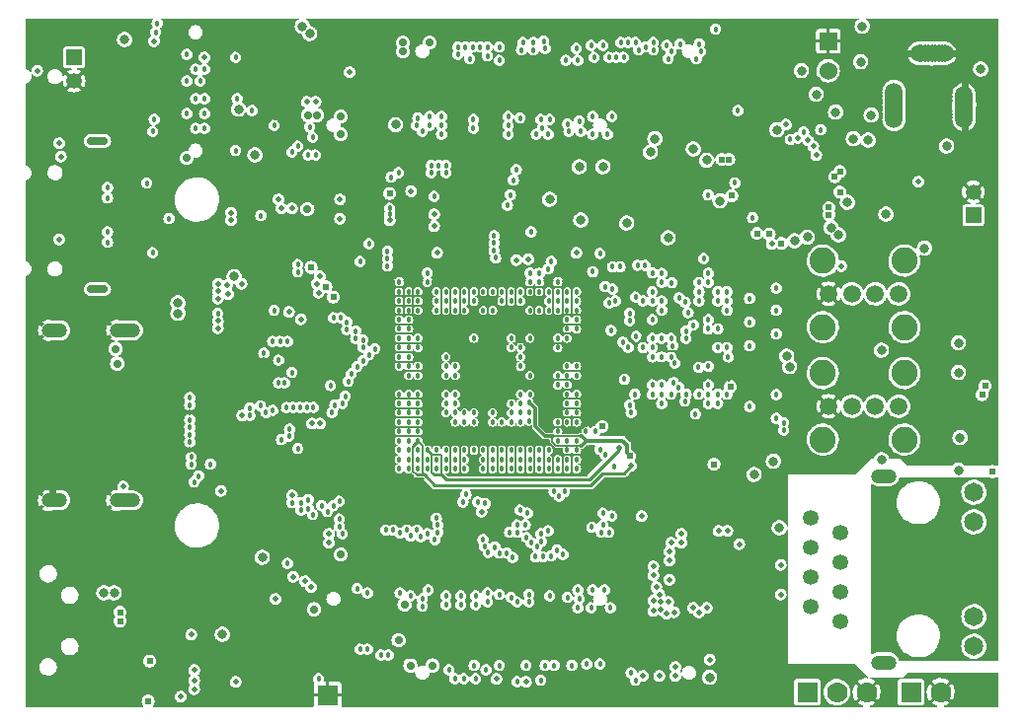
<source format=gbr>
%TF.GenerationSoftware,KiCad,Pcbnew,(6.0.1)*%
%TF.CreationDate,2022-06-22T14:46:01-03:00*%
%TF.ProjectId,A20-OLinuXino-Lime_Rev_I1,4132302d-4f4c-4696-9e75-58696e6f2d4c,rev?*%
%TF.SameCoordinates,Original*%
%TF.FileFunction,Copper,L2,Inr*%
%TF.FilePolarity,Positive*%
%FSLAX46Y46*%
G04 Gerber Fmt 4.6, Leading zero omitted, Abs format (unit mm)*
G04 Created by KiCad (PCBNEW (6.0.1)) date 2022-06-22 14:46:01*
%MOMM*%
%LPD*%
G01*
G04 APERTURE LIST*
%TA.AperFunction,ComponentPad*%
%ADD10C,5.500000*%
%TD*%
%TA.AperFunction,ComponentPad*%
%ADD11C,0.900000*%
%TD*%
%TA.AperFunction,ComponentPad*%
%ADD12C,1.500000*%
%TD*%
%TA.AperFunction,ComponentPad*%
%ADD13C,2.250000*%
%TD*%
%TA.AperFunction,ComponentPad*%
%ADD14R,1.778000X1.778000*%
%TD*%
%TA.AperFunction,ComponentPad*%
%ADD15C,1.778000*%
%TD*%
%TA.AperFunction,ComponentPad*%
%ADD16C,0.704800*%
%TD*%
%TA.AperFunction,ComponentPad*%
%ADD17R,1.422400X1.422400*%
%TD*%
%TA.AperFunction,ComponentPad*%
%ADD18R,0.400000X0.400000*%
%TD*%
%TA.AperFunction,ComponentPad*%
%ADD19R,1.350000X1.350000*%
%TD*%
%TA.AperFunction,ComponentPad*%
%ADD20C,1.350000*%
%TD*%
%TA.AperFunction,ComponentPad*%
%ADD21C,1.200000*%
%TD*%
%TA.AperFunction,ComponentPad*%
%ADD22C,1.524000*%
%TD*%
%TA.AperFunction,ComponentPad*%
%ADD23R,1.524000X1.524000*%
%TD*%
%TA.AperFunction,ComponentPad*%
%ADD24C,1.950000*%
%TD*%
%TA.AperFunction,ComponentPad*%
%ADD25C,1.650000*%
%TD*%
%TA.AperFunction,ViaPad*%
%ADD26C,0.803200*%
%TD*%
%TA.AperFunction,ViaPad*%
%ADD27C,0.457200*%
%TD*%
%TA.AperFunction,ViaPad*%
%ADD28C,0.503200*%
%TD*%
%TA.AperFunction,ViaPad*%
%ADD29C,0.603200*%
%TD*%
%TA.AperFunction,ViaPad*%
%ADD30C,0.703200*%
%TD*%
%TA.AperFunction,Conductor*%
%ADD31C,0.127000*%
%TD*%
%TA.AperFunction,Conductor*%
%ADD32C,0.203200*%
%TD*%
%TA.AperFunction,Conductor*%
%ADD33C,1.016000*%
%TD*%
%TA.AperFunction,Conductor*%
%ADD34C,0.609600*%
%TD*%
%TA.AperFunction,Conductor*%
%ADD35C,0.254000*%
%TD*%
%TA.AperFunction,Conductor*%
%ADD36C,0.304800*%
%TD*%
%TA.AperFunction,Conductor*%
%ADD37C,0.152400*%
%TD*%
G04 APERTURE END LIST*
D10*
%TO.N,GND*%
%TO.C,CASE*%
X128071100Y-129998600D03*
D11*
X128071100Y-127748600D03*
X128071100Y-132248600D03*
X130321100Y-129998600D03*
X125821100Y-129998600D03*
X126524300Y-128451800D03*
X129618000Y-131545500D03*
X126524300Y-131545500D03*
X129618000Y-128451800D03*
D10*
X168931100Y-129998600D03*
D11*
X168931100Y-127748600D03*
X168931100Y-132248600D03*
X171181100Y-129998600D03*
X166681100Y-129998600D03*
X167384300Y-128451800D03*
X170478000Y-131545500D03*
X167384300Y-131545500D03*
X170478000Y-128451800D03*
D10*
X128071100Y-79998600D03*
D11*
X128071100Y-77748600D03*
X128071100Y-82248600D03*
X130321100Y-79998600D03*
X125821100Y-79998600D03*
X126524300Y-78451800D03*
X129618000Y-81545500D03*
X126524300Y-81545500D03*
X129618000Y-78451800D03*
D10*
X168931100Y-79998600D03*
D11*
X168931100Y-77748600D03*
X168931100Y-82248600D03*
X171181100Y-79998600D03*
X166681100Y-79998600D03*
X167384300Y-78451800D03*
X170478000Y-81545500D03*
X167384300Y-81545500D03*
X170478000Y-78451800D03*
%TD*%
D12*
%TO.N,N$194*%
%TO.C,USB_HOST2*%
X181655100Y-99100600D03*
%TO.N,UDM2*%
X179655100Y-99100600D03*
%TO.N,UDP2*%
X177655100Y-99100600D03*
%TO.N,GND*%
X175655100Y-99100600D03*
D13*
%TO.N,N/C*%
X182155100Y-101950600D03*
X182155100Y-96250600D03*
%TO.N,N$193*%
X175155100Y-96250600D03*
X175155100Y-101950600D03*
%TD*%
D14*
%TO.N,AXP_BACKUP*%
%TO.C,BACKUP*%
X182721100Y-133284600D03*
D15*
%TO.N,GND*%
X185261100Y-133284600D03*
%TD*%
D14*
%TO.N,UART0-TX*%
%TO.C,UART0*%
X173831100Y-133284600D03*
D15*
%TO.N,N$7*%
X176371100Y-133284600D03*
%TO.N,GND*%
X178911100Y-133284600D03*
%TD*%
D16*
%TO.N,N/C*%
%TO.C,SATA*%
X112850100Y-98705600D03*
X112625100Y-98705600D03*
X113100100Y-98705600D03*
X112425100Y-98705600D03*
X113525100Y-98705600D03*
X112850100Y-85965600D03*
X112625100Y-85965600D03*
X113100100Y-85965600D03*
X112425100Y-85965600D03*
X113525100Y-85965600D03*
X113325100Y-98705600D03*
X113325100Y-85965600D03*
%TD*%
D17*
%TO.N,GND*%
%TO.C,U12*%
X171672100Y-89850600D03*
D18*
X173272100Y-90500600D03*
X172672100Y-90500600D03*
X173272100Y-89200600D03*
X172672100Y-89200600D03*
X172322100Y-88250600D03*
X172322100Y-88850600D03*
X171022100Y-88250600D03*
X171022100Y-88850600D03*
X170072100Y-89200600D03*
X170672100Y-89200600D03*
X170072100Y-90500600D03*
X170672100Y-90500600D03*
X171022100Y-91450600D03*
X171022100Y-90850600D03*
X172322100Y-91450600D03*
X172322100Y-90850600D03*
%TD*%
D19*
%TO.N,+24V*%
%TO.C,LIPO_BAT*%
X188055100Y-92374600D03*
D20*
%TO.N,GND*%
X188055100Y-90374600D03*
%TD*%
D21*
%TO.N,N/C*%
%TO.C,HDMI*%
X115562100Y-116835600D03*
X109462100Y-116835600D03*
X109462100Y-102235600D03*
X115562100Y-102235600D03*
X115162100Y-116835600D03*
X109062100Y-116835600D03*
X109062100Y-102235600D03*
X115162100Y-102235600D03*
X114862100Y-116835600D03*
X115712100Y-116835600D03*
X115712100Y-102235600D03*
X114862100Y-102235600D03*
X116012100Y-116835600D03*
X116012100Y-102235600D03*
X109762100Y-102235600D03*
X109762100Y-116810600D03*
%TO.N,GND*%
X114612100Y-116835600D03*
X108762100Y-116835600D03*
X108762100Y-102235600D03*
X114612100Y-102235600D03*
%TD*%
D14*
%TO.N,GND*%
%TO.C,GND_PIN*%
X132683100Y-133538600D03*
%TD*%
D22*
%TO.N,5VEXT*%
%TO.C,C174*%
X175609100Y-79944600D03*
D23*
%TO.N,GND*%
X175609100Y-77404600D03*
%TD*%
D19*
%TO.N,N$24*%
%TO.C,5V_SATA_PWR*%
X110966100Y-78817600D03*
D20*
%TO.N,GND*%
X110966100Y-80817600D03*
%TD*%
D24*
%TO.N,GND*%
%TO.C,U2*%
X165322100Y-122870600D03*
D16*
X165822100Y-123970600D03*
X164822100Y-123970600D03*
X164222100Y-123370600D03*
X164222100Y-122370600D03*
X164822100Y-121770600D03*
X165822100Y-121770600D03*
X166422100Y-122370600D03*
X166422100Y-123370600D03*
%TD*%
D20*
%TO.N,N$77*%
%TO.C,LAN*%
X176656100Y-127198600D03*
%TO.N,N$81*%
X174116100Y-125928600D03*
%TO.N,ETHERNET_VDD*%
X176656100Y-124658600D03*
%TO.N,N/C*%
X174116100Y-123388600D03*
X176656100Y-122118600D03*
%TO.N,ETHERNET_VDD*%
X174116100Y-120848600D03*
%TO.N,N$82*%
X176656100Y-119578600D03*
%TO.N,N$83*%
X174116100Y-118308600D03*
D25*
%TO.N,N$88*%
X188104600Y-118673600D03*
%TO.N,N$87*%
X188104600Y-129353600D03*
D21*
%TO.N,CHASSIS*%
X180256100Y-130743600D03*
X180256100Y-114743600D03*
D25*
%TO.N,N$94*%
X188104600Y-116133600D03*
%TO.N,N$89*%
X188104600Y-126813600D03*
D21*
%TO.N,N/C*%
X180856100Y-130743600D03*
X180656100Y-130743600D03*
X180456100Y-130743600D03*
X180056100Y-130743600D03*
X179856100Y-130743600D03*
X179856100Y-114743600D03*
X180056100Y-114743600D03*
X180456100Y-114743600D03*
X180656100Y-114743600D03*
X180856100Y-114743600D03*
%TD*%
D12*
%TO.N,N$111*%
%TO.C,USB_HOST1*%
X181655100Y-108752600D03*
%TO.N,UDM1*%
X179655100Y-108752600D03*
%TO.N,UDP1*%
X177655100Y-108752600D03*
%TO.N,GND*%
X175655100Y-108752600D03*
D13*
%TO.N,N/C*%
X182155100Y-111602600D03*
X182155100Y-105902600D03*
%TO.N,N$193*%
X175155100Y-105902600D03*
X175155100Y-111602600D03*
%TD*%
D12*
%TO.N,5VEXT*%
%TO.C,PWR_JACK*%
X181266100Y-82916600D03*
%TO.N,N/C*%
X181266100Y-83216600D03*
X181266100Y-83516600D03*
X181266100Y-83816600D03*
X181266100Y-82616600D03*
X181266100Y-82316600D03*
X181266100Y-82016600D03*
X181266100Y-81716600D03*
X181266100Y-84116600D03*
%TO.N,GND*%
X187266100Y-82916600D03*
X184516100Y-78466600D03*
%TO.N,N/C*%
X184816100Y-78466600D03*
X185116100Y-78466600D03*
X185416100Y-78466600D03*
X184216100Y-78466600D03*
X183916100Y-78466600D03*
X183616100Y-78466600D03*
X185616100Y-78466600D03*
X183416100Y-78466600D03*
X187266100Y-83216600D03*
X187266100Y-83516600D03*
X187266100Y-82616600D03*
X187266100Y-82316600D03*
X187266100Y-83816600D03*
X187266100Y-82016600D03*
X187266100Y-84116600D03*
%TD*%
D26*
%TO.N,GND*%
X114776100Y-129474600D03*
D27*
X161341100Y-103715600D03*
X147641100Y-106115600D03*
X129635100Y-105090600D03*
X166941100Y-98115600D03*
X149241100Y-102915600D03*
X144441100Y-108515600D03*
D28*
X130016100Y-99883600D03*
D27*
X141801700Y-111339000D03*
X141496900Y-105751000D03*
X146841100Y-105315600D03*
D28*
X114649100Y-112035600D03*
D26*
X118078100Y-129474600D03*
D28*
X114649100Y-110535600D03*
D27*
X167100100Y-106360600D03*
D26*
X158591100Y-83119600D03*
D27*
X159741100Y-107715600D03*
X159741100Y-101315600D03*
X148441100Y-107715600D03*
X144441100Y-104515600D03*
D28*
X170402100Y-134046600D03*
X114649100Y-109035600D03*
D26*
X125063100Y-89850600D03*
D29*
X160750100Y-114107600D03*
D27*
X166941100Y-102915600D03*
X140441100Y-101315600D03*
X147288100Y-111542200D03*
X166941100Y-102115600D03*
D26*
X125698100Y-100010600D03*
X175101100Y-113472600D03*
X152114100Y-92390600D03*
D27*
X171164100Y-103566600D03*
X140441100Y-106915600D03*
X145241100Y-106115600D03*
D30*
X140049100Y-79055600D03*
D29*
X126841100Y-116520600D03*
D28*
X122523100Y-97851600D03*
D27*
X147641100Y-104515600D03*
D28*
X124174100Y-111313600D03*
D27*
X141241100Y-99715600D03*
D28*
X154146100Y-121473600D03*
D27*
X146841100Y-107715600D03*
D26*
X133445100Y-80833600D03*
D27*
X152441100Y-102115600D03*
X151301300Y-108392600D03*
X166141100Y-109315600D03*
X127857100Y-104201600D03*
X148253300Y-111567600D03*
X145241100Y-103715600D03*
X167227100Y-96073600D03*
X142841100Y-110115600D03*
X144519500Y-111567600D03*
X146841100Y-102915600D03*
D26*
X183991100Y-101915600D03*
D30*
X141446100Y-79055600D03*
D27*
X152441100Y-104515600D03*
D26*
X164306100Y-93025600D03*
X163671100Y-113599600D03*
D27*
X143641100Y-104515600D03*
D29*
X168878100Y-93406600D03*
D28*
X120872100Y-109281600D03*
X118586100Y-112456600D03*
D29*
X171799100Y-106233600D03*
D28*
X132741100Y-109988600D03*
D29*
X130778100Y-92644600D03*
D27*
X129635100Y-104201600D03*
X147641100Y-108515600D03*
D28*
X118586100Y-109408600D03*
D26*
X112998100Y-92335600D03*
X187420100Y-107630600D03*
D27*
X141496900Y-108494200D03*
D26*
X125444100Y-123378600D03*
D27*
X145241100Y-108515600D03*
D26*
X179927100Y-105598600D03*
D29*
X181070100Y-100518600D03*
D26*
X180308100Y-95311600D03*
X132175100Y-85151600D03*
D28*
X156940100Y-110805600D03*
D27*
X168878100Y-102550600D03*
X159741100Y-100515600D03*
D29*
X141319100Y-95184600D03*
D28*
X114649100Y-106035600D03*
D27*
X144441100Y-105315600D03*
X166941100Y-108515600D03*
X154041100Y-110915600D03*
X159741100Y-106915600D03*
D26*
X151225100Y-92390600D03*
X159861100Y-92898600D03*
D27*
X141241100Y-98915600D03*
D30*
X122142100Y-87437600D03*
D27*
X140441100Y-102115600D03*
X145241100Y-100515600D03*
X159741100Y-102915600D03*
X145241100Y-104515600D03*
X146841100Y-104515600D03*
D26*
X161766100Y-86929600D03*
D27*
X149218500Y-111567600D03*
X149241100Y-106115600D03*
X168878100Y-100518600D03*
X128746100Y-104201600D03*
X152441100Y-105315600D03*
X151021900Y-110246800D03*
D26*
X132175100Y-121346600D03*
X145065600Y-119060600D03*
D27*
X171164100Y-99502600D03*
D26*
X125444100Y-122489600D03*
D27*
X144441100Y-107715600D03*
D28*
X114649100Y-113535600D03*
X160623100Y-121473600D03*
D27*
X146841100Y-108515600D03*
X166141100Y-101315600D03*
D28*
X118586100Y-106360600D03*
D27*
X161341100Y-98915600D03*
X127222100Y-104785800D03*
X127476100Y-105776400D03*
X148441100Y-104515600D03*
D26*
X167481100Y-116774600D03*
D27*
X166141100Y-100515600D03*
D26*
X173069100Y-98486600D03*
D27*
X145241100Y-107715600D03*
X132429100Y-105217600D03*
X166141100Y-97315600D03*
X147641100Y-102915600D03*
X128568300Y-108849800D03*
D28*
X108553100Y-76134600D03*
D27*
X141241100Y-100515600D03*
D29*
X181070100Y-110170600D03*
D26*
X157321100Y-89977600D03*
X188055100Y-105471600D03*
D27*
X149241100Y-100515600D03*
X171164100Y-108773600D03*
D28*
X147669100Y-125791600D03*
D27*
X152441100Y-107715600D03*
D29*
X139922100Y-91755600D03*
D27*
X146841100Y-106115600D03*
X160541100Y-100515600D03*
X146841100Y-103715600D03*
X147641100Y-100515600D03*
D26*
X174212100Y-113472600D03*
D27*
X171164100Y-101534600D03*
X163671100Y-130744600D03*
X148441100Y-100515600D03*
X145241100Y-105315600D03*
D28*
X120872100Y-112456600D03*
D27*
X147641100Y-107715600D03*
X142841100Y-103715600D03*
D26*
X174593100Y-80833600D03*
D29*
X113506100Y-134046600D03*
D27*
X153241100Y-110915600D03*
X141496900Y-109459400D03*
X168878100Y-109789600D03*
X150841100Y-99715600D03*
X147641100Y-103715600D03*
D28*
X186277100Y-93406600D03*
D27*
X160466100Y-110040600D03*
X147641100Y-109315600D03*
X152441100Y-101315600D03*
D26*
X107664100Y-96327600D03*
D27*
X165341100Y-103715600D03*
D26*
X182086100Y-85786600D03*
D27*
X147641100Y-105315600D03*
D26*
X176498100Y-84643600D03*
D27*
X166141100Y-102915600D03*
D26*
X187420100Y-99502600D03*
D27*
X148441100Y-105315600D03*
D30*
X139795100Y-132268600D03*
D26*
X183991100Y-110170600D03*
D27*
X168878100Y-107757600D03*
D29*
X126968100Y-93279600D03*
D28*
X120872100Y-106360600D03*
D27*
X142841100Y-102915600D03*
D30*
X141700100Y-132268600D03*
D27*
X159289600Y-97978600D03*
D28*
X154654100Y-131887600D03*
D27*
X168878100Y-98613600D03*
D26*
X128111100Y-83754600D03*
D27*
X148441100Y-106115600D03*
D29*
X139922100Y-92771600D03*
D27*
X150041100Y-99715600D03*
X144441100Y-106115600D03*
X143554300Y-111567600D03*
X127476100Y-106741600D03*
D26*
X188055100Y-113091600D03*
%TO.N,VCC*%
X123666100Y-128331600D03*
D27*
X142841100Y-107715600D03*
D26*
X174593100Y-81976600D03*
D28*
X159607100Y-118171600D03*
D27*
X149241100Y-109315600D03*
D28*
X138017100Y-92771600D03*
D27*
X143641100Y-100515600D03*
D28*
X159734100Y-131887600D03*
D26*
X151733100Y-90993600D03*
D27*
X140441100Y-110115600D03*
X143641100Y-107715600D03*
X143641100Y-110115600D03*
D26*
X130524100Y-76134600D03*
D27*
X149241100Y-110115600D03*
D26*
X124682100Y-97623000D03*
D27*
X140441100Y-109315600D03*
D26*
X169259100Y-114615600D03*
D27*
X140441100Y-105315600D03*
D30*
X133826100Y-83881600D03*
D27*
X144441100Y-100515600D03*
D26*
X126460100Y-87183600D03*
X131159100Y-76769600D03*
D30*
X141446100Y-77531600D03*
D27*
X149966100Y-109240600D03*
X144441100Y-109315600D03*
X148441100Y-109315600D03*
X150145600Y-93787600D03*
X141827100Y-90739600D03*
X142841100Y-100515600D03*
D30*
X141700100Y-130998600D03*
D27*
X148441100Y-110115600D03*
D30*
X133826100Y-121473600D03*
D26*
X125063100Y-83246600D03*
D27*
X138017100Y-91755600D03*
D28*
X129635100Y-116393600D03*
D27*
X146841100Y-100515600D03*
D30*
X139287100Y-125791600D03*
D27*
X145241100Y-102915600D03*
X138017100Y-92263600D03*
D28*
X115157100Y-115631600D03*
D27*
X126968100Y-92390600D03*
D30*
X114522100Y-103820600D03*
D29*
X117316100Y-134046600D03*
D28*
X160623100Y-122489600D03*
X145891100Y-117790600D03*
D26*
X160369100Y-86929600D03*
D30*
X120618100Y-87437600D03*
D27*
X146041100Y-100515600D03*
D28*
X162528100Y-131125600D03*
D27*
X149966100Y-110040600D03*
X142841100Y-104515600D03*
D30*
%TO.N,+5V*%
X139795100Y-130998600D03*
X131794100Y-83754600D03*
D26*
X186785100Y-114234600D03*
D30*
X139160100Y-78293600D03*
D26*
X119856100Y-100772600D03*
D30*
X139160100Y-77531600D03*
D26*
X178530100Y-76134600D03*
D30*
X131540100Y-126172600D03*
D26*
X186785100Y-105852600D03*
D30*
X131032100Y-83754600D03*
D26*
X115284100Y-77277600D03*
X127095100Y-121727600D03*
X119856100Y-99883600D03*
X188690100Y-79817600D03*
X176244100Y-83500600D03*
D29*
%TO.N,VPP*%
X138017100Y-90485600D03*
D28*
X131667100Y-82611600D03*
D26*
X158337100Y-93025600D03*
X165195100Y-87628100D03*
D27*
X140441100Y-103715600D03*
D29*
X133191100Y-99375600D03*
D27*
%TO.N,V+*%
X171164100Y-100518600D03*
D26*
X156305100Y-88199600D03*
D27*
X152441100Y-100515600D03*
X168878100Y-101534600D03*
X166941100Y-103715600D03*
X167041100Y-104515600D03*
X166941100Y-99715600D03*
X160541100Y-107715600D03*
X168878100Y-99502600D03*
X166941100Y-98915600D03*
X161341100Y-98115600D03*
X168878100Y-103566600D03*
X151641100Y-99715600D03*
X171164100Y-107757600D03*
X168878100Y-108773600D03*
X152441100Y-106115600D03*
X161341100Y-102915600D03*
X152441100Y-103715600D03*
X151641100Y-100515600D03*
X165341100Y-97315600D03*
X171164100Y-102550600D03*
X160541100Y-99715600D03*
D26*
X170910100Y-113472600D03*
D27*
X171164100Y-109789600D03*
X152441100Y-110915600D03*
D26*
X154273100Y-88199600D03*
D28*
X154019100Y-95565600D03*
D27*
X166941100Y-100515600D03*
X171164100Y-98613600D03*
X166941100Y-107715600D03*
X152441100Y-102915600D03*
X166141100Y-108515600D03*
D29*
X165830100Y-113726600D03*
D27*
X150841100Y-100515600D03*
X160541100Y-101315600D03*
X164941100Y-96073600D03*
X165341100Y-102115600D03*
X158718100Y-109281600D03*
X160541100Y-104515600D03*
X152441100Y-110115600D03*
X159741100Y-99715600D03*
X152441100Y-106915600D03*
%TO.N,XTALI*%
X134461100Y-106614600D03*
%TO.N,XTALO*%
X134715100Y-105979600D03*
%TO.N,SA2*%
X162141100Y-107715600D03*
X153241100Y-102115600D03*
%TO.N,SA3*%
X153241100Y-106915600D03*
X161341100Y-107715600D03*
%TO.N,SA4*%
X166141100Y-107715600D03*
X153241100Y-99715600D03*
%TO.N,SA5*%
X153241100Y-106115600D03*
X158591100Y-108646600D03*
%TO.N,SA6*%
X165341100Y-108515600D03*
X153241100Y-101315600D03*
%TO.N,SA8*%
X154041100Y-98915600D03*
X163341100Y-108315600D03*
%TO.N,SA9*%
X153241100Y-105315600D03*
X161341100Y-108515600D03*
%TO.N,SA10*%
X154041100Y-107715600D03*
X164496600Y-105408100D03*
%TO.N,SA11*%
X154041100Y-100515600D03*
X163441100Y-107715600D03*
%TO.N,SA12*%
X154041100Y-105315600D03*
X165341100Y-106915600D03*
%TO.N,DQ3*%
X166141100Y-102115600D03*
X150041100Y-98115600D03*
%TO.N,DQ4*%
X162141100Y-102915600D03*
X150041100Y-97315600D03*
%TO.N,DQ5*%
X152441100Y-98115600D03*
X163607600Y-100709100D03*
%TO.N,DQ6*%
X160541100Y-102915600D03*
X150841100Y-98115600D03*
%TO.N,DQ7*%
X164052100Y-101788600D03*
X162210600Y-98143700D03*
%TO.N,DQ8*%
X164541100Y-99715600D03*
X159289600Y-96645100D03*
%TO.N,DQ9*%
X161341100Y-99715600D03*
X159099100Y-99375600D03*
%TO.N,DQ10*%
X166141100Y-99715600D03*
X159924600Y-96645100D03*
%TO.N,CKE*%
X165341100Y-105315600D03*
X154041100Y-106115600D03*
%TO.N,SA1*%
X158146600Y-106424100D03*
X164541100Y-107715600D03*
%TO.N,SA0*%
X162341100Y-106715600D03*
X153241100Y-100515600D03*
%TO.N,BA0*%
X160541100Y-106915600D03*
X154041100Y-108515600D03*
%TO.N,BA1*%
X153241100Y-107715600D03*
X165341100Y-107715600D03*
%TO.N,CLK*%
X163417100Y-102296600D03*
X158591100Y-100772600D03*
D29*
%TO.N,+24V*%
X175685300Y-92314400D03*
D26*
X179038100Y-85913600D03*
D29*
X175685300Y-91704800D03*
X176625100Y-90358600D03*
D27*
%TO.N,CLKN*%
X158591100Y-101407600D03*
X163417100Y-102931600D03*
D28*
%TO.N,N$66*%
X130905100Y-82611600D03*
D26*
%TO.N,5VEXT*%
X172738900Y-94549600D03*
D27*
%TO.N,VCC/2*%
X146841100Y-109315600D03*
X146841100Y-110115600D03*
D26*
X160750100Y-85786600D03*
D27*
X147641100Y-110115600D03*
X145241100Y-110115600D03*
X145241100Y-109315600D03*
X144441100Y-110115600D03*
%TO.N,VCCINT*%
X142841100Y-109315600D03*
X150041100Y-102915600D03*
X150041100Y-107715600D03*
X143641100Y-106115600D03*
X142841100Y-106115600D03*
X149241100Y-104515600D03*
X143641100Y-108515600D03*
D26*
X154400100Y-92771600D03*
D27*
X148441100Y-108515600D03*
X150041100Y-106115600D03*
X149241100Y-105315600D03*
X142841100Y-108515600D03*
X149241100Y-103715600D03*
X149241100Y-107715600D03*
X143641100Y-109315600D03*
X148441100Y-103715600D03*
X149241100Y-108515600D03*
%TO.N,RESET_N*%
X143097100Y-131379600D03*
D28*
X176752100Y-96708600D03*
D27*
X144441100Y-114115600D03*
D28*
X165449100Y-130490600D03*
D27*
X144303600Y-116965100D03*
X169132100Y-92568400D03*
D28*
%TO.N,NMI_N*%
X174593100Y-87183600D03*
D27*
X152441100Y-111715600D03*
X157257600Y-113917100D03*
X117697100Y-85151600D03*
%TO.N,UDP1*%
X137255100Y-130109600D03*
X138841100Y-104515600D03*
%TO.N,UDM1*%
X139641100Y-104515600D03*
X137890100Y-130109600D03*
D29*
%TO.N,UDP0*%
X114903100Y-127188600D03*
D27*
X138841100Y-105315600D03*
D28*
X132810100Y-120457600D03*
D29*
%TO.N,UDM0*%
X114903100Y-126426600D03*
D28*
X132810100Y-119695600D03*
D27*
X139641100Y-105315600D03*
%TO.N,TPX1*%
X130143100Y-86421600D03*
X157448100Y-78801600D03*
%TO.N,TPY1*%
X158083100Y-78801600D03*
X129635100Y-86929600D03*
%TO.N,TPX2*%
X155543100Y-78801600D03*
X131667100Y-87183600D03*
%TO.N,TPY2*%
X131032100Y-87183600D03*
X156813100Y-78801600D03*
%TO.N,SA14*%
X159041100Y-107715600D03*
X164241100Y-109415600D03*
%TO.N,SA13*%
X154041100Y-99715600D03*
X162464600Y-105027100D03*
%TO.N,BA2*%
X153241100Y-108515600D03*
X161341100Y-106915600D03*
%TO.N,DDR3_RST*%
X162782100Y-107122600D03*
X157003600Y-102233100D03*
%TO.N,CASN*%
X154041100Y-102115600D03*
X161341100Y-104515600D03*
%TO.N,RASN*%
X162141100Y-104515600D03*
X153241100Y-102915600D03*
%TO.N,SDQM0*%
X150841100Y-97315600D03*
X165341100Y-101315600D03*
%TO.N,SDQM1*%
X156813100Y-99883600D03*
X161341100Y-100515600D03*
%TO.N,SDQS0*%
X151606100Y-96962600D03*
X162845600Y-99439100D03*
%TO.N,SDQS0_N*%
X163353600Y-99820100D03*
X151860100Y-96327600D03*
%TO.N,SDQS1*%
X164541100Y-98915600D03*
X157130600Y-96772100D03*
%TO.N,SDQS1_N*%
X164541100Y-98115600D03*
X157765600Y-96772100D03*
%TO.N,DDR3_ODT*%
X159162600Y-102741100D03*
D26*
%TO.N,+5V_OTG_PWR*%
X114395100Y-124775600D03*
D29*
X171621300Y-94778200D03*
D26*
X113506100Y-124775600D03*
X165449100Y-132014600D03*
X172307100Y-105344600D03*
X172053100Y-104455600D03*
D28*
%TO.N,USB0-DRV*%
X128238100Y-125283600D03*
X171989600Y-84580100D03*
D27*
X131921100Y-132141600D03*
X145383100Y-125791600D03*
D28*
%TO.N,USB0-VBUSDET*%
X124809100Y-132395600D03*
D27*
X152441400Y-114116000D03*
X149764600Y-120013100D03*
D29*
%TO.N,N$101*%
X188817100Y-107757600D03*
D27*
%TO.N,PB18/TWI1-SCK*%
X133953100Y-119695600D03*
X149193100Y-117663600D03*
X154400100Y-85151600D03*
%TO.N,PB19/TWI1-SDA*%
X129254100Y-122235600D03*
X153384100Y-85151600D03*
X149828100Y-117917600D03*
D29*
%TO.N,VINT*%
X169513100Y-93914600D03*
%TO.N,EXTEN*%
X167354100Y-90663400D03*
D27*
X167862100Y-83373600D03*
D28*
X183356100Y-89469600D03*
X134588100Y-80071600D03*
D29*
%TO.N,IPSOUT*%
X176193300Y-89037800D03*
D26*
X161893100Y-94295600D03*
D27*
X128111100Y-84643600D03*
D26*
X175863100Y-93406600D03*
D29*
X166490500Y-87564600D03*
D26*
X173831100Y-94232100D03*
X176498100Y-94041600D03*
D29*
X167100100Y-87564600D03*
D26*
X171227600Y-85024600D03*
X185769100Y-86421600D03*
X138525100Y-84580100D03*
D28*
X109823100Y-87310600D03*
D29*
X176625100Y-88606000D03*
D26*
X166338100Y-91120600D03*
%TO.N,N$128*%
X180562100Y-92263600D03*
D29*
%TO.N,VDD_RTC*%
X170554500Y-93965400D03*
X158591100Y-113028100D03*
D27*
X149966100Y-108440600D03*
D30*
%TO.N,LDO3_2.8V*%
X138779100Y-128839600D03*
D26*
X177260100Y-91247600D03*
D28*
X158718100Y-113853600D03*
D27*
X140441100Y-111715600D03*
D28*
%TO.N,N$38*%
X107791100Y-79944600D03*
D27*
X174974100Y-85024600D03*
D28*
%TO.N,N$140*%
X173005600Y-85723100D03*
X109696100Y-86167600D03*
D27*
%TO.N,USB0-IDDET*%
X150145600Y-120457600D03*
X152558600Y-116457100D03*
D29*
X117443100Y-130617600D03*
D26*
%TO.N,N$23*%
X177768100Y-85786600D03*
X183864100Y-95184600D03*
D27*
%TO.N,LCD_D3*%
X148621600Y-89342600D03*
X154146100Y-79055600D03*
%TO.N,LCD_D5*%
X155289100Y-77785600D03*
X148367600Y-90612600D03*
%TO.N,LCD_D7*%
X148113600Y-91501600D03*
X156305100Y-77785600D03*
%TO.N,LCD_D10*%
X149447100Y-77531600D03*
X143641100Y-99715600D03*
%TO.N,LCD_D11*%
X143641100Y-98915600D03*
X149320100Y-78166600D03*
%TO.N,LCD_D12*%
X144441100Y-99715600D03*
X150336100Y-77531600D03*
%TO.N,LCD_D13*%
X150336100Y-78166600D03*
X144441100Y-98915600D03*
%TO.N,LCD_D14*%
X151225100Y-77404600D03*
X145241100Y-99715600D03*
%TO.N,LCD_D15*%
X145241100Y-98915600D03*
X151352100Y-78039600D03*
%TO.N,LCD_D18*%
X144494100Y-77912600D03*
X147641100Y-99715600D03*
%TO.N,LCD_D19*%
X144875100Y-78928600D03*
X147641100Y-98915600D03*
%TO.N,LCD_D20*%
X145764100Y-77912600D03*
X148441100Y-99715600D03*
%TO.N,LCD_D21*%
X148441100Y-98915600D03*
X145129100Y-77912600D03*
%TO.N,LCD_D22*%
X146399100Y-77912600D03*
X146970600Y-94105100D03*
%TO.N,LCD_D23*%
X147097600Y-96010100D03*
X146399100Y-78674600D03*
%TO.N,LCD_CLK*%
X159099100Y-77531600D03*
X149241100Y-99715600D03*
%TO.N,LCD_DE*%
X157829100Y-77531600D03*
X149241100Y-98915600D03*
%TO.N,NWE/SPI0_MOSI*%
X121634100Y-114742600D03*
D28*
X131921100Y-98994600D03*
D27*
X134207100Y-107884600D03*
%TO.N,NALE/SPI0_MISO*%
X133953100Y-108519600D03*
X121253100Y-115250600D03*
D28*
X131794100Y-98232600D03*
D27*
%TO.N,NCLE/SPI0_SCK*%
X122650100Y-113726600D03*
D28*
X132048100Y-97597600D03*
D27*
X133318100Y-108646600D03*
D28*
%TO.N,NCE0*%
X132071300Y-110242600D03*
X128746100Y-91755600D03*
%TO.N,NRE*%
X131376100Y-110242600D03*
D27*
X130143100Y-96581600D03*
D28*
%TO.N,N$124*%
X124428100Y-92771600D03*
D27*
%TO.N,PB3*%
X145573600Y-116965100D03*
X154019100Y-78039600D03*
X143605100Y-132141600D03*
%TO.N,PB4*%
X146208600Y-117092100D03*
X144367100Y-132141600D03*
X158464100Y-77531600D03*
%TO.N,LCD_PWR*%
X151034600Y-120330600D03*
X153241100Y-114115600D03*
X160623100Y-77531600D03*
%TO.N,USB1-DRV*%
X153003100Y-116076100D03*
D29*
X189706100Y-114361600D03*
D27*
X171799100Y-110805600D03*
%TO.N,PC3/SATA-PWR-EN*%
X151098100Y-84897600D03*
X133064100Y-109281600D03*
X126206100Y-83373600D03*
X117824100Y-84135600D03*
%TO.N,PC24*%
X138841100Y-111715600D03*
X155416100Y-85405600D03*
%TO.N,VMIC*%
X139641100Y-98915600D03*
X138779100Y-88707600D03*
%TO.N,DQ11*%
X160541100Y-98915600D03*
X157130600Y-98677100D03*
%TO.N,DQ12*%
X165341100Y-98115600D03*
X156495600Y-98486600D03*
%TO.N,DQ13*%
X156051100Y-95629100D03*
X160541100Y-97315600D03*
%TO.N,DQ14*%
X157384600Y-99693100D03*
X166141100Y-98915600D03*
%TO.N,DQ15*%
X155428800Y-97203900D03*
X161369100Y-97343600D03*
D28*
%TO.N,ETXD0*%
X161893100Y-125537600D03*
D27*
X149241100Y-112515600D03*
%TO.N,ETXD1*%
X150041100Y-113315600D03*
D28*
X161258100Y-126172600D03*
%TO.N,ETXD2*%
X162401100Y-126426600D03*
D27*
X150041100Y-112515600D03*
%TO.N,ETXD3*%
X150841100Y-113315600D03*
D28*
X161766100Y-126553600D03*
%TO.N,ETXEN*%
X161258100Y-125537600D03*
D27*
X146841100Y-112515600D03*
D28*
%TO.N,ERXD0*%
X162020100Y-121981600D03*
D27*
X150841100Y-112515600D03*
D28*
%TO.N,ERXD1*%
X162020100Y-121219600D03*
D27*
X151641100Y-113315600D03*
%TO.N,ERXD2*%
X151641100Y-112515600D03*
D28*
X162147100Y-120457600D03*
%TO.N,ERXD3*%
X163036100Y-120457600D03*
D27*
X152441100Y-113315600D03*
D28*
%TO.N,ERXDV*%
X160623100Y-126299600D03*
D27*
X148441100Y-113315600D03*
%TO.N,ERXERR*%
X148441100Y-112515600D03*
D28*
X160623100Y-123251600D03*
%TO.N,EMDC*%
X161131100Y-124902600D03*
D27*
X147641100Y-112515600D03*
D28*
%TO.N,EMDIO*%
X160877100Y-124267600D03*
D27*
X147641100Y-113315600D03*
D28*
%TO.N,ECOL*%
X160623100Y-125410600D03*
D27*
X146041100Y-113315600D03*
D28*
%TO.N,ECRS*%
X162020100Y-123632600D03*
D27*
X146041100Y-112515600D03*
D28*
%TO.N,ERXCK*%
X163036100Y-119695600D03*
D27*
X149241100Y-113315600D03*
%TO.N,ETXCK*%
X146841100Y-113315600D03*
D28*
X165195100Y-126045600D03*
D27*
%TO.N,SD0-D1*%
X129635100Y-117028600D03*
X139641100Y-106115600D03*
D28*
X121253100Y-133030600D03*
D27*
%TO.N,SD0-D0*%
X130397100Y-117028600D03*
D28*
X121253100Y-132268600D03*
D27*
X140441100Y-106115600D03*
%TO.N,SD0-CLK*%
X131032100Y-117536600D03*
D28*
X120999100Y-128331600D03*
D27*
X139641100Y-107715600D03*
D28*
%TO.N,SD0-CMD*%
X131286100Y-124267600D03*
D27*
X131032100Y-116774600D03*
X140441100Y-107715600D03*
D28*
%TO.N,SD0-D3*%
X130778100Y-123759600D03*
D27*
X131413100Y-118044600D03*
X139641100Y-108515600D03*
%TO.N,SD0-D2*%
X130397100Y-117663600D03*
D28*
X121253100Y-131379600D03*
D27*
X140441100Y-108515600D03*
D28*
X129762100Y-123378600D03*
D27*
%TO.N,SD0-DET#*%
X151161600Y-121664100D03*
D28*
X120110100Y-133665600D03*
D27*
%TO.N,UART0-TX*%
X149193100Y-84008600D03*
X150971100Y-119695600D03*
D28*
%TO.N,UART0-RX*%
X161131100Y-131887600D03*
D27*
X151606100Y-119441600D03*
X148177100Y-85405600D03*
D30*
%TO.N,HDMI_5V_SOURCE*%
X114649100Y-105090600D03*
D27*
%TO.N,HTX2P*%
X120999100Y-113726600D03*
X135731100Y-103693600D03*
%TO.N,HTX2N*%
X135731100Y-103058600D03*
X120999100Y-113091600D03*
%TO.N,HTX1P*%
X135096100Y-102931600D03*
X120872100Y-111821600D03*
%TO.N,HTX1N*%
X135096100Y-102296600D03*
X120872100Y-111186600D03*
%TO.N,HTX0P*%
X134334100Y-102169600D03*
X120872100Y-110551600D03*
%TO.N,HTX0N*%
X120872100Y-109916600D03*
X134334100Y-101534600D03*
%TO.N,HTXCP*%
X120872100Y-108646600D03*
X133826100Y-101153600D03*
%TO.N,HTXCN*%
X133191100Y-101153600D03*
X120872100Y-108011600D03*
%TO.N,HCEC*%
X135223100Y-105344600D03*
D28*
X125317100Y-98232600D03*
%TO.N,HSCL*%
X124174100Y-99121600D03*
D27*
X136239100Y-104328600D03*
%TO.N,HSDA*%
X136747100Y-103820600D03*
D28*
X123285100Y-98867600D03*
D27*
%TO.N,HHPD*%
X135731100Y-104836600D03*
D28*
X124047100Y-98359600D03*
D27*
%TO.N,SCS0*%
X154041100Y-101315600D03*
X158019600Y-103249100D03*
%TO.N,CPU-REF*%
X152441100Y-99715600D03*
X150041100Y-98915600D03*
X153241100Y-110115600D03*
D29*
X156241600Y-110488100D03*
D27*
X154041100Y-110115600D03*
%TO.N,N$2*%
X150841100Y-98915600D03*
D28*
X149891600Y-96137100D03*
%TO.N,LDO4_2.8V*%
X157702100Y-112329600D03*
D27*
X141241100Y-112515600D03*
D26*
X164052100Y-86675600D03*
D27*
%TO.N,N$116*%
X154841100Y-110915600D03*
%TO.N,N$133*%
X139641100Y-100515600D03*
D29*
%TO.N,GNDA*%
X132556100Y-98486600D03*
D30*
X130968600Y-91819100D03*
D28*
X139858600Y-90295100D03*
D27*
X140441100Y-102915600D03*
D26*
X173323100Y-79944600D03*
D30*
X133826100Y-85405600D03*
D28*
%TO.N,N$176*%
X133762600Y-92644600D03*
D27*
X139641100Y-101315600D03*
D28*
%TO.N,N$122*%
X133762600Y-90993600D03*
D27*
X138841100Y-100515600D03*
%TO.N,MICIN2*%
X122142100Y-82357600D03*
X137826600Y-95438600D03*
%TO.N,HPOUTR*%
X140441100Y-100515600D03*
X142462100Y-85405600D03*
%TO.N,HPCOM*%
X140441100Y-98915600D03*
X141446100Y-84643600D03*
%TO.N,HPOUTL*%
X140441100Y-99715600D03*
X140811100Y-85151600D03*
D28*
%TO.N,N$1*%
X142081100Y-95565600D03*
%TO.N,N$190*%
X148875600Y-96200600D03*
D27*
X148441100Y-102915600D03*
%TO.N,TWI0-SCK*%
X142017600Y-118362100D03*
X135223100Y-124394600D03*
D28*
X173894600Y-85913600D03*
D27*
X131413100Y-85659600D03*
%TO.N,TWI0-SDA*%
X142144600Y-118933600D03*
X136112100Y-124775600D03*
X131159100Y-84770600D03*
D28*
X174339100Y-86421600D03*
D27*
%TO.N,PB20/TWI2_SCK*%
X151606100Y-85405600D03*
X164306100Y-78928600D03*
X150041100Y-114115600D03*
X148939100Y-118933600D03*
%TO.N,PB21/TWI2_SDA*%
X150841100Y-114115600D03*
X149637600Y-118933600D03*
X150590100Y-85405600D03*
X164560100Y-77658600D03*
%TO.N,UDM2*%
X136112100Y-129601600D03*
X139641100Y-103715600D03*
%TO.N,UDP2*%
X135477100Y-129601600D03*
X138841100Y-103715600D03*
D26*
%TO.N,N$192*%
X180181100Y-113345600D03*
X186912100Y-111440600D03*
%TO.N,N$195*%
X186785100Y-103312600D03*
X180181100Y-103947600D03*
D27*
%TO.N,USB2-DRV*%
X171799100Y-110170600D03*
D29*
X189071100Y-106995600D03*
D27*
X152114100Y-116076100D03*
%TO.N,N$106*%
X113823600Y-94676600D03*
%TO.N,N$112*%
X113823600Y-93787600D03*
%TO.N,N$113*%
X113823600Y-90866600D03*
%TO.N,N$114*%
X113823600Y-89977600D03*
%TO.N,SATA-TXP*%
X139641100Y-102915600D03*
%TO.N,SATA-RXP*%
X138841100Y-102115600D03*
%TO.N,SATA-TXM*%
X138841100Y-102915600D03*
%TO.N,SATA-RXM*%
X139641100Y-102115600D03*
%TO.N,N$119*%
X138841100Y-101315600D03*
%TO.N,VDD*%
X142841100Y-105315600D03*
D28*
X128492100Y-90993600D03*
D27*
X143641100Y-105315600D03*
D29*
X131286100Y-96835600D03*
D27*
X142041100Y-100515600D03*
%TO.N,LCD_D17*%
X143859100Y-78547600D03*
X146041100Y-98915600D03*
%TO.N,LCD_D16*%
X146841100Y-98915600D03*
X143859100Y-77912600D03*
%TO.N,LCD_D9*%
X147415100Y-79055600D03*
X146970600Y-94740100D03*
%TO.N,LCD_D8*%
X147415100Y-77912600D03*
X146970600Y-95375100D03*
%TO.N,LCD_D1*%
X148875600Y-88453600D03*
X153130100Y-79055600D03*
%TO.N,PB10*%
X149701100Y-130998600D03*
X147641100Y-114115600D03*
%TO.N,PH11*%
X148939100Y-125537600D03*
X152876100Y-121473600D03*
%TO.N,PI20*%
X144441100Y-112515600D03*
X151733100Y-125029600D03*
%TO.N,PI21*%
X145241100Y-112515600D03*
X148558100Y-121727600D03*
%TO.N,PI19*%
X144441100Y-113315600D03*
X154273100Y-125283600D03*
%TO.N,PI18*%
X154146100Y-126045600D03*
X143641100Y-112515600D03*
%TO.N,PI17*%
X142841100Y-112515600D03*
X155289100Y-126045600D03*
%TO.N,PI16*%
X142041100Y-112515600D03*
X156940100Y-126045600D03*
%TO.N,N$42*%
X142841100Y-98915600D03*
D28*
X141827100Y-92263600D03*
%TO.N,N$223*%
X141827100Y-93279600D03*
D27*
X142841100Y-99715600D03*
%TO.N,N$229*%
X159353100Y-78166600D03*
%TO.N,N$230*%
X159988100Y-77912600D03*
D28*
%TO.N,N$232*%
X129635100Y-91755600D03*
D27*
%TO.N,PC19*%
X138841100Y-107715600D03*
X153257100Y-84516600D03*
D28*
X123285100Y-102042600D03*
D27*
%TO.N,PC20*%
X138841100Y-108515600D03*
D28*
X123285100Y-101407600D03*
D27*
X154273100Y-84262600D03*
%TO.N,PC21*%
X138841100Y-109315600D03*
D28*
X123285100Y-99502600D03*
D27*
X155416100Y-83881600D03*
D28*
%TO.N,PC22*%
X123285100Y-98232600D03*
D27*
X139641100Y-109315600D03*
X157067100Y-83881600D03*
%TO.N,PI12*%
X142841100Y-114115600D03*
X153257100Y-125156600D03*
%TO.N,PI13*%
X154146100Y-124521600D03*
X142841100Y-113315600D03*
%TO.N,PI3*%
X139477600Y-119378100D03*
X141319100Y-124521600D03*
%TO.N,PI0*%
X137699600Y-119378100D03*
X138906100Y-124775600D03*
%TO.N,PI1*%
X138334600Y-119378100D03*
X139795100Y-125029600D03*
%TO.N,PI2*%
X140811100Y-125283600D03*
X138906100Y-119632100D03*
%TO.N,PI10*%
X142041100Y-114115600D03*
X149955100Y-124902600D03*
%TO.N,PI11*%
X149955100Y-125537600D03*
X142041100Y-113315600D03*
%TO.N,PG0*%
X135477100Y-96327600D03*
X139641100Y-111715600D03*
%TO.N,PG1*%
X136239100Y-94803600D03*
X138841100Y-112515600D03*
%TO.N,PG2*%
X139641100Y-112515600D03*
X138144100Y-89088600D03*
%TO.N,PG3*%
X138841100Y-113315600D03*
X140303100Y-84643600D03*
%TO.N,PG4*%
X139641100Y-113315600D03*
X140430100Y-84008600D03*
%TO.N,PG5*%
X138841100Y-114115600D03*
X141446100Y-83881600D03*
%TO.N,PG6*%
X140441100Y-112515600D03*
X142462100Y-83881600D03*
%TO.N,PG7*%
X139641100Y-114115600D03*
X142462100Y-84643600D03*
%TO.N,PG8*%
X140441100Y-113315600D03*
X145205300Y-84897600D03*
%TO.N,PG9*%
X145205300Y-84135600D03*
X140441100Y-114115600D03*
%TO.N,PG10*%
X141241100Y-113315600D03*
X148177100Y-83881600D03*
%TO.N,PG11*%
X141241100Y-114115600D03*
X148177100Y-84643600D03*
%TO.N,PI14*%
X143641100Y-114115600D03*
X155416100Y-124521600D03*
%TO.N,PI15*%
X143641100Y-113315600D03*
X156432100Y-124521600D03*
%TO.N,PH27*%
X153241100Y-111715600D03*
D28*
X162528100Y-131887600D03*
D27*
%TO.N,PH26*%
X156305100Y-118933600D03*
X154041100Y-111715600D03*
%TO.N,PH25*%
X153241100Y-112515600D03*
X156178100Y-119568600D03*
%TO.N,PH24*%
X154041100Y-112515600D03*
X155352600Y-119124100D03*
%TO.N,PH23*%
X157067100Y-118171600D03*
X156495600Y-112901100D03*
%TO.N,PH22*%
X156051100Y-112456600D03*
X156305100Y-117917600D03*
%TO.N,PH21*%
X156813100Y-119568600D03*
X154041100Y-113315600D03*
%TO.N,PH12/CTP_INT*%
X150971100Y-132268600D03*
X154041100Y-114115600D03*
X164687100Y-78293600D03*
%TO.N,PH9/CAN_CTRL*%
X153241100Y-113315600D03*
D28*
X147161100Y-132141600D03*
D27*
%TO.N,PH2/LED*%
X151641100Y-114115600D03*
X140811100Y-125918600D03*
%TO.N,PH0*%
X142843100Y-125791600D03*
X150526600Y-121664100D03*
D28*
%TO.N,PC23/SPI0_CS0*%
X123539100Y-116012600D03*
D27*
X140441100Y-110915600D03*
X156686100Y-85405600D03*
%TO.N,PC18*%
X119094100Y-92644600D03*
X151733100Y-84135600D03*
X133699100Y-119060600D03*
%TO.N,PC17*%
X133699100Y-118425600D03*
X117697100Y-95565600D03*
X124809100Y-78801600D03*
%TO.N,PB13/CTP_RES*%
X147415100Y-121346600D03*
X153638100Y-130998600D03*
X165957100Y-76388600D03*
%TO.N,PB12*%
X152114100Y-130998600D03*
X149241100Y-114115600D03*
%TO.N,PB11*%
X148441100Y-114115600D03*
X151352100Y-130998600D03*
%TO.N,PB8/SATA-PWR-EN*%
X117189100Y-89596600D03*
X147034100Y-120838600D03*
X148939100Y-132395600D03*
%TO.N,PB7*%
X147415100Y-130998600D03*
X146462600Y-121283100D03*
%TO.N,PB6*%
X146145100Y-120775100D03*
X146272100Y-131379600D03*
%TO.N,PB5*%
X146018100Y-120203600D03*
X145383100Y-132141600D03*
%TO.N,MIC1OUTN*%
X137826600Y-96073600D03*
X122142100Y-83627600D03*
%TO.N,MIC1OUTP*%
X122142100Y-84897600D03*
X137826600Y-96708600D03*
%TO.N,FMINL*%
X139641100Y-99715600D03*
X118078100Y-75880600D03*
%TO.N,FMINR*%
X138841100Y-99715600D03*
X117951100Y-76642600D03*
%TO.N,LINEINL*%
X138841100Y-98115600D03*
X120618100Y-78547600D03*
%TO.N,LINEINR*%
X121380100Y-79817600D03*
X138841100Y-98915600D03*
%TO.N,TVIN0*%
X142208100Y-88072600D03*
X141241100Y-97315600D03*
X121380100Y-84897600D03*
%TO.N,TVIN1*%
X120618100Y-83627600D03*
X141573100Y-88707600D03*
X141241100Y-98115600D03*
%TO.N,TVIN2*%
X142843100Y-88707600D03*
X121380100Y-82357600D03*
X142041100Y-98915600D03*
%TO.N,TVIN3*%
X120618100Y-80833600D03*
X142041100Y-99715600D03*
X141573100Y-88072600D03*
%TO.N,TVOUT3*%
X142843100Y-88072600D03*
X124809100Y-86802600D03*
%TO.N,SRST*%
X151641100Y-98915600D03*
%TO.N,ODT0*%
X152441100Y-98915600D03*
D29*
%TO.N,DDR_VREF*%
X167227100Y-107059100D03*
D27*
X162274100Y-103566600D03*
X159741100Y-103715600D03*
%TO.N,N$9*%
X165322100Y-90612600D03*
%TO.N,PB14*%
X148050100Y-121346600D03*
X154908100Y-130871600D03*
%TO.N,PB15*%
X148304100Y-119568600D03*
X156051100Y-130871600D03*
%TO.N,PB16*%
X158718100Y-131633600D03*
X148939100Y-119568600D03*
%TO.N,PB17*%
X150653600Y-120775100D03*
X159099100Y-132268600D03*
%TO.N,UBOOT_SEL*%
X124936100Y-82357600D03*
X150971100Y-84135600D03*
D28*
X109696100Y-94422600D03*
D27*
X150041100Y-100515600D03*
%TO.N,PI4*%
X139795100Y-119886100D03*
X142843100Y-125029600D03*
%TO.N,PI5*%
X140366600Y-119378100D03*
X144113100Y-125029600D03*
%TO.N,PI6*%
X140684100Y-119949600D03*
X145383100Y-125029600D03*
%TO.N,GPIO3*%
X122142100Y-79817600D03*
X173513600Y-85215100D03*
%TO.N,GPIO2*%
X121761100Y-80833600D03*
X172370600Y-85850100D03*
%TO.N,GPIO1*%
X167608100Y-89571200D03*
%TO.N,PB2/PWM0*%
X144557600Y-116330100D03*
X160623100Y-78166600D03*
%TO.N,PI9*%
X142144600Y-119568600D03*
X148431100Y-125156600D03*
%TO.N,PI7*%
X141255600Y-119695600D03*
X146399100Y-124775600D03*
%TO.N,PI8*%
X141890600Y-120203600D03*
X147415100Y-124902600D03*
%TO.N,N$14*%
X155641100Y-110915600D03*
D26*
%TO.N,N$15*%
X178403100Y-79182600D03*
D27*
%TO.N,PB9/USB0-DRV*%
X146841100Y-114115600D03*
%TO.N,PH7/PB9*%
X145256100Y-130998600D03*
%TO.N,PH7/USB0-DRV*%
X151860100Y-121600600D03*
X144113100Y-125791600D03*
D26*
%TO.N,N$25*%
X179292100Y-83754600D03*
D27*
%TO.N,SCS1*%
X153241100Y-98915600D03*
X158464100Y-103693600D03*
%TO.N,SCKE1*%
X153241100Y-109315600D03*
X166141100Y-103715600D03*
%TO.N,ODT1*%
X160541100Y-103715600D03*
X154041100Y-109315600D03*
%TO.N,PH10/EPHY-RST#*%
X146399100Y-125537600D03*
D28*
X149701100Y-132395600D03*
D27*
X152368100Y-121092600D03*
D26*
%TO.N,CHASSIS*%
X185261100Y-122870600D03*
X185261100Y-119060600D03*
X181451100Y-119060600D03*
X185261100Y-126680600D03*
X189071100Y-122870600D03*
X187166100Y-120965600D03*
X181451100Y-122870600D03*
X183356100Y-120965600D03*
X189071100Y-125410600D03*
X187166100Y-124775600D03*
X183356100Y-124775600D03*
X189071100Y-120330600D03*
X181451100Y-126680600D03*
D28*
%TO.N,N$87*%
X166211100Y-119441600D03*
%TO.N,N$88*%
X166973100Y-119441600D03*
%TO.N,N$90*%
X167989100Y-120584600D03*
%TO.N,NRST*%
X164560100Y-126426600D03*
D27*
%TO.N,ETXERR*%
X146041100Y-114115600D03*
D28*
X164052100Y-126045600D03*
%TO.N,ETHERNET_VDD*%
X171545100Y-124902600D03*
X171545100Y-122362600D03*
D26*
X171418100Y-119187600D03*
D27*
%TO.N,NDQ0/SDC2_D0*%
X130320900Y-108849800D03*
X129431900Y-110729400D03*
%TO.N,NDQ1/SDC2_D1*%
X129736700Y-108849800D03*
X129381100Y-111313600D03*
%TO.N,NDQ2/SDC2_D2*%
X128746100Y-111618400D03*
X129152500Y-108849800D03*
%TO.N,NDQ3/SDC2_D3*%
X130143100Y-112380400D03*
X131489300Y-108849800D03*
%TO.N,NDQ4/SDC2_D4*%
X138841100Y-110115600D03*
X132175100Y-117282600D03*
X130905100Y-108849800D03*
%TO.N,NDQ5/SDC2_D5*%
X139641100Y-110115600D03*
X132683100Y-117790600D03*
X127984100Y-109091100D03*
%TO.N,NDQ6/SDC2_D6*%
X133191100Y-117282600D03*
X138841100Y-110915600D03*
X127412600Y-109281600D03*
%TO.N,NDQ7/SDC2_D7*%
X126930000Y-108710100D03*
X139641100Y-110915600D03*
X133699100Y-116901600D03*
%TO.N,NRB0/SDC2_CMD*%
X130143100Y-97216600D03*
X126015600Y-109535600D03*
X129254100Y-103185600D03*
%TO.N,PC7/SDC2_CLK*%
X123285100Y-100772600D03*
D28*
X122142100Y-78801600D03*
D27*
X128111100Y-100518600D03*
D28*
X125380600Y-109535600D03*
%TO.N,PC16/NWP/SDC2_RST*%
X117824100Y-77404600D03*
X124428100Y-92136600D03*
D27*
X127984100Y-103185600D03*
X126015600Y-108900600D03*
%TO.N,N$29*%
X132937100Y-106970200D03*
%TO.N,N$75*%
X128619100Y-103185600D03*
%TO.N,EMMC_VCC*%
X129635100Y-105852600D03*
D28*
X129381100Y-100645600D03*
D27*
X128492100Y-106741600D03*
D28*
X130397100Y-101280600D03*
D27*
X129000100Y-106741600D03*
X127222100Y-104201600D03*
%TO.N,INT/X1*%
X161766100Y-77785600D03*
%TO.N,SCL/Y1*%
X162909100Y-77658600D03*
%TO.N,RES/X2*%
X161893100Y-78928600D03*
%TO.N,SDA/Y2*%
X162147100Y-78293600D03*
D28*
%TO.N,AXP_BACKUP*%
X170783100Y-94803600D03*
D27*
%TO.N,N$22*%
X128492100Y-104785800D03*
%TD*%
D31*
%TO.N,GND*%
X140941100Y-101015600D02*
X141541100Y-101015600D01*
X140941100Y-104815600D02*
X140941100Y-104215600D01*
X153641100Y-114615600D02*
X154541100Y-114615600D01*
X152741100Y-105615600D02*
X152841100Y-105715600D01*
X144941100Y-101015600D02*
X145541100Y-101015600D01*
X147241100Y-114615600D02*
X147241100Y-112015600D01*
X149741100Y-100015600D02*
X149741100Y-99415600D01*
X144941100Y-101015600D02*
X144941100Y-100215600D01*
X138341100Y-107215600D02*
X138341100Y-106515600D01*
X150441100Y-114615600D02*
X151241100Y-114615600D01*
X151941100Y-101715600D02*
X151941100Y-102415600D01*
X151241100Y-98515600D02*
X151241100Y-99315600D01*
X140941100Y-111315600D02*
X140941100Y-110515600D01*
D32*
X159741100Y-102915600D02*
X159241100Y-103415600D01*
D31*
X153641100Y-106515600D02*
X153741100Y-106615600D01*
X138341100Y-104115600D02*
X138341100Y-103315600D01*
X147241100Y-114615600D02*
X148041100Y-114615600D01*
X139241100Y-100115600D02*
X139241100Y-99315600D01*
X138341100Y-105815600D02*
X139141100Y-105815600D01*
D33*
X169894100Y-90739600D02*
X173450100Y-90739600D01*
D31*
X154541100Y-104215600D02*
X154541100Y-104815600D01*
X146441100Y-101015600D02*
X147341100Y-101015600D01*
X144041100Y-101015600D02*
X144041100Y-98415600D01*
X151941100Y-106515600D02*
X153641100Y-106515600D01*
D34*
X187293100Y-78466600D02*
X187293100Y-85405600D01*
D31*
X138341100Y-111315600D02*
X138341100Y-110515600D01*
X139241100Y-99315600D02*
X139241100Y-98515600D01*
X140941100Y-99315600D02*
X140941100Y-98615600D01*
X145741100Y-100015600D02*
X145741100Y-99415600D01*
X146441100Y-101015600D02*
X146441100Y-98415600D01*
D32*
X161666500Y-104041000D02*
X163466500Y-104041000D01*
D31*
X154541100Y-105715600D02*
X154541100Y-106615600D01*
X145541100Y-101015600D02*
X146441100Y-101015600D01*
X138341100Y-102515600D02*
X138341100Y-101715600D01*
X149541100Y-101015600D02*
X149541100Y-100215600D01*
X148841100Y-98415600D02*
X149541100Y-98415600D01*
X150441100Y-114615600D02*
X150441100Y-112015600D01*
X144941100Y-100215600D02*
X144841100Y-100115600D01*
X144041100Y-112015600D02*
X143241100Y-112015600D01*
X147341100Y-100215600D02*
X147141100Y-100015600D01*
X151941100Y-108915600D02*
X154541100Y-108915600D01*
X151241100Y-99315600D02*
X151141100Y-99415600D01*
X140141100Y-101015600D02*
X140041100Y-100915600D01*
X139141100Y-106515600D02*
X139241100Y-106615600D01*
X154541100Y-114615600D02*
X154541100Y-112915600D01*
X138341100Y-108915600D02*
X140941100Y-108915600D01*
X151241100Y-101015600D02*
X151241100Y-100115600D01*
X144941100Y-113015600D02*
X144841100Y-112915600D01*
X153741100Y-107215600D02*
X153641100Y-107315600D01*
X153641100Y-110615600D02*
X153041100Y-110615600D01*
X144041100Y-101015600D02*
X144941100Y-101015600D01*
X145541100Y-114615600D02*
X146441100Y-114615600D01*
X154541100Y-108915600D02*
X154541100Y-109715600D01*
X143241100Y-98415600D02*
X144041100Y-98415600D01*
X154541100Y-101715600D02*
X154541100Y-102615600D01*
X145541100Y-101015600D02*
X145541100Y-100215600D01*
X138341100Y-100115600D02*
X139241100Y-100115600D01*
X154541100Y-102615600D02*
X153741100Y-102615600D01*
X138341100Y-108115600D02*
X140941100Y-108115600D01*
X151941100Y-107415600D02*
X151941100Y-108115600D01*
X138341100Y-100915600D02*
X139241100Y-100915600D01*
X151941100Y-104215600D02*
X151941100Y-104815600D01*
X154541100Y-106615600D02*
X153741100Y-106615600D01*
X154541100Y-112915600D02*
X155441100Y-112915600D01*
D34*
X184516100Y-78466600D02*
X187293100Y-78466600D01*
D31*
X152841100Y-109715600D02*
X153641100Y-109715600D01*
D34*
X181468100Y-78466600D02*
X184245100Y-78466600D01*
D33*
X108762100Y-116835600D02*
X109061100Y-116835600D01*
D31*
X138341100Y-106515600D02*
X138341100Y-105815600D01*
X140041100Y-100115600D02*
X140041100Y-99315600D01*
X152841100Y-110415600D02*
X153041100Y-110615600D01*
D33*
X169894100Y-88961600D02*
X173450100Y-88961600D01*
D31*
X138341100Y-98515600D02*
X139241100Y-98515600D01*
X152041100Y-112915600D02*
X152241100Y-112715600D01*
X140941100Y-101015600D02*
X140941100Y-100115600D01*
X138341100Y-110515600D02*
X138341100Y-109715600D01*
X138341100Y-114615600D02*
X138341100Y-111315600D01*
X138341100Y-103315600D02*
X140941100Y-103315600D01*
X138341100Y-106515600D02*
X139141100Y-106515600D01*
X138341100Y-114615600D02*
X139241100Y-114615600D01*
X145641100Y-99315600D02*
X145741100Y-99415600D01*
X150441100Y-101015600D02*
X150441100Y-98515600D01*
D32*
X166141100Y-98115600D02*
X165541100Y-98715600D01*
D31*
X142441100Y-98415600D02*
X143241100Y-98415600D01*
D32*
X163941100Y-100115600D02*
X163941100Y-99015600D01*
D31*
X152841100Y-114615600D02*
X153641100Y-114615600D01*
X154541100Y-108115600D02*
X154541100Y-108915600D01*
X151941100Y-105615600D02*
X152741100Y-105615600D01*
X152741100Y-107415600D02*
X152841100Y-107315600D01*
X138341100Y-109715600D02*
X140941100Y-109715600D01*
X154541100Y-107215600D02*
X153741100Y-107215600D01*
X152841100Y-103315600D02*
X152941100Y-103415600D01*
X154541100Y-107215600D02*
X154541100Y-108115600D01*
X140941100Y-103315600D02*
X140941100Y-102415600D01*
X145641100Y-112015600D02*
X145641100Y-112915600D01*
X152841100Y-98515600D02*
X152941100Y-98415600D01*
X148041100Y-101015600D02*
X148041100Y-98415600D01*
X154541100Y-100915600D02*
X153641100Y-100915600D01*
X152841100Y-114615600D02*
X152841100Y-112915600D01*
X154541100Y-106615600D02*
X154541100Y-107215600D01*
X138341100Y-103315600D02*
X138341100Y-102515600D01*
X140041100Y-98415600D02*
X140741100Y-98415600D01*
X154541100Y-101715600D02*
X154541100Y-100915600D01*
X151941100Y-108115600D02*
X154541100Y-108115600D01*
X152841100Y-110415600D02*
X152741100Y-110515600D01*
X138341100Y-102515600D02*
X140041100Y-102515600D01*
D33*
X169894100Y-88961600D02*
X169894100Y-88072600D01*
D31*
X152041100Y-101015600D02*
X152741100Y-101015600D01*
D33*
X173450100Y-89850600D02*
X173450100Y-88961600D01*
D31*
X141541100Y-101015600D02*
X142441100Y-101015600D01*
X144041100Y-114615600D02*
X144941100Y-114615600D01*
X144841100Y-98415600D02*
X145641100Y-98415600D01*
X140041100Y-102515600D02*
X140141100Y-102415600D01*
X139241100Y-99315600D02*
X140041100Y-99315600D01*
X148841100Y-101015600D02*
X149541100Y-101015600D01*
X148041100Y-98415600D02*
X148841100Y-98415600D01*
X141541100Y-98615600D02*
X140941100Y-98615600D01*
X140941100Y-100115600D02*
X140941100Y-99315600D01*
D32*
X159141100Y-103415600D02*
X158441100Y-102715600D01*
D31*
X143241100Y-101015600D02*
X143241100Y-98415600D01*
X139241100Y-98515600D02*
X139341100Y-98415600D01*
X151941100Y-105615600D02*
X151941100Y-106515600D01*
X151241100Y-101015600D02*
X151941100Y-101015600D01*
X154541100Y-102615600D02*
X154541100Y-103415600D01*
X150441100Y-98515600D02*
X151241100Y-98515600D01*
X151241100Y-114615600D02*
X151241100Y-112015600D01*
D33*
X169894100Y-91628600D02*
X173450100Y-91628600D01*
D31*
X151941100Y-103315600D02*
X151941100Y-104215600D01*
X145541100Y-113015600D02*
X145641100Y-112915600D01*
X140941100Y-104815600D02*
X140141100Y-104815600D01*
D32*
X160541100Y-100515600D02*
X161141100Y-101115600D01*
D31*
X138341100Y-109715600D02*
X138341100Y-108915600D01*
X147241100Y-99315600D02*
X147141100Y-99415600D01*
X152841100Y-107315600D02*
X153641100Y-107315600D01*
X138341100Y-110515600D02*
X140941100Y-110515600D01*
X142441100Y-101015600D02*
X143241100Y-101015600D01*
X145541100Y-114615600D02*
X145541100Y-113015600D01*
X140941100Y-101015600D02*
X140141100Y-101015600D01*
X140941100Y-104215600D02*
X140141100Y-104215600D01*
X154541100Y-98415600D02*
X153641100Y-98415600D01*
X140941100Y-110515600D02*
X140941100Y-109715600D01*
X151941100Y-101015600D02*
X152041100Y-101015600D01*
X138341100Y-99315600D02*
X139241100Y-99315600D01*
X138341100Y-104115600D02*
X140041100Y-104115600D01*
X138341100Y-101715600D02*
X138341100Y-100915600D01*
X138341100Y-104915600D02*
X140041100Y-104915600D01*
X146441100Y-114615600D02*
X147241100Y-114615600D01*
X152841100Y-98515600D02*
X152841100Y-100915600D01*
D32*
X164241100Y-100915600D02*
X163841100Y-101315600D01*
D31*
X150441100Y-98515600D02*
X149641100Y-98515600D01*
X154541100Y-103415600D02*
X152941100Y-103415600D01*
X147241100Y-98415600D02*
X147241100Y-99315600D01*
X146441100Y-114615600D02*
X146441100Y-112015600D01*
X152741100Y-101015600D02*
X152841100Y-100915600D01*
X140941100Y-108115600D02*
X140941100Y-107215600D01*
D33*
X169894100Y-89850600D02*
X169894100Y-88961600D01*
D31*
X154541100Y-104815600D02*
X154541100Y-105715600D01*
X152241100Y-112515600D02*
X152641100Y-112915600D01*
X143241100Y-101015600D02*
X144041100Y-101015600D01*
X148841100Y-114615600D02*
X148841100Y-112015600D01*
X140941100Y-104215600D02*
X140941100Y-103315600D01*
X152841100Y-100915600D02*
X153641100Y-100915600D01*
X140941100Y-109715600D02*
X140941100Y-108915600D01*
X145541100Y-100215600D02*
X145741100Y-100015600D01*
X153741100Y-102615600D02*
X153641100Y-102515600D01*
X149641100Y-98515600D02*
X149641100Y-99315600D01*
X152041100Y-98515600D02*
X152841100Y-98515600D01*
X151741100Y-112015600D02*
X152241100Y-112515600D01*
X139341100Y-98415600D02*
X140041100Y-98415600D01*
X154541100Y-100915600D02*
X154541100Y-98415600D01*
D33*
X169894100Y-89850600D02*
X169894100Y-90739600D01*
D31*
X144041100Y-98415600D02*
X144841100Y-98415600D01*
X140941100Y-101715600D02*
X140941100Y-101015600D01*
X152041100Y-114615600D02*
X152841100Y-114615600D01*
X153641100Y-109715600D02*
X153641100Y-110615600D01*
X138341100Y-108915600D02*
X138341100Y-108115600D01*
D32*
X161341100Y-98915600D02*
X160741100Y-98315600D01*
D31*
X138341100Y-108115600D02*
X138341100Y-107215600D01*
X145641100Y-98415600D02*
X146441100Y-98415600D01*
X149641100Y-114615600D02*
X149641100Y-112015600D01*
X144041100Y-114615600D02*
X144041100Y-112015600D01*
X151941100Y-108115600D02*
X151941100Y-108915600D01*
X140941100Y-98615600D02*
X140741100Y-98415600D01*
X144041100Y-112015600D02*
X144841100Y-112015600D01*
X147241100Y-98415600D02*
X148041100Y-98415600D01*
X147341100Y-101015600D02*
X148041100Y-101015600D01*
X151941100Y-104815600D02*
X154541100Y-104815600D01*
X151941100Y-101015600D02*
X151941100Y-101715600D01*
X152741100Y-102415600D02*
X152841100Y-102515600D01*
D35*
X159741100Y-102915600D02*
X159741100Y-102015600D01*
D31*
X140941100Y-102415600D02*
X140941100Y-101715600D01*
X152041100Y-101015600D02*
X152041100Y-98515600D01*
X151241100Y-100115600D02*
X151141100Y-100015600D01*
D32*
X161341100Y-103715600D02*
X161666500Y-104041000D01*
D31*
X139241100Y-100915600D02*
X139241100Y-100115600D01*
X154541100Y-103415600D02*
X154541100Y-104215600D01*
X151941100Y-102415600D02*
X151941100Y-103315600D01*
X149541100Y-98415600D02*
X149641100Y-98515600D01*
X140941100Y-107215600D02*
X140941100Y-106615600D01*
X147241100Y-112015600D02*
X148041100Y-112015600D01*
X140941100Y-106615600D02*
X140941100Y-105715600D01*
X145641100Y-112015600D02*
X146441100Y-112015600D01*
X138341100Y-101715600D02*
X140941100Y-101715600D01*
X144841100Y-98415600D02*
X144841100Y-100115600D01*
X149641100Y-112015600D02*
X150441100Y-112015600D01*
X139141100Y-105815600D02*
X139241100Y-105715600D01*
D33*
X173450100Y-88961600D02*
X173450100Y-88072600D01*
D31*
X138341100Y-100915600D02*
X138341100Y-100115600D01*
X150441100Y-101015600D02*
X151241100Y-101015600D01*
X149641100Y-99315600D02*
X149741100Y-99415600D01*
X150441100Y-112015600D02*
X151241100Y-112015600D01*
X149541100Y-101015600D02*
X150441100Y-101015600D01*
X144841100Y-112015600D02*
X145641100Y-112015600D01*
X140041100Y-99315600D02*
X140041100Y-98415600D01*
X151941100Y-106515600D02*
X151941100Y-107415600D01*
X139241100Y-100915600D02*
X140041100Y-100915600D01*
X151241100Y-114615600D02*
X152041100Y-114615600D01*
X140941100Y-102415600D02*
X140141100Y-102415600D01*
X151941100Y-110515600D02*
X152741100Y-110515600D01*
X140941100Y-105715600D02*
X139241100Y-105715600D01*
X143241100Y-112015600D02*
X142441100Y-112015600D01*
X152041100Y-114615600D02*
X152041100Y-112915600D01*
X154541100Y-109715600D02*
X154541100Y-110615600D01*
X141541100Y-98615600D02*
X141741100Y-98415600D01*
X152941100Y-98415600D02*
X153641100Y-98415600D01*
X146441100Y-98415600D02*
X147241100Y-98415600D01*
D33*
X173450100Y-90739600D02*
X173450100Y-91628600D01*
D31*
X140941100Y-99315600D02*
X140041100Y-99315600D01*
X151941100Y-98415600D02*
X152041100Y-98515600D01*
X148041100Y-114615600D02*
X148841100Y-114615600D01*
X148041100Y-101015600D02*
X148841100Y-101015600D01*
X138341100Y-99315600D02*
X138341100Y-98515600D01*
X140941100Y-106615600D02*
X139241100Y-106615600D01*
X141541100Y-101015600D02*
X141541100Y-98615600D01*
X151341100Y-98415600D02*
X151941100Y-98415600D01*
X153641100Y-114615600D02*
X153641100Y-112915600D01*
X151941100Y-101715600D02*
X154541100Y-101715600D01*
X138341100Y-100115600D02*
X138341100Y-99315600D01*
D33*
X169894100Y-88072600D02*
X173450100Y-88072600D01*
D31*
X151941100Y-108915600D02*
X151941100Y-109715600D01*
X154541100Y-105715600D02*
X152841100Y-105715600D01*
X151941100Y-103315600D02*
X152841100Y-103315600D01*
D33*
X169894100Y-90739600D02*
X169894100Y-91628600D01*
D31*
X151141100Y-100015600D02*
X151141100Y-99415600D01*
X144941100Y-114615600D02*
X145541100Y-114615600D01*
X141741100Y-98415600D02*
X142441100Y-98415600D01*
X152841100Y-102515600D02*
X153641100Y-102515600D01*
D32*
X163841100Y-101315600D02*
X163241100Y-101315600D01*
D31*
X154541100Y-110615600D02*
X153641100Y-110615600D01*
X140941100Y-100115600D02*
X140041100Y-100115600D01*
X151241100Y-112015600D02*
X151741100Y-112015600D01*
X145641100Y-98415600D02*
X145641100Y-99315600D01*
X144941100Y-114615600D02*
X144941100Y-113015600D01*
X142441100Y-101015600D02*
X142441100Y-98415600D01*
X147141100Y-100015600D02*
X147141100Y-99415600D01*
D33*
X173450100Y-89850600D02*
X173450100Y-90739600D01*
D31*
X143241100Y-114615600D02*
X143241100Y-112015600D01*
X148041100Y-112015600D02*
X148841100Y-112015600D01*
X151941100Y-109715600D02*
X152841100Y-109715600D01*
X151941100Y-107415600D02*
X152741100Y-107415600D01*
X138341100Y-105815600D02*
X138341100Y-104915600D01*
X148841100Y-101015600D02*
X148841100Y-98415600D01*
X152241100Y-112515600D02*
X152241100Y-112715600D01*
X144841100Y-112015600D02*
X144841100Y-112915600D01*
X148041100Y-114615600D02*
X148041100Y-112015600D01*
X146441100Y-112015600D02*
X147241100Y-112015600D01*
D33*
X169894100Y-89850600D02*
X173450100Y-89850600D01*
D31*
X148841100Y-112015600D02*
X149641100Y-112015600D01*
X148841100Y-114615600D02*
X149641100Y-114615600D01*
X144041100Y-114615600D02*
X143241100Y-114615600D01*
X152841100Y-112915600D02*
X153641100Y-112915600D01*
X153641100Y-100915600D02*
X153641100Y-98415600D01*
D32*
X159241100Y-103415600D02*
X159141100Y-103415600D01*
D31*
X138341100Y-104915600D02*
X138341100Y-104115600D01*
X140041100Y-104915600D02*
X140141100Y-104815600D01*
D34*
X109061100Y-116835600D02*
X109061100Y-114234600D01*
D31*
X152841100Y-109715600D02*
X152841100Y-110415600D01*
X139241100Y-100115600D02*
X140041100Y-100115600D01*
X151941100Y-102415600D02*
X152741100Y-102415600D01*
X140041100Y-104115600D02*
X140141100Y-104215600D01*
X140941100Y-105715600D02*
X140941100Y-104815600D01*
X151941100Y-104215600D02*
X154541100Y-104215600D01*
X140041100Y-100915600D02*
X140041100Y-100115600D01*
X147341100Y-101015600D02*
X147341100Y-100215600D01*
X138341100Y-111315600D02*
X140941100Y-111315600D01*
X149641100Y-114615600D02*
X150441100Y-114615600D01*
X140941100Y-108915600D02*
X140941100Y-108115600D01*
X151941100Y-109715600D02*
X151941100Y-110515600D01*
X149541100Y-100215600D02*
X149741100Y-100015600D01*
X152841100Y-112915600D02*
X152641100Y-112915600D01*
X138341100Y-107215600D02*
X140941100Y-107215600D01*
X151941100Y-104815600D02*
X151941100Y-105615600D01*
X153641100Y-112915600D02*
X154541100Y-112915600D01*
X154541100Y-109715600D02*
X153641100Y-109715600D01*
X151241100Y-98515600D02*
X151341100Y-98415600D01*
D36*
%TO.N,VDD_RTC*%
X150491100Y-108965600D02*
X150491100Y-110465600D01*
X151341100Y-111315600D02*
X151941100Y-111315600D01*
X158337100Y-112774100D02*
X158591100Y-113028100D01*
X154503700Y-111315600D02*
X154882700Y-111694600D01*
X154368100Y-112115600D02*
X154461700Y-112115600D01*
X150491100Y-110465600D02*
X151341100Y-111315600D01*
D31*
X151941100Y-111815600D02*
X152241100Y-112115600D01*
X151941100Y-111315600D02*
X151941100Y-111815600D01*
X152041100Y-111315600D02*
X154366500Y-111315600D01*
D36*
X154882700Y-111694600D02*
X157956100Y-111694600D01*
X158337100Y-112075600D02*
X158337100Y-112774100D01*
X149966100Y-108440600D02*
X150491100Y-108965600D01*
X154366500Y-111315600D02*
X154503700Y-111315600D01*
D31*
X152241100Y-112115600D02*
X154368100Y-112115600D01*
D36*
X154461700Y-112115600D02*
X154882700Y-111694600D01*
X151941100Y-111315600D02*
X152041100Y-111315600D01*
X157956100Y-111694600D02*
X158337100Y-112075600D01*
D35*
%TO.N,LDO3_2.8V*%
X155270100Y-115504600D02*
X156286100Y-114488600D01*
X156286100Y-114488600D02*
X158083100Y-114488600D01*
D31*
X140841100Y-112265600D02*
X140841100Y-112765600D01*
D37*
X140841100Y-112115600D02*
X140841100Y-112265600D01*
X140441100Y-111715600D02*
X140841100Y-112115600D01*
D35*
X140441100Y-111715600D02*
X140041100Y-112115600D01*
X141877900Y-115504600D02*
X155270100Y-115504600D01*
D37*
X140841100Y-113565600D02*
X140841100Y-113865600D01*
D31*
X140041100Y-112115600D02*
X140041100Y-114353600D01*
D37*
X140841100Y-112765600D02*
X140841100Y-113065600D01*
D31*
X140041100Y-114353600D02*
X140303100Y-114615600D01*
D35*
X140988900Y-114615600D02*
X140861900Y-114488600D01*
X140303100Y-114615600D02*
X140988900Y-114615600D01*
D31*
X140841100Y-113065600D02*
X140841100Y-113565600D01*
D35*
X140988900Y-114615600D02*
X141877900Y-115504600D01*
D31*
X140861900Y-114488600D02*
X140841100Y-114467800D01*
D35*
X158083100Y-114488600D02*
X158718100Y-113853600D01*
D31*
X140841100Y-114467800D02*
X140841100Y-113865600D01*
D37*
%TO.N,LDO4_2.8V*%
X141641100Y-112915600D02*
X141641100Y-113065600D01*
D31*
X141641100Y-113065600D02*
X141641100Y-113565600D01*
X141641100Y-114429600D02*
X141700100Y-114488600D01*
D35*
X142843100Y-114996600D02*
X155162100Y-114996600D01*
X155162100Y-114996600D02*
X157702100Y-112456600D01*
D31*
X142441100Y-113015600D02*
X142441100Y-114594600D01*
X142441100Y-114594600D02*
X142462100Y-114615600D01*
D35*
X142462100Y-114615600D02*
X141827100Y-114615600D01*
D31*
X141641100Y-113865600D02*
X141641100Y-114429600D01*
D35*
X157702100Y-112456600D02*
X157702100Y-112329600D01*
D31*
X142341100Y-112915600D02*
X142441100Y-113015600D01*
D35*
X141241100Y-112515600D02*
X141641100Y-112915600D01*
X141700100Y-114488600D02*
X141827100Y-114615600D01*
X142462100Y-114615600D02*
X142843100Y-114996600D01*
D31*
X141641100Y-112915600D02*
X142341100Y-112915600D01*
D37*
X141641100Y-113565600D02*
X141641100Y-113865600D01*
%TD*%
%TA.AperFunction,Conductor*%
%TO.N,GND*%
G36*
X138458343Y-97991235D02*
G01*
X138438645Y-98115600D01*
X138458343Y-98239965D01*
X138459441Y-98242120D01*
X138514406Y-98349996D01*
X138515507Y-98352157D01*
X138604543Y-98441193D01*
X138606700Y-98442292D01*
X138606704Y-98442295D01*
X138696802Y-98488202D01*
X138712087Y-98506098D01*
X138710240Y-98529560D01*
X138696802Y-98542998D01*
X138606704Y-98588905D01*
X138606700Y-98588908D01*
X138604543Y-98590007D01*
X138515507Y-98679043D01*
X138514410Y-98681197D01*
X138514408Y-98681199D01*
X138468499Y-98771302D01*
X138458343Y-98791235D01*
X138438645Y-98915600D01*
X138458343Y-99039965D01*
X138459441Y-99042120D01*
X138514406Y-99149996D01*
X138515507Y-99152157D01*
X138604543Y-99241193D01*
X138606700Y-99242292D01*
X138606704Y-99242295D01*
X138696802Y-99288202D01*
X138712087Y-99306098D01*
X138710240Y-99329560D01*
X138696802Y-99342998D01*
X138606704Y-99388905D01*
X138606700Y-99388908D01*
X138604543Y-99390007D01*
X138515507Y-99479043D01*
X138514410Y-99481197D01*
X138514408Y-99481199D01*
X138468499Y-99571302D01*
X138458343Y-99591235D01*
X138438645Y-99715600D01*
X138458343Y-99839965D01*
X138459441Y-99842120D01*
X138514406Y-99949996D01*
X138515507Y-99952157D01*
X138604543Y-100041193D01*
X138606700Y-100042292D01*
X138606704Y-100042295D01*
X138696802Y-100088202D01*
X138712087Y-100106098D01*
X138710240Y-100129560D01*
X138696802Y-100142998D01*
X138606704Y-100188905D01*
X138606700Y-100188908D01*
X138604543Y-100190007D01*
X138515507Y-100279043D01*
X138514410Y-100281197D01*
X138514408Y-100281199D01*
X138468499Y-100371302D01*
X138458343Y-100391235D01*
X138438645Y-100515600D01*
X138458343Y-100639965D01*
X138459441Y-100642120D01*
X138514406Y-100749996D01*
X138515507Y-100752157D01*
X138604543Y-100841193D01*
X138606700Y-100842292D01*
X138606704Y-100842295D01*
X138696802Y-100888202D01*
X138712087Y-100906098D01*
X138710240Y-100929560D01*
X138696802Y-100942998D01*
X138606704Y-100988905D01*
X138606700Y-100988908D01*
X138604543Y-100990007D01*
X138515507Y-101079043D01*
X138514410Y-101081197D01*
X138514408Y-101081199D01*
X138468499Y-101171302D01*
X138458343Y-101191235D01*
X138438645Y-101315600D01*
X138458343Y-101439965D01*
X138459441Y-101442120D01*
X138514406Y-101549996D01*
X138515507Y-101552157D01*
X138604543Y-101641193D01*
X138606700Y-101642292D01*
X138606704Y-101642295D01*
X138696802Y-101688202D01*
X138712087Y-101706098D01*
X138710240Y-101729560D01*
X138696802Y-101742998D01*
X138606704Y-101788905D01*
X138606700Y-101788908D01*
X138604543Y-101790007D01*
X138515507Y-101879043D01*
X138514410Y-101881197D01*
X138514408Y-101881199D01*
X138468499Y-101971302D01*
X138458343Y-101991235D01*
X138438645Y-102115600D01*
X138458343Y-102239965D01*
X138459441Y-102242120D01*
X138514406Y-102349996D01*
X138515507Y-102352157D01*
X138604543Y-102441193D01*
X138606700Y-102442292D01*
X138606704Y-102442295D01*
X138696802Y-102488202D01*
X138712087Y-102506098D01*
X138710240Y-102529560D01*
X138696802Y-102542998D01*
X138606704Y-102588905D01*
X138606700Y-102588908D01*
X138604543Y-102590007D01*
X138515507Y-102679043D01*
X138514410Y-102681197D01*
X138514408Y-102681199D01*
X138468499Y-102771302D01*
X138458343Y-102791235D01*
X138438645Y-102915600D01*
X138458343Y-103039965D01*
X138459441Y-103042120D01*
X138514406Y-103149996D01*
X138515507Y-103152157D01*
X138604543Y-103241193D01*
X138606700Y-103242292D01*
X138606704Y-103242295D01*
X138696802Y-103288202D01*
X138712087Y-103306098D01*
X138710240Y-103329560D01*
X138696802Y-103342998D01*
X138606704Y-103388905D01*
X138606700Y-103388908D01*
X138604543Y-103390007D01*
X138515507Y-103479043D01*
X138514410Y-103481197D01*
X138514408Y-103481199D01*
X138484296Y-103540298D01*
X138458343Y-103591235D01*
X138438645Y-103715600D01*
X138458343Y-103839965D01*
X138459441Y-103842120D01*
X138514406Y-103949996D01*
X138515507Y-103952157D01*
X138604543Y-104041193D01*
X138606700Y-104042292D01*
X138606704Y-104042295D01*
X138696802Y-104088202D01*
X138712087Y-104106098D01*
X138710240Y-104129560D01*
X138696802Y-104142998D01*
X138606704Y-104188905D01*
X138606700Y-104188908D01*
X138604543Y-104190007D01*
X138515507Y-104279043D01*
X138514410Y-104281197D01*
X138514408Y-104281199D01*
X138468499Y-104371302D01*
X138458343Y-104391235D01*
X138438645Y-104515600D01*
X138458343Y-104639965D01*
X138459441Y-104642120D01*
X138514406Y-104749996D01*
X138515507Y-104752157D01*
X138604543Y-104841193D01*
X138606700Y-104842292D01*
X138606704Y-104842295D01*
X138696802Y-104888202D01*
X138712087Y-104906098D01*
X138710240Y-104929560D01*
X138696802Y-104942998D01*
X138606704Y-104988905D01*
X138606700Y-104988908D01*
X138604543Y-104990007D01*
X138515507Y-105079043D01*
X138514410Y-105081197D01*
X138514408Y-105081199D01*
X138468499Y-105171302D01*
X138458343Y-105191235D01*
X138438645Y-105315600D01*
X138458343Y-105439965D01*
X138459441Y-105442120D01*
X138514406Y-105549996D01*
X138515507Y-105552157D01*
X138604543Y-105641193D01*
X138606697Y-105642290D01*
X138606699Y-105642292D01*
X138696804Y-105688202D01*
X138716735Y-105698357D01*
X138719126Y-105698736D01*
X138719127Y-105698736D01*
X138838707Y-105717676D01*
X138841100Y-105718055D01*
X138843493Y-105717676D01*
X138963073Y-105698736D01*
X138963074Y-105698736D01*
X138965465Y-105698357D01*
X138985396Y-105688202D01*
X139075501Y-105642292D01*
X139075503Y-105642290D01*
X139077657Y-105641193D01*
X139166693Y-105552157D01*
X139167792Y-105550000D01*
X139167795Y-105549996D01*
X139213702Y-105459898D01*
X139231598Y-105444613D01*
X139255060Y-105446460D01*
X139268498Y-105459898D01*
X139314405Y-105549996D01*
X139314408Y-105550000D01*
X139315507Y-105552157D01*
X139404543Y-105641193D01*
X139406700Y-105642292D01*
X139406704Y-105642295D01*
X139496802Y-105688202D01*
X139512087Y-105706098D01*
X139510240Y-105729560D01*
X139496802Y-105742998D01*
X139406704Y-105788905D01*
X139406700Y-105788908D01*
X139404543Y-105790007D01*
X139315507Y-105879043D01*
X139314410Y-105881197D01*
X139314408Y-105881199D01*
X139268499Y-105971302D01*
X139258343Y-105991235D01*
X139238645Y-106115600D01*
X139258343Y-106239965D01*
X139259441Y-106242120D01*
X139314406Y-106349996D01*
X139315507Y-106352157D01*
X139404543Y-106441193D01*
X139406697Y-106442290D01*
X139406699Y-106442292D01*
X139496804Y-106488202D01*
X139516735Y-106498357D01*
X139519126Y-106498736D01*
X139519127Y-106498736D01*
X139638707Y-106517676D01*
X139641100Y-106518055D01*
X139643493Y-106517676D01*
X139763073Y-106498736D01*
X139763074Y-106498736D01*
X139765465Y-106498357D01*
X139785396Y-106488202D01*
X139875501Y-106442292D01*
X139875503Y-106442290D01*
X139877657Y-106441193D01*
X139966693Y-106352157D01*
X139967792Y-106350000D01*
X139967795Y-106349996D01*
X140013702Y-106259898D01*
X140031598Y-106244613D01*
X140055060Y-106246460D01*
X140068498Y-106259898D01*
X140114405Y-106349996D01*
X140114408Y-106350000D01*
X140115507Y-106352157D01*
X140204543Y-106441193D01*
X140206697Y-106442290D01*
X140206699Y-106442292D01*
X140296804Y-106488202D01*
X140316735Y-106498357D01*
X140319126Y-106498736D01*
X140319127Y-106498736D01*
X140438707Y-106517676D01*
X140441100Y-106518055D01*
X140443493Y-106517676D01*
X140563073Y-106498736D01*
X140563074Y-106498736D01*
X140565465Y-106498357D01*
X140585396Y-106488202D01*
X140675501Y-106442292D01*
X140675503Y-106442290D01*
X140677657Y-106441193D01*
X140766693Y-106352157D01*
X140767795Y-106349996D01*
X140822759Y-106242120D01*
X140823857Y-106239965D01*
X140843555Y-106115600D01*
X142438645Y-106115600D01*
X142458343Y-106239965D01*
X142459441Y-106242120D01*
X142514406Y-106349996D01*
X142515507Y-106352157D01*
X142604543Y-106441193D01*
X142606697Y-106442290D01*
X142606699Y-106442292D01*
X142696804Y-106488202D01*
X142716735Y-106498357D01*
X142719126Y-106498736D01*
X142719127Y-106498736D01*
X142838707Y-106517676D01*
X142841100Y-106518055D01*
X142843493Y-106517676D01*
X142963073Y-106498736D01*
X142963074Y-106498736D01*
X142965465Y-106498357D01*
X142985396Y-106488202D01*
X143075501Y-106442292D01*
X143075503Y-106442290D01*
X143077657Y-106441193D01*
X143166693Y-106352157D01*
X143167792Y-106350000D01*
X143167795Y-106349996D01*
X143213702Y-106259898D01*
X143231598Y-106244613D01*
X143255060Y-106246460D01*
X143268498Y-106259898D01*
X143314405Y-106349996D01*
X143314408Y-106350000D01*
X143315507Y-106352157D01*
X143404543Y-106441193D01*
X143406697Y-106442290D01*
X143406699Y-106442292D01*
X143496804Y-106488202D01*
X143516735Y-106498357D01*
X143519126Y-106498736D01*
X143519127Y-106498736D01*
X143638707Y-106517676D01*
X143641100Y-106518055D01*
X143643493Y-106517676D01*
X143763073Y-106498736D01*
X143763074Y-106498736D01*
X143765465Y-106498357D01*
X143785396Y-106488202D01*
X143875501Y-106442292D01*
X143875503Y-106442290D01*
X143877657Y-106441193D01*
X143966693Y-106352157D01*
X143967795Y-106349996D01*
X144022759Y-106242120D01*
X144023857Y-106239965D01*
X144043555Y-106115600D01*
X149638645Y-106115600D01*
X149658343Y-106239965D01*
X149659441Y-106242120D01*
X149714406Y-106349996D01*
X149715507Y-106352157D01*
X149804543Y-106441193D01*
X149806697Y-106442290D01*
X149806699Y-106442292D01*
X149896804Y-106488202D01*
X149916735Y-106498357D01*
X149919126Y-106498736D01*
X149919127Y-106498736D01*
X150038707Y-106517676D01*
X150041100Y-106518055D01*
X150043493Y-106517676D01*
X150163073Y-106498736D01*
X150163074Y-106498736D01*
X150165465Y-106498357D01*
X150185396Y-106488202D01*
X150275501Y-106442292D01*
X150275503Y-106442290D01*
X150277657Y-106441193D01*
X150366693Y-106352157D01*
X150367795Y-106349996D01*
X150422759Y-106242120D01*
X150423857Y-106239965D01*
X150443555Y-106115600D01*
X150423857Y-105991235D01*
X150413701Y-105971302D01*
X150367792Y-105881199D01*
X150367790Y-105881197D01*
X150366693Y-105879043D01*
X150277657Y-105790007D01*
X150275503Y-105788910D01*
X150275501Y-105788908D01*
X150167620Y-105733941D01*
X150165465Y-105732843D01*
X150163074Y-105732464D01*
X150163073Y-105732464D01*
X150043493Y-105713524D01*
X150041100Y-105713145D01*
X150038707Y-105713524D01*
X149919127Y-105732464D01*
X149919126Y-105732464D01*
X149916735Y-105732843D01*
X149914580Y-105733941D01*
X149806699Y-105788908D01*
X149806697Y-105788910D01*
X149804543Y-105790007D01*
X149715507Y-105879043D01*
X149714410Y-105881197D01*
X149714408Y-105881199D01*
X149668499Y-105971302D01*
X149658343Y-105991235D01*
X149638645Y-106115600D01*
X144043555Y-106115600D01*
X144023857Y-105991235D01*
X144013701Y-105971302D01*
X143967792Y-105881199D01*
X143967790Y-105881197D01*
X143966693Y-105879043D01*
X143877657Y-105790007D01*
X143875500Y-105788908D01*
X143875496Y-105788905D01*
X143785398Y-105742998D01*
X143770113Y-105725102D01*
X143771960Y-105701640D01*
X143785398Y-105688202D01*
X143875496Y-105642295D01*
X143875500Y-105642292D01*
X143877657Y-105641193D01*
X143966693Y-105552157D01*
X143967795Y-105549996D01*
X144022759Y-105442120D01*
X144023857Y-105439965D01*
X144043555Y-105315600D01*
X144023857Y-105191235D01*
X144013701Y-105171302D01*
X143967792Y-105081199D01*
X143967790Y-105081197D01*
X143966693Y-105079043D01*
X143877657Y-104990007D01*
X143875503Y-104988910D01*
X143875501Y-104988908D01*
X143767620Y-104933941D01*
X143765465Y-104932843D01*
X143763074Y-104932464D01*
X143763073Y-104932464D01*
X143643493Y-104913524D01*
X143641100Y-104913145D01*
X143638707Y-104913524D01*
X143519127Y-104932464D01*
X143519126Y-104932464D01*
X143516735Y-104932843D01*
X143514580Y-104933941D01*
X143406699Y-104988908D01*
X143406697Y-104988910D01*
X143404543Y-104990007D01*
X143315507Y-105079043D01*
X143314408Y-105081200D01*
X143314405Y-105081204D01*
X143268498Y-105171302D01*
X143250602Y-105186587D01*
X143227140Y-105184740D01*
X143213702Y-105171302D01*
X143167795Y-105081204D01*
X143167792Y-105081200D01*
X143166693Y-105079043D01*
X143077657Y-104990007D01*
X143075500Y-104988908D01*
X143075496Y-104988905D01*
X142985398Y-104942998D01*
X142970113Y-104925102D01*
X142971960Y-104901640D01*
X142985398Y-104888202D01*
X143075496Y-104842295D01*
X143075500Y-104842292D01*
X143077657Y-104841193D01*
X143166693Y-104752157D01*
X143167795Y-104749996D01*
X143222759Y-104642120D01*
X143223857Y-104639965D01*
X143243555Y-104515600D01*
X143223857Y-104391235D01*
X143213701Y-104371302D01*
X143167792Y-104281199D01*
X143167790Y-104281197D01*
X143166693Y-104279043D01*
X143077657Y-104190007D01*
X143075503Y-104188910D01*
X143075501Y-104188908D01*
X142967620Y-104133941D01*
X142965465Y-104132843D01*
X142963074Y-104132464D01*
X142963073Y-104132464D01*
X142843493Y-104113524D01*
X142841100Y-104113145D01*
X142838707Y-104113524D01*
X142719127Y-104132464D01*
X142719126Y-104132464D01*
X142716735Y-104132843D01*
X142714580Y-104133941D01*
X142606699Y-104188908D01*
X142606697Y-104188910D01*
X142604543Y-104190007D01*
X142515507Y-104279043D01*
X142514410Y-104281197D01*
X142514408Y-104281199D01*
X142468499Y-104371302D01*
X142458343Y-104391235D01*
X142438645Y-104515600D01*
X142458343Y-104639965D01*
X142459441Y-104642120D01*
X142514406Y-104749996D01*
X142515507Y-104752157D01*
X142604543Y-104841193D01*
X142606700Y-104842292D01*
X142606704Y-104842295D01*
X142696802Y-104888202D01*
X142712087Y-104906098D01*
X142710240Y-104929560D01*
X142696802Y-104942998D01*
X142606704Y-104988905D01*
X142606700Y-104988908D01*
X142604543Y-104990007D01*
X142515507Y-105079043D01*
X142514410Y-105081197D01*
X142514408Y-105081199D01*
X142468499Y-105171302D01*
X142458343Y-105191235D01*
X142438645Y-105315600D01*
X142458343Y-105439965D01*
X142459441Y-105442120D01*
X142514406Y-105549996D01*
X142515507Y-105552157D01*
X142604543Y-105641193D01*
X142606700Y-105642292D01*
X142606704Y-105642295D01*
X142696802Y-105688202D01*
X142712087Y-105706098D01*
X142710240Y-105729560D01*
X142696802Y-105742998D01*
X142606704Y-105788905D01*
X142606700Y-105788908D01*
X142604543Y-105790007D01*
X142515507Y-105879043D01*
X142514410Y-105881197D01*
X142514408Y-105881199D01*
X142468499Y-105971302D01*
X142458343Y-105991235D01*
X142438645Y-106115600D01*
X140843555Y-106115600D01*
X140823857Y-105991235D01*
X140813701Y-105971302D01*
X140767792Y-105881199D01*
X140767790Y-105881197D01*
X140766693Y-105879043D01*
X140677657Y-105790007D01*
X140675500Y-105788908D01*
X140675496Y-105788905D01*
X140585398Y-105742998D01*
X140570113Y-105725102D01*
X140571960Y-105701640D01*
X140585398Y-105688202D01*
X140675496Y-105642295D01*
X140675500Y-105642292D01*
X140677657Y-105641193D01*
X140766693Y-105552157D01*
X140767795Y-105549996D01*
X140822759Y-105442120D01*
X140823857Y-105439965D01*
X140843555Y-105315600D01*
X140823857Y-105191235D01*
X140813701Y-105171302D01*
X140767792Y-105081199D01*
X140767790Y-105081197D01*
X140766693Y-105079043D01*
X140677657Y-104990007D01*
X140675503Y-104988910D01*
X140675501Y-104988908D01*
X140567620Y-104933941D01*
X140565465Y-104932843D01*
X140563074Y-104932464D01*
X140563073Y-104932464D01*
X140443493Y-104913524D01*
X140441100Y-104913145D01*
X140438707Y-104913524D01*
X140319127Y-104932464D01*
X140319126Y-104932464D01*
X140316735Y-104932843D01*
X140314580Y-104933941D01*
X140206699Y-104988908D01*
X140206697Y-104988910D01*
X140204543Y-104990007D01*
X140115507Y-105079043D01*
X140114408Y-105081200D01*
X140114405Y-105081204D01*
X140068498Y-105171302D01*
X140050602Y-105186587D01*
X140027140Y-105184740D01*
X140013702Y-105171302D01*
X139967795Y-105081204D01*
X139967792Y-105081200D01*
X139966693Y-105079043D01*
X139877657Y-104990007D01*
X139875500Y-104988908D01*
X139875496Y-104988905D01*
X139785398Y-104942998D01*
X139770113Y-104925102D01*
X139771960Y-104901640D01*
X139785398Y-104888202D01*
X139875496Y-104842295D01*
X139875500Y-104842292D01*
X139877657Y-104841193D01*
X139966693Y-104752157D01*
X139967795Y-104749996D01*
X140022759Y-104642120D01*
X140023857Y-104639965D01*
X140043555Y-104515600D01*
X140023857Y-104391235D01*
X140013701Y-104371302D01*
X139967792Y-104281199D01*
X139967790Y-104281197D01*
X139966693Y-104279043D01*
X139877657Y-104190007D01*
X139875500Y-104188908D01*
X139875496Y-104188905D01*
X139785398Y-104142998D01*
X139770113Y-104125102D01*
X139771960Y-104101640D01*
X139785398Y-104088202D01*
X139875496Y-104042295D01*
X139875500Y-104042292D01*
X139877657Y-104041193D01*
X139966693Y-103952157D01*
X139967792Y-103950000D01*
X139967795Y-103949996D01*
X140013702Y-103859898D01*
X140031598Y-103844613D01*
X140055060Y-103846460D01*
X140068498Y-103859898D01*
X140114405Y-103949996D01*
X140114408Y-103950000D01*
X140115507Y-103952157D01*
X140204543Y-104041193D01*
X140206697Y-104042290D01*
X140206699Y-104042292D01*
X140296804Y-104088202D01*
X140316735Y-104098357D01*
X140319126Y-104098736D01*
X140319127Y-104098736D01*
X140438707Y-104117676D01*
X140441100Y-104118055D01*
X140443493Y-104117676D01*
X140563073Y-104098736D01*
X140563074Y-104098736D01*
X140565465Y-104098357D01*
X140585396Y-104088202D01*
X140675501Y-104042292D01*
X140675503Y-104042290D01*
X140677657Y-104041193D01*
X140766693Y-103952157D01*
X140767795Y-103949996D01*
X140822759Y-103842120D01*
X140823857Y-103839965D01*
X140843555Y-103715600D01*
X148038645Y-103715600D01*
X148058343Y-103839965D01*
X148059441Y-103842120D01*
X148114406Y-103949996D01*
X148115507Y-103952157D01*
X148204543Y-104041193D01*
X148206697Y-104042290D01*
X148206699Y-104042292D01*
X148296804Y-104088202D01*
X148316735Y-104098357D01*
X148319126Y-104098736D01*
X148319127Y-104098736D01*
X148438707Y-104117676D01*
X148441100Y-104118055D01*
X148443493Y-104117676D01*
X148563073Y-104098736D01*
X148563074Y-104098736D01*
X148565465Y-104098357D01*
X148585396Y-104088202D01*
X148675501Y-104042292D01*
X148675503Y-104042290D01*
X148677657Y-104041193D01*
X148766693Y-103952157D01*
X148767792Y-103950000D01*
X148767795Y-103949996D01*
X148813702Y-103859898D01*
X148831598Y-103844613D01*
X148855060Y-103846460D01*
X148868498Y-103859898D01*
X148914405Y-103949996D01*
X148914408Y-103950000D01*
X148915507Y-103952157D01*
X149004543Y-104041193D01*
X149006700Y-104042292D01*
X149006704Y-104042295D01*
X149096802Y-104088202D01*
X149112087Y-104106098D01*
X149110240Y-104129560D01*
X149096802Y-104142998D01*
X149006704Y-104188905D01*
X149006700Y-104188908D01*
X149004543Y-104190007D01*
X148915507Y-104279043D01*
X148914410Y-104281197D01*
X148914408Y-104281199D01*
X148868499Y-104371302D01*
X148858343Y-104391235D01*
X148838645Y-104515600D01*
X148858343Y-104639965D01*
X148859441Y-104642120D01*
X148914406Y-104749996D01*
X148915507Y-104752157D01*
X149004543Y-104841193D01*
X149006700Y-104842292D01*
X149006704Y-104842295D01*
X149096802Y-104888202D01*
X149112087Y-104906098D01*
X149110240Y-104929560D01*
X149096802Y-104942998D01*
X149006704Y-104988905D01*
X149006700Y-104988908D01*
X149004543Y-104990007D01*
X148915507Y-105079043D01*
X148914410Y-105081197D01*
X148914408Y-105081199D01*
X148868499Y-105171302D01*
X148858343Y-105191235D01*
X148838645Y-105315600D01*
X148858343Y-105439965D01*
X148859441Y-105442120D01*
X148914406Y-105549996D01*
X148915507Y-105552157D01*
X149004543Y-105641193D01*
X149006697Y-105642290D01*
X149006699Y-105642292D01*
X149096804Y-105688202D01*
X149116735Y-105698357D01*
X149119126Y-105698736D01*
X149119127Y-105698736D01*
X149238707Y-105717676D01*
X149241100Y-105718055D01*
X149243493Y-105717676D01*
X149363073Y-105698736D01*
X149363074Y-105698736D01*
X149365465Y-105698357D01*
X149385396Y-105688202D01*
X149475501Y-105642292D01*
X149475503Y-105642290D01*
X149477657Y-105641193D01*
X149566693Y-105552157D01*
X149567795Y-105549996D01*
X149622759Y-105442120D01*
X149623857Y-105439965D01*
X149643555Y-105315600D01*
X149623857Y-105191235D01*
X149613701Y-105171302D01*
X149567792Y-105081199D01*
X149567790Y-105081197D01*
X149566693Y-105079043D01*
X149477657Y-104990007D01*
X149475500Y-104988908D01*
X149475496Y-104988905D01*
X149385398Y-104942998D01*
X149370113Y-104925102D01*
X149371960Y-104901640D01*
X149385398Y-104888202D01*
X149475496Y-104842295D01*
X149475500Y-104842292D01*
X149477657Y-104841193D01*
X149566693Y-104752157D01*
X149567795Y-104749996D01*
X149622759Y-104642120D01*
X149623857Y-104639965D01*
X149643555Y-104515600D01*
X149623857Y-104391235D01*
X149613701Y-104371302D01*
X149567792Y-104281199D01*
X149567790Y-104281197D01*
X149566693Y-104279043D01*
X149477657Y-104190007D01*
X149475500Y-104188908D01*
X149475496Y-104188905D01*
X149385398Y-104142998D01*
X149370113Y-104125102D01*
X149371960Y-104101640D01*
X149385398Y-104088202D01*
X149475496Y-104042295D01*
X149475500Y-104042292D01*
X149477657Y-104041193D01*
X149566693Y-103952157D01*
X149567795Y-103949996D01*
X149622759Y-103842120D01*
X149623857Y-103839965D01*
X149643555Y-103715600D01*
X149623857Y-103591235D01*
X149597904Y-103540298D01*
X149567792Y-103481199D01*
X149567790Y-103481197D01*
X149566693Y-103479043D01*
X149477657Y-103390007D01*
X149475503Y-103388910D01*
X149475501Y-103388908D01*
X149367620Y-103333941D01*
X149365465Y-103332843D01*
X149363074Y-103332464D01*
X149363073Y-103332464D01*
X149243493Y-103313524D01*
X149241100Y-103313145D01*
X149238707Y-103313524D01*
X149119127Y-103332464D01*
X149119126Y-103332464D01*
X149116735Y-103332843D01*
X149114580Y-103333941D01*
X149006699Y-103388908D01*
X149006697Y-103388910D01*
X149004543Y-103390007D01*
X148915507Y-103479043D01*
X148914408Y-103481200D01*
X148914405Y-103481204D01*
X148868498Y-103571302D01*
X148850602Y-103586587D01*
X148827140Y-103584740D01*
X148813702Y-103571302D01*
X148767795Y-103481204D01*
X148767792Y-103481200D01*
X148766693Y-103479043D01*
X148677657Y-103390007D01*
X148675500Y-103388908D01*
X148675496Y-103388905D01*
X148585398Y-103342998D01*
X148570113Y-103325102D01*
X148571960Y-103301640D01*
X148585398Y-103288202D01*
X148675496Y-103242295D01*
X148675500Y-103242292D01*
X148677657Y-103241193D01*
X148766693Y-103152157D01*
X148767795Y-103149996D01*
X148822759Y-103042120D01*
X148823857Y-103039965D01*
X148843555Y-102915600D01*
X149638645Y-102915600D01*
X149658343Y-103039965D01*
X149659441Y-103042120D01*
X149714406Y-103149996D01*
X149715507Y-103152157D01*
X149804543Y-103241193D01*
X149806697Y-103242290D01*
X149806699Y-103242292D01*
X149896804Y-103288202D01*
X149916735Y-103298357D01*
X149919126Y-103298736D01*
X149919127Y-103298736D01*
X150038707Y-103317676D01*
X150041100Y-103318055D01*
X150043493Y-103317676D01*
X150163073Y-103298736D01*
X150163074Y-103298736D01*
X150165465Y-103298357D01*
X150185396Y-103288202D01*
X150275501Y-103242292D01*
X150275503Y-103242290D01*
X150277657Y-103241193D01*
X150366693Y-103152157D01*
X150367795Y-103149996D01*
X150422759Y-103042120D01*
X150423857Y-103039965D01*
X150443555Y-102915600D01*
X150423857Y-102791235D01*
X150413701Y-102771302D01*
X150367792Y-102681199D01*
X150367790Y-102681197D01*
X150366693Y-102679043D01*
X150277657Y-102590007D01*
X150275503Y-102588910D01*
X150275501Y-102588908D01*
X150167620Y-102533941D01*
X150165465Y-102532843D01*
X150163074Y-102532464D01*
X150163073Y-102532464D01*
X150043493Y-102513524D01*
X150041100Y-102513145D01*
X150038707Y-102513524D01*
X149919127Y-102532464D01*
X149919126Y-102532464D01*
X149916735Y-102532843D01*
X149914580Y-102533941D01*
X149806699Y-102588908D01*
X149806697Y-102588910D01*
X149804543Y-102590007D01*
X149715507Y-102679043D01*
X149714410Y-102681197D01*
X149714408Y-102681199D01*
X149668499Y-102771302D01*
X149658343Y-102791235D01*
X149638645Y-102915600D01*
X148843555Y-102915600D01*
X148823857Y-102791235D01*
X148813701Y-102771302D01*
X148767792Y-102681199D01*
X148767790Y-102681197D01*
X148766693Y-102679043D01*
X148677657Y-102590007D01*
X148675503Y-102588910D01*
X148675501Y-102588908D01*
X148567620Y-102533941D01*
X148565465Y-102532843D01*
X148563074Y-102532464D01*
X148563073Y-102532464D01*
X148443493Y-102513524D01*
X148441100Y-102513145D01*
X148438707Y-102513524D01*
X148319127Y-102532464D01*
X148319126Y-102532464D01*
X148316735Y-102532843D01*
X148314580Y-102533941D01*
X148206699Y-102588908D01*
X148206697Y-102588910D01*
X148204543Y-102590007D01*
X148115507Y-102679043D01*
X148114410Y-102681197D01*
X148114408Y-102681199D01*
X148068499Y-102771302D01*
X148058343Y-102791235D01*
X148038645Y-102915600D01*
X148058343Y-103039965D01*
X148059441Y-103042120D01*
X148114406Y-103149996D01*
X148115507Y-103152157D01*
X148204543Y-103241193D01*
X148206700Y-103242292D01*
X148206704Y-103242295D01*
X148296802Y-103288202D01*
X148312087Y-103306098D01*
X148310240Y-103329560D01*
X148296802Y-103342998D01*
X148206704Y-103388905D01*
X148206700Y-103388908D01*
X148204543Y-103390007D01*
X148115507Y-103479043D01*
X148114410Y-103481197D01*
X148114408Y-103481199D01*
X148084296Y-103540298D01*
X148058343Y-103591235D01*
X148038645Y-103715600D01*
X140843555Y-103715600D01*
X140823857Y-103591235D01*
X140797904Y-103540298D01*
X140767792Y-103481199D01*
X140767790Y-103481197D01*
X140766693Y-103479043D01*
X140677657Y-103390007D01*
X140675500Y-103388908D01*
X140675496Y-103388905D01*
X140585398Y-103342998D01*
X140570113Y-103325102D01*
X140571960Y-103301640D01*
X140585398Y-103288202D01*
X140675496Y-103242295D01*
X140675500Y-103242292D01*
X140677657Y-103241193D01*
X140766693Y-103152157D01*
X140767795Y-103149996D01*
X140822759Y-103042120D01*
X140823857Y-103039965D01*
X140843555Y-102915600D01*
X144838645Y-102915600D01*
X144858343Y-103039965D01*
X144859441Y-103042120D01*
X144914406Y-103149996D01*
X144915507Y-103152157D01*
X145004543Y-103241193D01*
X145006697Y-103242290D01*
X145006699Y-103242292D01*
X145096804Y-103288202D01*
X145116735Y-103298357D01*
X145119126Y-103298736D01*
X145119127Y-103298736D01*
X145238707Y-103317676D01*
X145241100Y-103318055D01*
X145243493Y-103317676D01*
X145363073Y-103298736D01*
X145363074Y-103298736D01*
X145365465Y-103298357D01*
X145385396Y-103288202D01*
X145475501Y-103242292D01*
X145475503Y-103242290D01*
X145477657Y-103241193D01*
X145566693Y-103152157D01*
X145567795Y-103149996D01*
X145622759Y-103042120D01*
X145623857Y-103039965D01*
X145643555Y-102915600D01*
X145623857Y-102791235D01*
X145613701Y-102771302D01*
X145567792Y-102681199D01*
X145567790Y-102681197D01*
X145566693Y-102679043D01*
X145477657Y-102590007D01*
X145475503Y-102588910D01*
X145475501Y-102588908D01*
X145367620Y-102533941D01*
X145365465Y-102532843D01*
X145363074Y-102532464D01*
X145363073Y-102532464D01*
X145243493Y-102513524D01*
X145241100Y-102513145D01*
X145238707Y-102513524D01*
X145119127Y-102532464D01*
X145119126Y-102532464D01*
X145116735Y-102532843D01*
X145114580Y-102533941D01*
X145006699Y-102588908D01*
X145006697Y-102588910D01*
X145004543Y-102590007D01*
X144915507Y-102679043D01*
X144914410Y-102681197D01*
X144914408Y-102681199D01*
X144868499Y-102771302D01*
X144858343Y-102791235D01*
X144838645Y-102915600D01*
X140843555Y-102915600D01*
X140823857Y-102791235D01*
X140813701Y-102771302D01*
X140767792Y-102681199D01*
X140767790Y-102681197D01*
X140766693Y-102679043D01*
X140677657Y-102590007D01*
X140675503Y-102588910D01*
X140675501Y-102588908D01*
X140567620Y-102533941D01*
X140565465Y-102532843D01*
X140563074Y-102532464D01*
X140563073Y-102532464D01*
X140443493Y-102513524D01*
X140441100Y-102513145D01*
X140438707Y-102513524D01*
X140319127Y-102532464D01*
X140319126Y-102532464D01*
X140316735Y-102532843D01*
X140314580Y-102533941D01*
X140206699Y-102588908D01*
X140206697Y-102588910D01*
X140204543Y-102590007D01*
X140115507Y-102679043D01*
X140114408Y-102681200D01*
X140114405Y-102681204D01*
X140068498Y-102771302D01*
X140050602Y-102786587D01*
X140027140Y-102784740D01*
X140013702Y-102771302D01*
X139967795Y-102681204D01*
X139967792Y-102681200D01*
X139966693Y-102679043D01*
X139877657Y-102590007D01*
X139875500Y-102588908D01*
X139875496Y-102588905D01*
X139785398Y-102542998D01*
X139770113Y-102525102D01*
X139771960Y-102501640D01*
X139785398Y-102488202D01*
X139875496Y-102442295D01*
X139875500Y-102442292D01*
X139877657Y-102441193D01*
X139966693Y-102352157D01*
X139967795Y-102349996D01*
X140022759Y-102242120D01*
X140023857Y-102239965D01*
X140043555Y-102115600D01*
X140023857Y-101991235D01*
X140013701Y-101971302D01*
X139967792Y-101881199D01*
X139967790Y-101881197D01*
X139966693Y-101879043D01*
X139877657Y-101790007D01*
X139875500Y-101788908D01*
X139875496Y-101788905D01*
X139785398Y-101742998D01*
X139770113Y-101725102D01*
X139771960Y-101701640D01*
X139785398Y-101688202D01*
X139875496Y-101642295D01*
X139875500Y-101642292D01*
X139877657Y-101641193D01*
X139966693Y-101552157D01*
X139967795Y-101549996D01*
X140022759Y-101442120D01*
X140023857Y-101439965D01*
X140043555Y-101315600D01*
X140023857Y-101191235D01*
X140013701Y-101171302D01*
X139967792Y-101081199D01*
X139967790Y-101081197D01*
X139966693Y-101079043D01*
X139877657Y-100990007D01*
X139875500Y-100988908D01*
X139875496Y-100988905D01*
X139785398Y-100942998D01*
X139770113Y-100925102D01*
X139771960Y-100901640D01*
X139785398Y-100888202D01*
X139875496Y-100842295D01*
X139875500Y-100842292D01*
X139877657Y-100841193D01*
X139966693Y-100752157D01*
X139967792Y-100750000D01*
X139967795Y-100749996D01*
X140013702Y-100659898D01*
X140031598Y-100644613D01*
X140055060Y-100646460D01*
X140068498Y-100659898D01*
X140114405Y-100749996D01*
X140114408Y-100750000D01*
X140115507Y-100752157D01*
X140204543Y-100841193D01*
X140206697Y-100842290D01*
X140206699Y-100842292D01*
X140296804Y-100888202D01*
X140316735Y-100898357D01*
X140319126Y-100898736D01*
X140319127Y-100898736D01*
X140438707Y-100917676D01*
X140441100Y-100918055D01*
X140443493Y-100917676D01*
X140563073Y-100898736D01*
X140563074Y-100898736D01*
X140565465Y-100898357D01*
X140585396Y-100888202D01*
X140675501Y-100842292D01*
X140675503Y-100842290D01*
X140677657Y-100841193D01*
X140766693Y-100752157D01*
X140767795Y-100749996D01*
X140822759Y-100642120D01*
X140823857Y-100639965D01*
X140843555Y-100515600D01*
X140823857Y-100391235D01*
X140813701Y-100371302D01*
X140767792Y-100281199D01*
X140767790Y-100281197D01*
X140766693Y-100279043D01*
X140677657Y-100190007D01*
X140675500Y-100188908D01*
X140675496Y-100188905D01*
X140585398Y-100142998D01*
X140570113Y-100125102D01*
X140571960Y-100101640D01*
X140585398Y-100088202D01*
X140675496Y-100042295D01*
X140675500Y-100042292D01*
X140677657Y-100041193D01*
X140766693Y-99952157D01*
X140767795Y-99949996D01*
X140822759Y-99842120D01*
X140823857Y-99839965D01*
X140843555Y-99715600D01*
X140823857Y-99591235D01*
X140813701Y-99571302D01*
X140767792Y-99481199D01*
X140767790Y-99481197D01*
X140766693Y-99479043D01*
X140677657Y-99390007D01*
X140675500Y-99388908D01*
X140675496Y-99388905D01*
X140585398Y-99342998D01*
X140570113Y-99325102D01*
X140571960Y-99301640D01*
X140585398Y-99288202D01*
X140675496Y-99242295D01*
X140675500Y-99242292D01*
X140677657Y-99241193D01*
X140766693Y-99152157D01*
X140767795Y-99149996D01*
X140822759Y-99042120D01*
X140823857Y-99039965D01*
X140843555Y-98915600D01*
X140823857Y-98791235D01*
X140813701Y-98771302D01*
X140767792Y-98681199D01*
X140767790Y-98681197D01*
X140766693Y-98679043D01*
X140677657Y-98590007D01*
X140675503Y-98588910D01*
X140675501Y-98588908D01*
X140567620Y-98533941D01*
X140565465Y-98532843D01*
X140563074Y-98532464D01*
X140563073Y-98532464D01*
X140443493Y-98513524D01*
X140441100Y-98513145D01*
X140438707Y-98513524D01*
X140319127Y-98532464D01*
X140319126Y-98532464D01*
X140316735Y-98532843D01*
X140314580Y-98533941D01*
X140206699Y-98588908D01*
X140206697Y-98588910D01*
X140204543Y-98590007D01*
X140115507Y-98679043D01*
X140114408Y-98681200D01*
X140114405Y-98681204D01*
X140068498Y-98771302D01*
X140050602Y-98786587D01*
X140027140Y-98784740D01*
X140013702Y-98771302D01*
X139967795Y-98681204D01*
X139967792Y-98681200D01*
X139966693Y-98679043D01*
X139877657Y-98590007D01*
X139875503Y-98588910D01*
X139875501Y-98588908D01*
X139767620Y-98533941D01*
X139765465Y-98532843D01*
X139763074Y-98532464D01*
X139763073Y-98532464D01*
X139643493Y-98513524D01*
X139641100Y-98513145D01*
X139638707Y-98513524D01*
X139519127Y-98532464D01*
X139519126Y-98532464D01*
X139516735Y-98532843D01*
X139514580Y-98533941D01*
X139406699Y-98588908D01*
X139406697Y-98588910D01*
X139404543Y-98590007D01*
X139315507Y-98679043D01*
X139314408Y-98681200D01*
X139314405Y-98681204D01*
X139268498Y-98771302D01*
X139250602Y-98786587D01*
X139227140Y-98784740D01*
X139213702Y-98771302D01*
X139167795Y-98681204D01*
X139167792Y-98681200D01*
X139166693Y-98679043D01*
X139077657Y-98590007D01*
X139075500Y-98588908D01*
X139075496Y-98588905D01*
X138985398Y-98542998D01*
X138970113Y-98525102D01*
X138971960Y-98501640D01*
X138985398Y-98488202D01*
X139075496Y-98442295D01*
X139075500Y-98442292D01*
X139077657Y-98441193D01*
X139166693Y-98352157D01*
X139167795Y-98349996D01*
X139222759Y-98242120D01*
X139223857Y-98239965D01*
X139243555Y-98115600D01*
X139223857Y-97991235D01*
X139185065Y-97915100D01*
X140897135Y-97915100D01*
X140858343Y-97991235D01*
X140838645Y-98115600D01*
X140858343Y-98239965D01*
X140859441Y-98242120D01*
X140914406Y-98349996D01*
X140915507Y-98352157D01*
X141004543Y-98441193D01*
X141006697Y-98442290D01*
X141006699Y-98442292D01*
X141096804Y-98488202D01*
X141116735Y-98498357D01*
X141119126Y-98498736D01*
X141119127Y-98498736D01*
X141238707Y-98517676D01*
X141241100Y-98518055D01*
X141243493Y-98517676D01*
X141363073Y-98498736D01*
X141363074Y-98498736D01*
X141365465Y-98498357D01*
X141385396Y-98488202D01*
X141475501Y-98442292D01*
X141475503Y-98442290D01*
X141477657Y-98441193D01*
X141566693Y-98352157D01*
X141567795Y-98349996D01*
X141622759Y-98242120D01*
X141623857Y-98239965D01*
X141643555Y-98115600D01*
X141623857Y-97991235D01*
X141585065Y-97915100D01*
X149697135Y-97915100D01*
X149658343Y-97991235D01*
X149638645Y-98115600D01*
X149658343Y-98239965D01*
X149659441Y-98242120D01*
X149714406Y-98349996D01*
X149715507Y-98352157D01*
X149804543Y-98441193D01*
X149806700Y-98442292D01*
X149806704Y-98442295D01*
X149896802Y-98488202D01*
X149912087Y-98506098D01*
X149910240Y-98529560D01*
X149896802Y-98542998D01*
X149806704Y-98588905D01*
X149806700Y-98588908D01*
X149804543Y-98590007D01*
X149715507Y-98679043D01*
X149714408Y-98681200D01*
X149714405Y-98681204D01*
X149668498Y-98771302D01*
X149650602Y-98786587D01*
X149627140Y-98784740D01*
X149613702Y-98771302D01*
X149567795Y-98681204D01*
X149567792Y-98681200D01*
X149566693Y-98679043D01*
X149477657Y-98590007D01*
X149475503Y-98588910D01*
X149475501Y-98588908D01*
X149367620Y-98533941D01*
X149365465Y-98532843D01*
X149363074Y-98532464D01*
X149363073Y-98532464D01*
X149243493Y-98513524D01*
X149241100Y-98513145D01*
X149238707Y-98513524D01*
X149119127Y-98532464D01*
X149119126Y-98532464D01*
X149116735Y-98532843D01*
X149114580Y-98533941D01*
X149006699Y-98588908D01*
X149006697Y-98588910D01*
X149004543Y-98590007D01*
X148915507Y-98679043D01*
X148914408Y-98681200D01*
X148914405Y-98681204D01*
X148868498Y-98771302D01*
X148850602Y-98786587D01*
X148827140Y-98784740D01*
X148813702Y-98771302D01*
X148767795Y-98681204D01*
X148767792Y-98681200D01*
X148766693Y-98679043D01*
X148677657Y-98590007D01*
X148675503Y-98588910D01*
X148675501Y-98588908D01*
X148567620Y-98533941D01*
X148565465Y-98532843D01*
X148563074Y-98532464D01*
X148563073Y-98532464D01*
X148443493Y-98513524D01*
X148441100Y-98513145D01*
X148438707Y-98513524D01*
X148319127Y-98532464D01*
X148319126Y-98532464D01*
X148316735Y-98532843D01*
X148314580Y-98533941D01*
X148206699Y-98588908D01*
X148206697Y-98588910D01*
X148204543Y-98590007D01*
X148115507Y-98679043D01*
X148114408Y-98681200D01*
X148114405Y-98681204D01*
X148068498Y-98771302D01*
X148050602Y-98786587D01*
X148027140Y-98784740D01*
X148013702Y-98771302D01*
X147967795Y-98681204D01*
X147967792Y-98681200D01*
X147966693Y-98679043D01*
X147877657Y-98590007D01*
X147875503Y-98588910D01*
X147875501Y-98588908D01*
X147767620Y-98533941D01*
X147765465Y-98532843D01*
X147763074Y-98532464D01*
X147763073Y-98532464D01*
X147643493Y-98513524D01*
X147641100Y-98513145D01*
X147638707Y-98513524D01*
X147519127Y-98532464D01*
X147519126Y-98532464D01*
X147516735Y-98532843D01*
X147514580Y-98533941D01*
X147406699Y-98588908D01*
X147406697Y-98588910D01*
X147404543Y-98590007D01*
X147315507Y-98679043D01*
X147314408Y-98681200D01*
X147314405Y-98681204D01*
X147268498Y-98771302D01*
X147250602Y-98786587D01*
X147227140Y-98784740D01*
X147213702Y-98771302D01*
X147167795Y-98681204D01*
X147167792Y-98681200D01*
X147166693Y-98679043D01*
X147077657Y-98590007D01*
X147075503Y-98588910D01*
X147075501Y-98588908D01*
X146967620Y-98533941D01*
X146965465Y-98532843D01*
X146963074Y-98532464D01*
X146963073Y-98532464D01*
X146843493Y-98513524D01*
X146841100Y-98513145D01*
X146838707Y-98513524D01*
X146719127Y-98532464D01*
X146719126Y-98532464D01*
X146716735Y-98532843D01*
X146714580Y-98533941D01*
X146606699Y-98588908D01*
X146606697Y-98588910D01*
X146604543Y-98590007D01*
X146515507Y-98679043D01*
X146514408Y-98681200D01*
X146514405Y-98681204D01*
X146468498Y-98771302D01*
X146450602Y-98786587D01*
X146427140Y-98784740D01*
X146413702Y-98771302D01*
X146367795Y-98681204D01*
X146367792Y-98681200D01*
X146366693Y-98679043D01*
X146277657Y-98590007D01*
X146275503Y-98588910D01*
X146275501Y-98588908D01*
X146167620Y-98533941D01*
X146165465Y-98532843D01*
X146163074Y-98532464D01*
X146163073Y-98532464D01*
X146043493Y-98513524D01*
X146041100Y-98513145D01*
X146038707Y-98513524D01*
X145919127Y-98532464D01*
X145919126Y-98532464D01*
X145916735Y-98532843D01*
X145914580Y-98533941D01*
X145806699Y-98588908D01*
X145806697Y-98588910D01*
X145804543Y-98590007D01*
X145715507Y-98679043D01*
X145714408Y-98681200D01*
X145714405Y-98681204D01*
X145668498Y-98771302D01*
X145650602Y-98786587D01*
X145627140Y-98784740D01*
X145613702Y-98771302D01*
X145567795Y-98681204D01*
X145567792Y-98681200D01*
X145566693Y-98679043D01*
X145477657Y-98590007D01*
X145475503Y-98588910D01*
X145475501Y-98588908D01*
X145367620Y-98533941D01*
X145365465Y-98532843D01*
X145363074Y-98532464D01*
X145363073Y-98532464D01*
X145243493Y-98513524D01*
X145241100Y-98513145D01*
X145238707Y-98513524D01*
X145119127Y-98532464D01*
X145119126Y-98532464D01*
X145116735Y-98532843D01*
X145114580Y-98533941D01*
X145006699Y-98588908D01*
X145006697Y-98588910D01*
X145004543Y-98590007D01*
X144915507Y-98679043D01*
X144914408Y-98681200D01*
X144914405Y-98681204D01*
X144868498Y-98771302D01*
X144850602Y-98786587D01*
X144827140Y-98784740D01*
X144813702Y-98771302D01*
X144767795Y-98681204D01*
X144767792Y-98681200D01*
X144766693Y-98679043D01*
X144677657Y-98590007D01*
X144675503Y-98588910D01*
X144675501Y-98588908D01*
X144567620Y-98533941D01*
X144565465Y-98532843D01*
X144563074Y-98532464D01*
X144563073Y-98532464D01*
X144443493Y-98513524D01*
X144441100Y-98513145D01*
X144438707Y-98513524D01*
X144319127Y-98532464D01*
X144319126Y-98532464D01*
X144316735Y-98532843D01*
X144314580Y-98533941D01*
X144206699Y-98588908D01*
X144206697Y-98588910D01*
X144204543Y-98590007D01*
X144115507Y-98679043D01*
X144114408Y-98681200D01*
X144114405Y-98681204D01*
X144068498Y-98771302D01*
X144050602Y-98786587D01*
X144027140Y-98784740D01*
X144013702Y-98771302D01*
X143967795Y-98681204D01*
X143967792Y-98681200D01*
X143966693Y-98679043D01*
X143877657Y-98590007D01*
X143875503Y-98588910D01*
X143875501Y-98588908D01*
X143767620Y-98533941D01*
X143765465Y-98532843D01*
X143763074Y-98532464D01*
X143763073Y-98532464D01*
X143643493Y-98513524D01*
X143641100Y-98513145D01*
X143638707Y-98513524D01*
X143519127Y-98532464D01*
X143519126Y-98532464D01*
X143516735Y-98532843D01*
X143514580Y-98533941D01*
X143406699Y-98588908D01*
X143406697Y-98588910D01*
X143404543Y-98590007D01*
X143315507Y-98679043D01*
X143314408Y-98681200D01*
X143314405Y-98681204D01*
X143268498Y-98771302D01*
X143250602Y-98786587D01*
X143227140Y-98784740D01*
X143213702Y-98771302D01*
X143167795Y-98681204D01*
X143167792Y-98681200D01*
X143166693Y-98679043D01*
X143077657Y-98590007D01*
X143075503Y-98588910D01*
X143075501Y-98588908D01*
X142967620Y-98533941D01*
X142965465Y-98532843D01*
X142963074Y-98532464D01*
X142963073Y-98532464D01*
X142843493Y-98513524D01*
X142841100Y-98513145D01*
X142838707Y-98513524D01*
X142719127Y-98532464D01*
X142719126Y-98532464D01*
X142716735Y-98532843D01*
X142714580Y-98533941D01*
X142606699Y-98588908D01*
X142606697Y-98588910D01*
X142604543Y-98590007D01*
X142515507Y-98679043D01*
X142514408Y-98681200D01*
X142514405Y-98681204D01*
X142468498Y-98771302D01*
X142450602Y-98786587D01*
X142427140Y-98784740D01*
X142413702Y-98771302D01*
X142367795Y-98681204D01*
X142367792Y-98681200D01*
X142366693Y-98679043D01*
X142277657Y-98590007D01*
X142275503Y-98588910D01*
X142275501Y-98588908D01*
X142167620Y-98533941D01*
X142165465Y-98532843D01*
X142163074Y-98532464D01*
X142163073Y-98532464D01*
X142043493Y-98513524D01*
X142041100Y-98513145D01*
X142038707Y-98513524D01*
X141919127Y-98532464D01*
X141919126Y-98532464D01*
X141916735Y-98532843D01*
X141914580Y-98533941D01*
X141806699Y-98588908D01*
X141806697Y-98588910D01*
X141804543Y-98590007D01*
X141715507Y-98679043D01*
X141714410Y-98681197D01*
X141714408Y-98681199D01*
X141668499Y-98771302D01*
X141658343Y-98791235D01*
X141638645Y-98915600D01*
X141658343Y-99039965D01*
X141659441Y-99042120D01*
X141714406Y-99149996D01*
X141715507Y-99152157D01*
X141804543Y-99241193D01*
X141806700Y-99242292D01*
X141806704Y-99242295D01*
X141896802Y-99288202D01*
X141912087Y-99306098D01*
X141910240Y-99329560D01*
X141896802Y-99342998D01*
X141806704Y-99388905D01*
X141806700Y-99388908D01*
X141804543Y-99390007D01*
X141715507Y-99479043D01*
X141714410Y-99481197D01*
X141714408Y-99481199D01*
X141668499Y-99571302D01*
X141658343Y-99591235D01*
X141638645Y-99715600D01*
X141658343Y-99839965D01*
X141659441Y-99842120D01*
X141714406Y-99949996D01*
X141715507Y-99952157D01*
X141804543Y-100041193D01*
X141806700Y-100042292D01*
X141806704Y-100042295D01*
X141896802Y-100088202D01*
X141912087Y-100106098D01*
X141910240Y-100129560D01*
X141896802Y-100142998D01*
X141806704Y-100188905D01*
X141806700Y-100188908D01*
X141804543Y-100190007D01*
X141715507Y-100279043D01*
X141714410Y-100281197D01*
X141714408Y-100281199D01*
X141668499Y-100371302D01*
X141658343Y-100391235D01*
X141638645Y-100515600D01*
X141658343Y-100639965D01*
X141659441Y-100642120D01*
X141714406Y-100749996D01*
X141715507Y-100752157D01*
X141804543Y-100841193D01*
X141806697Y-100842290D01*
X141806699Y-100842292D01*
X141896804Y-100888202D01*
X141916735Y-100898357D01*
X141919126Y-100898736D01*
X141919127Y-100898736D01*
X142038707Y-100917676D01*
X142041100Y-100918055D01*
X142043493Y-100917676D01*
X142163073Y-100898736D01*
X142163074Y-100898736D01*
X142165465Y-100898357D01*
X142185396Y-100888202D01*
X142275501Y-100842292D01*
X142275503Y-100842290D01*
X142277657Y-100841193D01*
X142366693Y-100752157D01*
X142367792Y-100750000D01*
X142367795Y-100749996D01*
X142413702Y-100659898D01*
X142431598Y-100644613D01*
X142455060Y-100646460D01*
X142468498Y-100659898D01*
X142514405Y-100749996D01*
X142514408Y-100750000D01*
X142515507Y-100752157D01*
X142604543Y-100841193D01*
X142606697Y-100842290D01*
X142606699Y-100842292D01*
X142696804Y-100888202D01*
X142716735Y-100898357D01*
X142719126Y-100898736D01*
X142719127Y-100898736D01*
X142838707Y-100917676D01*
X142841100Y-100918055D01*
X142843493Y-100917676D01*
X142963073Y-100898736D01*
X142963074Y-100898736D01*
X142965465Y-100898357D01*
X142985396Y-100888202D01*
X143075501Y-100842292D01*
X143075503Y-100842290D01*
X143077657Y-100841193D01*
X143166693Y-100752157D01*
X143167792Y-100750000D01*
X143167795Y-100749996D01*
X143213702Y-100659898D01*
X143231598Y-100644613D01*
X143255060Y-100646460D01*
X143268498Y-100659898D01*
X143314405Y-100749996D01*
X143314408Y-100750000D01*
X143315507Y-100752157D01*
X143404543Y-100841193D01*
X143406697Y-100842290D01*
X143406699Y-100842292D01*
X143496804Y-100888202D01*
X143516735Y-100898357D01*
X143519126Y-100898736D01*
X143519127Y-100898736D01*
X143638707Y-100917676D01*
X143641100Y-100918055D01*
X143643493Y-100917676D01*
X143763073Y-100898736D01*
X143763074Y-100898736D01*
X143765465Y-100898357D01*
X143785396Y-100888202D01*
X143875501Y-100842292D01*
X143875503Y-100842290D01*
X143877657Y-100841193D01*
X143966693Y-100752157D01*
X143967792Y-100750000D01*
X143967795Y-100749996D01*
X144013702Y-100659898D01*
X144031598Y-100644613D01*
X144055060Y-100646460D01*
X144068498Y-100659898D01*
X144114405Y-100749996D01*
X144114408Y-100750000D01*
X144115507Y-100752157D01*
X144204543Y-100841193D01*
X144206697Y-100842290D01*
X144206699Y-100842292D01*
X144296804Y-100888202D01*
X144316735Y-100898357D01*
X144319126Y-100898736D01*
X144319127Y-100898736D01*
X144438707Y-100917676D01*
X144441100Y-100918055D01*
X144443493Y-100917676D01*
X144563073Y-100898736D01*
X144563074Y-100898736D01*
X144565465Y-100898357D01*
X144585396Y-100888202D01*
X144675501Y-100842292D01*
X144675503Y-100842290D01*
X144677657Y-100841193D01*
X144766693Y-100752157D01*
X144767795Y-100749996D01*
X144822759Y-100642120D01*
X144823857Y-100639965D01*
X144843555Y-100515600D01*
X145638645Y-100515600D01*
X145658343Y-100639965D01*
X145659441Y-100642120D01*
X145714406Y-100749996D01*
X145715507Y-100752157D01*
X145804543Y-100841193D01*
X145806697Y-100842290D01*
X145806699Y-100842292D01*
X145896804Y-100888202D01*
X145916735Y-100898357D01*
X145919126Y-100898736D01*
X145919127Y-100898736D01*
X146038707Y-100917676D01*
X146041100Y-100918055D01*
X146043493Y-100917676D01*
X146163073Y-100898736D01*
X146163074Y-100898736D01*
X146165465Y-100898357D01*
X146185396Y-100888202D01*
X146275501Y-100842292D01*
X146275503Y-100842290D01*
X146277657Y-100841193D01*
X146366693Y-100752157D01*
X146367792Y-100750000D01*
X146367795Y-100749996D01*
X146413702Y-100659898D01*
X146431598Y-100644613D01*
X146455060Y-100646460D01*
X146468498Y-100659898D01*
X146514405Y-100749996D01*
X146514408Y-100750000D01*
X146515507Y-100752157D01*
X146604543Y-100841193D01*
X146606697Y-100842290D01*
X146606699Y-100842292D01*
X146696804Y-100888202D01*
X146716735Y-100898357D01*
X146719126Y-100898736D01*
X146719127Y-100898736D01*
X146838707Y-100917676D01*
X146841100Y-100918055D01*
X146843493Y-100917676D01*
X146963073Y-100898736D01*
X146963074Y-100898736D01*
X146965465Y-100898357D01*
X146985396Y-100888202D01*
X147075501Y-100842292D01*
X147075503Y-100842290D01*
X147077657Y-100841193D01*
X147166693Y-100752157D01*
X147167795Y-100749996D01*
X147222759Y-100642120D01*
X147223857Y-100639965D01*
X147243555Y-100515600D01*
X147223857Y-100391235D01*
X147213701Y-100371302D01*
X147167792Y-100281199D01*
X147167790Y-100281197D01*
X147166693Y-100279043D01*
X147077657Y-100190007D01*
X147075503Y-100188910D01*
X147075501Y-100188908D01*
X146967620Y-100133941D01*
X146965465Y-100132843D01*
X146963074Y-100132464D01*
X146963073Y-100132464D01*
X146843493Y-100113524D01*
X146841100Y-100113145D01*
X146838707Y-100113524D01*
X146719127Y-100132464D01*
X146719126Y-100132464D01*
X146716735Y-100132843D01*
X146714580Y-100133941D01*
X146606699Y-100188908D01*
X146606697Y-100188910D01*
X146604543Y-100190007D01*
X146515507Y-100279043D01*
X146514408Y-100281200D01*
X146514405Y-100281204D01*
X146468498Y-100371302D01*
X146450602Y-100386587D01*
X146427140Y-100384740D01*
X146413702Y-100371302D01*
X146367795Y-100281204D01*
X146367792Y-100281200D01*
X146366693Y-100279043D01*
X146277657Y-100190007D01*
X146275503Y-100188910D01*
X146275501Y-100188908D01*
X146167620Y-100133941D01*
X146165465Y-100132843D01*
X146163074Y-100132464D01*
X146163073Y-100132464D01*
X146043493Y-100113524D01*
X146041100Y-100113145D01*
X146038707Y-100113524D01*
X145919127Y-100132464D01*
X145919126Y-100132464D01*
X145916735Y-100132843D01*
X145914580Y-100133941D01*
X145806699Y-100188908D01*
X145806697Y-100188910D01*
X145804543Y-100190007D01*
X145715507Y-100279043D01*
X145714410Y-100281197D01*
X145714408Y-100281199D01*
X145668499Y-100371302D01*
X145658343Y-100391235D01*
X145638645Y-100515600D01*
X144843555Y-100515600D01*
X144823857Y-100391235D01*
X144813701Y-100371302D01*
X144767792Y-100281199D01*
X144767790Y-100281197D01*
X144766693Y-100279043D01*
X144677657Y-100190007D01*
X144675500Y-100188908D01*
X144675496Y-100188905D01*
X144585398Y-100142998D01*
X144570113Y-100125102D01*
X144571960Y-100101640D01*
X144585398Y-100088202D01*
X144675496Y-100042295D01*
X144675500Y-100042292D01*
X144677657Y-100041193D01*
X144766693Y-99952157D01*
X144767792Y-99950000D01*
X144767795Y-99949996D01*
X144813702Y-99859898D01*
X144831598Y-99844613D01*
X144855060Y-99846460D01*
X144868498Y-99859898D01*
X144914405Y-99949996D01*
X144914408Y-99950000D01*
X144915507Y-99952157D01*
X145004543Y-100041193D01*
X145006697Y-100042290D01*
X145006699Y-100042292D01*
X145096804Y-100088202D01*
X145116735Y-100098357D01*
X145119126Y-100098736D01*
X145119127Y-100098736D01*
X145238707Y-100117676D01*
X145241100Y-100118055D01*
X145243493Y-100117676D01*
X145363073Y-100098736D01*
X145363074Y-100098736D01*
X145365465Y-100098357D01*
X145385396Y-100088202D01*
X145475501Y-100042292D01*
X145475503Y-100042290D01*
X145477657Y-100041193D01*
X145566693Y-99952157D01*
X145567795Y-99949996D01*
X145622759Y-99842120D01*
X145623857Y-99839965D01*
X145643555Y-99715600D01*
X145623857Y-99591235D01*
X145613701Y-99571302D01*
X145567792Y-99481199D01*
X145567790Y-99481197D01*
X145566693Y-99479043D01*
X145477657Y-99390007D01*
X145475500Y-99388908D01*
X145475496Y-99388905D01*
X145385398Y-99342998D01*
X145370113Y-99325102D01*
X145371960Y-99301640D01*
X145385398Y-99288202D01*
X145475496Y-99242295D01*
X145475500Y-99242292D01*
X145477657Y-99241193D01*
X145566693Y-99152157D01*
X145567792Y-99150000D01*
X145567795Y-99149996D01*
X145613702Y-99059898D01*
X145631598Y-99044613D01*
X145655060Y-99046460D01*
X145668498Y-99059898D01*
X145714405Y-99149996D01*
X145714408Y-99150000D01*
X145715507Y-99152157D01*
X145804543Y-99241193D01*
X145806697Y-99242290D01*
X145806699Y-99242292D01*
X145896804Y-99288202D01*
X145916735Y-99298357D01*
X145919126Y-99298736D01*
X145919127Y-99298736D01*
X146038707Y-99317676D01*
X146041100Y-99318055D01*
X146043493Y-99317676D01*
X146163073Y-99298736D01*
X146163074Y-99298736D01*
X146165465Y-99298357D01*
X146185396Y-99288202D01*
X146275501Y-99242292D01*
X146275503Y-99242290D01*
X146277657Y-99241193D01*
X146366693Y-99152157D01*
X146367792Y-99150000D01*
X146367795Y-99149996D01*
X146413702Y-99059898D01*
X146431598Y-99044613D01*
X146455060Y-99046460D01*
X146468498Y-99059898D01*
X146514405Y-99149996D01*
X146514408Y-99150000D01*
X146515507Y-99152157D01*
X146604543Y-99241193D01*
X146606697Y-99242290D01*
X146606699Y-99242292D01*
X146696804Y-99288202D01*
X146716735Y-99298357D01*
X146719126Y-99298736D01*
X146719127Y-99298736D01*
X146838707Y-99317676D01*
X146841100Y-99318055D01*
X146843493Y-99317676D01*
X146963073Y-99298736D01*
X146963074Y-99298736D01*
X146965465Y-99298357D01*
X146985396Y-99288202D01*
X147075501Y-99242292D01*
X147075503Y-99242290D01*
X147077657Y-99241193D01*
X147166693Y-99152157D01*
X147167792Y-99150000D01*
X147167795Y-99149996D01*
X147213702Y-99059898D01*
X147231598Y-99044613D01*
X147255060Y-99046460D01*
X147268498Y-99059898D01*
X147314405Y-99149996D01*
X147314408Y-99150000D01*
X147315507Y-99152157D01*
X147404543Y-99241193D01*
X147406700Y-99242292D01*
X147406704Y-99242295D01*
X147496802Y-99288202D01*
X147512087Y-99306098D01*
X147510240Y-99329560D01*
X147496802Y-99342998D01*
X147406704Y-99388905D01*
X147406700Y-99388908D01*
X147404543Y-99390007D01*
X147315507Y-99479043D01*
X147314410Y-99481197D01*
X147314408Y-99481199D01*
X147268499Y-99571302D01*
X147258343Y-99591235D01*
X147238645Y-99715600D01*
X147258343Y-99839965D01*
X147259441Y-99842120D01*
X147314406Y-99949996D01*
X147315507Y-99952157D01*
X147404543Y-100041193D01*
X147406697Y-100042290D01*
X147406699Y-100042292D01*
X147496804Y-100088202D01*
X147516735Y-100098357D01*
X147519126Y-100098736D01*
X147519127Y-100098736D01*
X147638707Y-100117676D01*
X147641100Y-100118055D01*
X147643493Y-100117676D01*
X147763073Y-100098736D01*
X147763074Y-100098736D01*
X147765465Y-100098357D01*
X147785396Y-100088202D01*
X147875501Y-100042292D01*
X147875503Y-100042290D01*
X147877657Y-100041193D01*
X147966693Y-99952157D01*
X147967792Y-99950000D01*
X147967795Y-99949996D01*
X148013702Y-99859898D01*
X148031598Y-99844613D01*
X148055060Y-99846460D01*
X148068498Y-99859898D01*
X148114405Y-99949996D01*
X148114408Y-99950000D01*
X148115507Y-99952157D01*
X148204543Y-100041193D01*
X148206697Y-100042290D01*
X148206699Y-100042292D01*
X148296804Y-100088202D01*
X148316735Y-100098357D01*
X148319126Y-100098736D01*
X148319127Y-100098736D01*
X148438707Y-100117676D01*
X148441100Y-100118055D01*
X148443493Y-100117676D01*
X148563073Y-100098736D01*
X148563074Y-100098736D01*
X148565465Y-100098357D01*
X148585396Y-100088202D01*
X148675501Y-100042292D01*
X148675503Y-100042290D01*
X148677657Y-100041193D01*
X148766693Y-99952157D01*
X148767792Y-99950000D01*
X148767795Y-99949996D01*
X148813702Y-99859898D01*
X148831598Y-99844613D01*
X148855060Y-99846460D01*
X148868498Y-99859898D01*
X148914405Y-99949996D01*
X148914408Y-99950000D01*
X148915507Y-99952157D01*
X149004543Y-100041193D01*
X149006697Y-100042290D01*
X149006699Y-100042292D01*
X149096804Y-100088202D01*
X149116735Y-100098357D01*
X149119126Y-100098736D01*
X149119127Y-100098736D01*
X149238707Y-100117676D01*
X149241100Y-100118055D01*
X149243493Y-100117676D01*
X149363073Y-100098736D01*
X149363074Y-100098736D01*
X149365465Y-100098357D01*
X149385396Y-100088202D01*
X149475501Y-100042292D01*
X149475503Y-100042290D01*
X149477657Y-100041193D01*
X149566693Y-99952157D01*
X149567795Y-99949996D01*
X149622759Y-99842120D01*
X149623857Y-99839965D01*
X149643555Y-99715600D01*
X149623857Y-99591235D01*
X149613701Y-99571302D01*
X149567792Y-99481199D01*
X149567790Y-99481197D01*
X149566693Y-99479043D01*
X149477657Y-99390007D01*
X149475500Y-99388908D01*
X149475496Y-99388905D01*
X149385398Y-99342998D01*
X149370113Y-99325102D01*
X149371960Y-99301640D01*
X149385398Y-99288202D01*
X149475496Y-99242295D01*
X149475500Y-99242292D01*
X149477657Y-99241193D01*
X149566693Y-99152157D01*
X149567792Y-99150000D01*
X149567795Y-99149996D01*
X149613702Y-99059898D01*
X149631598Y-99044613D01*
X149655060Y-99046460D01*
X149668498Y-99059898D01*
X149714405Y-99149996D01*
X149714408Y-99150000D01*
X149715507Y-99152157D01*
X149804543Y-99241193D01*
X149806697Y-99242290D01*
X149806699Y-99242292D01*
X149896804Y-99288202D01*
X149916735Y-99298357D01*
X149919126Y-99298736D01*
X149919127Y-99298736D01*
X150038707Y-99317676D01*
X150041100Y-99318055D01*
X150043493Y-99317676D01*
X150163073Y-99298736D01*
X150163074Y-99298736D01*
X150165465Y-99298357D01*
X150185396Y-99288202D01*
X150275501Y-99242292D01*
X150275503Y-99242290D01*
X150277657Y-99241193D01*
X150366693Y-99152157D01*
X150367792Y-99150000D01*
X150367795Y-99149996D01*
X150413702Y-99059898D01*
X150431598Y-99044613D01*
X150455060Y-99046460D01*
X150468498Y-99059898D01*
X150514405Y-99149996D01*
X150514408Y-99150000D01*
X150515507Y-99152157D01*
X150604543Y-99241193D01*
X150606697Y-99242290D01*
X150606699Y-99242292D01*
X150696804Y-99288202D01*
X150716735Y-99298357D01*
X150719126Y-99298736D01*
X150719127Y-99298736D01*
X150838707Y-99317676D01*
X150841100Y-99318055D01*
X150843493Y-99317676D01*
X150963073Y-99298736D01*
X150963074Y-99298736D01*
X150965465Y-99298357D01*
X150985396Y-99288202D01*
X151075501Y-99242292D01*
X151075503Y-99242290D01*
X151077657Y-99241193D01*
X151166693Y-99152157D01*
X151167792Y-99150000D01*
X151167795Y-99149996D01*
X151213702Y-99059898D01*
X151231598Y-99044613D01*
X151255060Y-99046460D01*
X151268498Y-99059898D01*
X151314405Y-99149996D01*
X151314408Y-99150000D01*
X151315507Y-99152157D01*
X151404543Y-99241193D01*
X151406700Y-99242292D01*
X151406704Y-99242295D01*
X151496802Y-99288202D01*
X151512087Y-99306098D01*
X151510240Y-99329560D01*
X151496802Y-99342998D01*
X151406704Y-99388905D01*
X151406700Y-99388908D01*
X151404543Y-99390007D01*
X151315507Y-99479043D01*
X151314410Y-99481197D01*
X151314408Y-99481199D01*
X151268499Y-99571302D01*
X151258343Y-99591235D01*
X151238645Y-99715600D01*
X151258343Y-99839965D01*
X151259441Y-99842120D01*
X151314406Y-99949996D01*
X151315507Y-99952157D01*
X151404543Y-100041193D01*
X151406700Y-100042292D01*
X151406704Y-100042295D01*
X151496802Y-100088202D01*
X151512087Y-100106098D01*
X151510240Y-100129560D01*
X151496802Y-100142998D01*
X151406704Y-100188905D01*
X151406700Y-100188908D01*
X151404543Y-100190007D01*
X151315507Y-100279043D01*
X151314408Y-100281200D01*
X151314405Y-100281204D01*
X151268498Y-100371302D01*
X151250602Y-100386587D01*
X151227140Y-100384740D01*
X151213702Y-100371302D01*
X151167795Y-100281204D01*
X151167792Y-100281200D01*
X151166693Y-100279043D01*
X151077657Y-100190007D01*
X151075503Y-100188910D01*
X151075501Y-100188908D01*
X150967620Y-100133941D01*
X150965465Y-100132843D01*
X150963074Y-100132464D01*
X150963073Y-100132464D01*
X150843493Y-100113524D01*
X150841100Y-100113145D01*
X150838707Y-100113524D01*
X150719127Y-100132464D01*
X150719126Y-100132464D01*
X150716735Y-100132843D01*
X150714580Y-100133941D01*
X150606699Y-100188908D01*
X150606697Y-100188910D01*
X150604543Y-100190007D01*
X150515507Y-100279043D01*
X150514408Y-100281200D01*
X150514405Y-100281204D01*
X150468498Y-100371302D01*
X150450602Y-100386587D01*
X150427140Y-100384740D01*
X150413702Y-100371302D01*
X150367795Y-100281204D01*
X150367792Y-100281200D01*
X150366693Y-100279043D01*
X150277657Y-100190007D01*
X150275503Y-100188910D01*
X150275501Y-100188908D01*
X150167620Y-100133941D01*
X150165465Y-100132843D01*
X150163074Y-100132464D01*
X150163073Y-100132464D01*
X150043493Y-100113524D01*
X150041100Y-100113145D01*
X150038707Y-100113524D01*
X149919127Y-100132464D01*
X149919126Y-100132464D01*
X149916735Y-100132843D01*
X149914580Y-100133941D01*
X149806699Y-100188908D01*
X149806697Y-100188910D01*
X149804543Y-100190007D01*
X149715507Y-100279043D01*
X149714410Y-100281197D01*
X149714408Y-100281199D01*
X149668499Y-100371302D01*
X149658343Y-100391235D01*
X149638645Y-100515600D01*
X149658343Y-100639965D01*
X149659441Y-100642120D01*
X149714406Y-100749996D01*
X149715507Y-100752157D01*
X149804543Y-100841193D01*
X149806697Y-100842290D01*
X149806699Y-100842292D01*
X149896804Y-100888202D01*
X149916735Y-100898357D01*
X149919126Y-100898736D01*
X149919127Y-100898736D01*
X150038707Y-100917676D01*
X150041100Y-100918055D01*
X150043493Y-100917676D01*
X150163073Y-100898736D01*
X150163074Y-100898736D01*
X150165465Y-100898357D01*
X150185396Y-100888202D01*
X150275501Y-100842292D01*
X150275503Y-100842290D01*
X150277657Y-100841193D01*
X150366693Y-100752157D01*
X150367792Y-100750000D01*
X150367795Y-100749996D01*
X150413702Y-100659898D01*
X150431598Y-100644613D01*
X150455060Y-100646460D01*
X150468498Y-100659898D01*
X150514405Y-100749996D01*
X150514408Y-100750000D01*
X150515507Y-100752157D01*
X150604543Y-100841193D01*
X150606697Y-100842290D01*
X150606699Y-100842292D01*
X150696804Y-100888202D01*
X150716735Y-100898357D01*
X150719126Y-100898736D01*
X150719127Y-100898736D01*
X150838707Y-100917676D01*
X150841100Y-100918055D01*
X150843493Y-100917676D01*
X150963073Y-100898736D01*
X150963074Y-100898736D01*
X150965465Y-100898357D01*
X150985396Y-100888202D01*
X151075501Y-100842292D01*
X151075503Y-100842290D01*
X151077657Y-100841193D01*
X151166693Y-100752157D01*
X151167792Y-100750000D01*
X151167795Y-100749996D01*
X151213702Y-100659898D01*
X151231598Y-100644613D01*
X151255060Y-100646460D01*
X151268498Y-100659898D01*
X151314405Y-100749996D01*
X151314408Y-100750000D01*
X151315507Y-100752157D01*
X151404543Y-100841193D01*
X151406697Y-100842290D01*
X151406699Y-100842292D01*
X151496804Y-100888202D01*
X151516735Y-100898357D01*
X151519126Y-100898736D01*
X151519127Y-100898736D01*
X151638707Y-100917676D01*
X151641100Y-100918055D01*
X151643493Y-100917676D01*
X151763073Y-100898736D01*
X151763074Y-100898736D01*
X151765465Y-100898357D01*
X151785396Y-100888202D01*
X151875501Y-100842292D01*
X151875503Y-100842290D01*
X151877657Y-100841193D01*
X151966693Y-100752157D01*
X151967792Y-100750000D01*
X151967795Y-100749996D01*
X152013702Y-100659898D01*
X152031598Y-100644613D01*
X152055060Y-100646460D01*
X152068498Y-100659898D01*
X152114405Y-100749996D01*
X152114408Y-100750000D01*
X152115507Y-100752157D01*
X152204543Y-100841193D01*
X152206697Y-100842290D01*
X152206699Y-100842292D01*
X152296804Y-100888202D01*
X152316735Y-100898357D01*
X152319126Y-100898736D01*
X152319127Y-100898736D01*
X152438707Y-100917676D01*
X152441100Y-100918055D01*
X152443493Y-100917676D01*
X152563073Y-100898736D01*
X152563074Y-100898736D01*
X152565465Y-100898357D01*
X152585396Y-100888202D01*
X152675501Y-100842292D01*
X152675503Y-100842290D01*
X152677657Y-100841193D01*
X152766693Y-100752157D01*
X152767792Y-100750000D01*
X152767795Y-100749996D01*
X152813702Y-100659898D01*
X152831598Y-100644613D01*
X152855060Y-100646460D01*
X152868498Y-100659898D01*
X152914405Y-100749996D01*
X152914408Y-100750000D01*
X152915507Y-100752157D01*
X153004543Y-100841193D01*
X153006700Y-100842292D01*
X153006704Y-100842295D01*
X153096802Y-100888202D01*
X153112087Y-100906098D01*
X153110240Y-100929560D01*
X153096802Y-100942998D01*
X153006704Y-100988905D01*
X153006700Y-100988908D01*
X153004543Y-100990007D01*
X152915507Y-101079043D01*
X152914410Y-101081197D01*
X152914408Y-101081199D01*
X152868499Y-101171302D01*
X152858343Y-101191235D01*
X152838645Y-101315600D01*
X152858343Y-101439965D01*
X152859441Y-101442120D01*
X152914406Y-101549996D01*
X152915507Y-101552157D01*
X153004543Y-101641193D01*
X153006700Y-101642292D01*
X153006704Y-101642295D01*
X153096802Y-101688202D01*
X153112087Y-101706098D01*
X153110240Y-101729560D01*
X153096802Y-101742998D01*
X153006704Y-101788905D01*
X153006700Y-101788908D01*
X153004543Y-101790007D01*
X152915507Y-101879043D01*
X152914410Y-101881197D01*
X152914408Y-101881199D01*
X152868499Y-101971302D01*
X152858343Y-101991235D01*
X152838645Y-102115600D01*
X152858343Y-102239965D01*
X152859441Y-102242120D01*
X152914406Y-102349996D01*
X152915507Y-102352157D01*
X153004543Y-102441193D01*
X153006700Y-102442292D01*
X153006704Y-102442295D01*
X153096802Y-102488202D01*
X153112087Y-102506098D01*
X153110240Y-102529560D01*
X153096802Y-102542998D01*
X153006704Y-102588905D01*
X153006700Y-102588908D01*
X153004543Y-102590007D01*
X152915507Y-102679043D01*
X152914408Y-102681200D01*
X152914405Y-102681204D01*
X152868498Y-102771302D01*
X152850602Y-102786587D01*
X152827140Y-102784740D01*
X152813702Y-102771302D01*
X152767795Y-102681204D01*
X152767792Y-102681200D01*
X152766693Y-102679043D01*
X152677657Y-102590007D01*
X152675503Y-102588910D01*
X152675501Y-102588908D01*
X152567620Y-102533941D01*
X152565465Y-102532843D01*
X152563074Y-102532464D01*
X152563073Y-102532464D01*
X152443493Y-102513524D01*
X152441100Y-102513145D01*
X152438707Y-102513524D01*
X152319127Y-102532464D01*
X152319126Y-102532464D01*
X152316735Y-102532843D01*
X152314580Y-102533941D01*
X152206699Y-102588908D01*
X152206697Y-102588910D01*
X152204543Y-102590007D01*
X152115507Y-102679043D01*
X152114410Y-102681197D01*
X152114408Y-102681199D01*
X152068499Y-102771302D01*
X152058343Y-102791235D01*
X152038645Y-102915600D01*
X152058343Y-103039965D01*
X152059441Y-103042120D01*
X152114406Y-103149996D01*
X152115507Y-103152157D01*
X152204543Y-103241193D01*
X152206700Y-103242292D01*
X152206704Y-103242295D01*
X152296802Y-103288202D01*
X152312087Y-103306098D01*
X152310240Y-103329560D01*
X152296802Y-103342998D01*
X152206704Y-103388905D01*
X152206700Y-103388908D01*
X152204543Y-103390007D01*
X152115507Y-103479043D01*
X152114410Y-103481197D01*
X152114408Y-103481199D01*
X152084296Y-103540298D01*
X152058343Y-103591235D01*
X152038645Y-103715600D01*
X152058343Y-103839965D01*
X152059441Y-103842120D01*
X152114406Y-103949996D01*
X152115507Y-103952157D01*
X152204543Y-104041193D01*
X152206697Y-104042290D01*
X152206699Y-104042292D01*
X152296804Y-104088202D01*
X152316735Y-104098357D01*
X152319126Y-104098736D01*
X152319127Y-104098736D01*
X152438707Y-104117676D01*
X152441100Y-104118055D01*
X152443493Y-104117676D01*
X152563073Y-104098736D01*
X152563074Y-104098736D01*
X152565465Y-104098357D01*
X152585396Y-104088202D01*
X152675501Y-104042292D01*
X152675503Y-104042290D01*
X152677657Y-104041193D01*
X152766693Y-103952157D01*
X152767795Y-103949996D01*
X152822759Y-103842120D01*
X152823857Y-103839965D01*
X152843555Y-103715600D01*
X152823857Y-103591235D01*
X152797904Y-103540298D01*
X152767792Y-103481199D01*
X152767790Y-103481197D01*
X152766693Y-103479043D01*
X152677657Y-103390007D01*
X152675500Y-103388908D01*
X152675496Y-103388905D01*
X152585398Y-103342998D01*
X152570113Y-103325102D01*
X152571960Y-103301640D01*
X152585398Y-103288202D01*
X152675496Y-103242295D01*
X152675500Y-103242292D01*
X152677657Y-103241193D01*
X152766693Y-103152157D01*
X152767792Y-103150000D01*
X152767795Y-103149996D01*
X152813702Y-103059898D01*
X152831598Y-103044613D01*
X152855060Y-103046460D01*
X152868498Y-103059898D01*
X152914405Y-103149996D01*
X152914408Y-103150000D01*
X152915507Y-103152157D01*
X153004543Y-103241193D01*
X153006697Y-103242290D01*
X153006699Y-103242292D01*
X153096804Y-103288202D01*
X153116735Y-103298357D01*
X153119126Y-103298736D01*
X153119127Y-103298736D01*
X153238707Y-103317676D01*
X153241100Y-103318055D01*
X153243493Y-103317676D01*
X153363073Y-103298736D01*
X153363074Y-103298736D01*
X153365465Y-103298357D01*
X153385396Y-103288202D01*
X153475501Y-103242292D01*
X153475503Y-103242290D01*
X153477657Y-103241193D01*
X153566693Y-103152157D01*
X153567795Y-103149996D01*
X153622759Y-103042120D01*
X153623857Y-103039965D01*
X153643555Y-102915600D01*
X153623857Y-102791235D01*
X153613701Y-102771302D01*
X153567792Y-102681199D01*
X153567790Y-102681197D01*
X153566693Y-102679043D01*
X153477657Y-102590007D01*
X153475500Y-102588908D01*
X153475496Y-102588905D01*
X153385398Y-102542998D01*
X153370113Y-102525102D01*
X153371960Y-102501640D01*
X153385398Y-102488202D01*
X153475496Y-102442295D01*
X153475500Y-102442292D01*
X153477657Y-102441193D01*
X153566693Y-102352157D01*
X153567792Y-102350000D01*
X153567795Y-102349996D01*
X153613702Y-102259898D01*
X153631598Y-102244613D01*
X153655060Y-102246460D01*
X153668498Y-102259898D01*
X153714405Y-102349996D01*
X153714408Y-102350000D01*
X153715507Y-102352157D01*
X153804543Y-102441193D01*
X153806697Y-102442290D01*
X153806699Y-102442292D01*
X153896804Y-102488202D01*
X153916735Y-102498357D01*
X153919126Y-102498736D01*
X153919127Y-102498736D01*
X154038707Y-102517676D01*
X154041100Y-102518055D01*
X154043493Y-102517676D01*
X154163073Y-102498736D01*
X154163074Y-102498736D01*
X154165465Y-102498357D01*
X154185396Y-102488202D01*
X154275501Y-102442292D01*
X154275503Y-102442290D01*
X154277657Y-102441193D01*
X154366693Y-102352157D01*
X154367795Y-102349996D01*
X154422759Y-102242120D01*
X154423857Y-102239965D01*
X154443555Y-102115600D01*
X154423857Y-101991235D01*
X154413701Y-101971302D01*
X154367792Y-101881199D01*
X154367790Y-101881197D01*
X154366693Y-101879043D01*
X154277657Y-101790007D01*
X154275500Y-101788908D01*
X154275496Y-101788905D01*
X154185398Y-101742998D01*
X154170113Y-101725102D01*
X154171960Y-101701640D01*
X154185398Y-101688202D01*
X154275496Y-101642295D01*
X154275500Y-101642292D01*
X154277657Y-101641193D01*
X154366693Y-101552157D01*
X154367795Y-101549996D01*
X154422759Y-101442120D01*
X154423857Y-101439965D01*
X154443555Y-101315600D01*
X154423857Y-101191235D01*
X154413701Y-101171302D01*
X154367792Y-101081199D01*
X154367790Y-101081197D01*
X154366693Y-101079043D01*
X154277657Y-100990007D01*
X154275500Y-100988908D01*
X154275496Y-100988905D01*
X154185398Y-100942998D01*
X154170113Y-100925102D01*
X154171960Y-100901640D01*
X154185398Y-100888202D01*
X154275496Y-100842295D01*
X154275500Y-100842292D01*
X154277657Y-100841193D01*
X154366693Y-100752157D01*
X154367795Y-100749996D01*
X154422759Y-100642120D01*
X154423857Y-100639965D01*
X154443555Y-100515600D01*
X154423857Y-100391235D01*
X154413701Y-100371302D01*
X154367792Y-100281199D01*
X154367790Y-100281197D01*
X154366693Y-100279043D01*
X154277657Y-100190007D01*
X154275500Y-100188908D01*
X154275496Y-100188905D01*
X154185398Y-100142998D01*
X154170113Y-100125102D01*
X154171960Y-100101640D01*
X154185398Y-100088202D01*
X154275496Y-100042295D01*
X154275500Y-100042292D01*
X154277657Y-100041193D01*
X154366693Y-99952157D01*
X154367795Y-99949996D01*
X154422759Y-99842120D01*
X154423857Y-99839965D01*
X154443555Y-99715600D01*
X154423857Y-99591235D01*
X154413701Y-99571302D01*
X154367792Y-99481199D01*
X154367790Y-99481197D01*
X154366693Y-99479043D01*
X154277657Y-99390007D01*
X154275500Y-99388908D01*
X154275496Y-99388905D01*
X154185398Y-99342998D01*
X154170113Y-99325102D01*
X154171960Y-99301640D01*
X154185398Y-99288202D01*
X154275496Y-99242295D01*
X154275500Y-99242292D01*
X154277657Y-99241193D01*
X154366693Y-99152157D01*
X154367795Y-99149996D01*
X154422759Y-99042120D01*
X154423857Y-99039965D01*
X154443555Y-98915600D01*
X154423857Y-98791235D01*
X154413701Y-98771302D01*
X154367792Y-98681199D01*
X154367790Y-98681197D01*
X154366693Y-98679043D01*
X154277657Y-98590007D01*
X154275503Y-98588910D01*
X154275501Y-98588908D01*
X154167620Y-98533941D01*
X154165465Y-98532843D01*
X154163074Y-98532464D01*
X154163073Y-98532464D01*
X154043493Y-98513524D01*
X154041100Y-98513145D01*
X154038707Y-98513524D01*
X153919127Y-98532464D01*
X153919126Y-98532464D01*
X153916735Y-98532843D01*
X153914580Y-98533941D01*
X153806699Y-98588908D01*
X153806697Y-98588910D01*
X153804543Y-98590007D01*
X153715507Y-98679043D01*
X153714408Y-98681200D01*
X153714405Y-98681204D01*
X153668498Y-98771302D01*
X153650602Y-98786587D01*
X153627140Y-98784740D01*
X153613702Y-98771302D01*
X153567795Y-98681204D01*
X153567792Y-98681200D01*
X153566693Y-98679043D01*
X153477657Y-98590007D01*
X153475503Y-98588910D01*
X153475501Y-98588908D01*
X153367620Y-98533941D01*
X153365465Y-98532843D01*
X153363074Y-98532464D01*
X153363073Y-98532464D01*
X153243493Y-98513524D01*
X153241100Y-98513145D01*
X153238707Y-98513524D01*
X153119127Y-98532464D01*
X153119126Y-98532464D01*
X153116735Y-98532843D01*
X153114580Y-98533941D01*
X153006699Y-98588908D01*
X153006697Y-98588910D01*
X153004543Y-98590007D01*
X152915507Y-98679043D01*
X152914408Y-98681200D01*
X152914405Y-98681204D01*
X152868498Y-98771302D01*
X152850602Y-98786587D01*
X152827140Y-98784740D01*
X152813702Y-98771302D01*
X152767795Y-98681204D01*
X152767792Y-98681200D01*
X152766693Y-98679043D01*
X152677657Y-98590007D01*
X152675500Y-98588908D01*
X152675496Y-98588905D01*
X152585398Y-98542998D01*
X152570113Y-98525102D01*
X152571960Y-98501640D01*
X152585398Y-98488202D01*
X152675496Y-98442295D01*
X152675500Y-98442292D01*
X152677657Y-98441193D01*
X152766693Y-98352157D01*
X152767795Y-98349996D01*
X152822759Y-98242120D01*
X152823857Y-98239965D01*
X152843555Y-98115600D01*
X152823857Y-97991235D01*
X152785065Y-97915100D01*
X154971600Y-97915100D01*
X154971600Y-110535968D01*
X154967625Y-110533943D01*
X154967622Y-110533942D01*
X154965465Y-110532843D01*
X154963074Y-110532464D01*
X154963073Y-110532464D01*
X154843493Y-110513524D01*
X154841100Y-110513145D01*
X154838707Y-110513524D01*
X154719127Y-110532464D01*
X154719126Y-110532464D01*
X154716735Y-110532843D01*
X154714580Y-110533941D01*
X154606699Y-110588908D01*
X154606697Y-110588910D01*
X154604543Y-110590007D01*
X154515507Y-110679043D01*
X154514410Y-110681197D01*
X154514408Y-110681199D01*
X154468499Y-110771302D01*
X154458343Y-110791235D01*
X154438645Y-110915600D01*
X154439024Y-110917993D01*
X154452035Y-111000140D01*
X154446541Y-111023024D01*
X154426474Y-111035321D01*
X154421664Y-111035700D01*
X154340469Y-111035700D01*
X154339075Y-111035960D01*
X154339071Y-111035960D01*
X154305997Y-111042120D01*
X154263992Y-111049943D01*
X154261576Y-111051432D01*
X154261574Y-111051433D01*
X154215409Y-111079890D01*
X154175229Y-111104657D01*
X154173512Y-111106915D01*
X154173511Y-111106916D01*
X154169293Y-111112463D01*
X154148962Y-111124319D01*
X154144816Y-111124600D01*
X152830914Y-111124600D01*
X152809170Y-111115594D01*
X152800164Y-111093850D01*
X152803515Y-111079890D01*
X152822759Y-111042120D01*
X152823857Y-111039965D01*
X152843555Y-110915600D01*
X152823857Y-110791235D01*
X152813701Y-110771302D01*
X152767792Y-110681199D01*
X152767790Y-110681197D01*
X152766693Y-110679043D01*
X152677657Y-110590007D01*
X152675500Y-110588908D01*
X152675496Y-110588905D01*
X152585398Y-110542998D01*
X152570113Y-110525102D01*
X152571960Y-110501640D01*
X152585398Y-110488202D01*
X152675496Y-110442295D01*
X152675500Y-110442292D01*
X152677657Y-110441193D01*
X152766693Y-110352157D01*
X152767792Y-110350000D01*
X152767795Y-110349996D01*
X152813702Y-110259898D01*
X152831598Y-110244613D01*
X152855060Y-110246460D01*
X152868498Y-110259898D01*
X152914405Y-110349996D01*
X152914408Y-110350000D01*
X152915507Y-110352157D01*
X153004543Y-110441193D01*
X153006697Y-110442290D01*
X153006699Y-110442292D01*
X153096804Y-110488202D01*
X153116735Y-110498357D01*
X153119126Y-110498736D01*
X153119127Y-110498736D01*
X153238707Y-110517676D01*
X153241100Y-110518055D01*
X153243493Y-110517676D01*
X153363073Y-110498736D01*
X153363074Y-110498736D01*
X153365465Y-110498357D01*
X153385396Y-110488202D01*
X153475501Y-110442292D01*
X153475503Y-110442290D01*
X153477657Y-110441193D01*
X153566693Y-110352157D01*
X153567792Y-110350000D01*
X153567795Y-110349996D01*
X153613702Y-110259898D01*
X153631598Y-110244613D01*
X153655060Y-110246460D01*
X153668498Y-110259898D01*
X153714405Y-110349996D01*
X153714408Y-110350000D01*
X153715507Y-110352157D01*
X153804543Y-110441193D01*
X153806697Y-110442290D01*
X153806699Y-110442292D01*
X153896804Y-110488202D01*
X153916735Y-110498357D01*
X153919126Y-110498736D01*
X153919127Y-110498736D01*
X154038707Y-110517676D01*
X154041100Y-110518055D01*
X154043493Y-110517676D01*
X154163073Y-110498736D01*
X154163074Y-110498736D01*
X154165465Y-110498357D01*
X154185396Y-110488202D01*
X154275501Y-110442292D01*
X154275503Y-110442290D01*
X154277657Y-110441193D01*
X154366693Y-110352157D01*
X154367795Y-110349996D01*
X154422759Y-110242120D01*
X154423857Y-110239965D01*
X154443555Y-110115600D01*
X154423857Y-109991235D01*
X154384493Y-109913978D01*
X154367792Y-109881199D01*
X154367790Y-109881197D01*
X154366693Y-109879043D01*
X154277657Y-109790007D01*
X154275500Y-109788908D01*
X154275496Y-109788905D01*
X154185398Y-109742998D01*
X154170113Y-109725102D01*
X154171960Y-109701640D01*
X154185398Y-109688202D01*
X154275496Y-109642295D01*
X154275500Y-109642292D01*
X154277657Y-109641193D01*
X154366693Y-109552157D01*
X154367795Y-109549996D01*
X154422759Y-109442120D01*
X154423857Y-109439965D01*
X154443555Y-109315600D01*
X154423857Y-109191235D01*
X154384493Y-109113978D01*
X154367792Y-109081199D01*
X154367790Y-109081197D01*
X154366693Y-109079043D01*
X154277657Y-108990007D01*
X154275500Y-108988908D01*
X154275496Y-108988905D01*
X154185398Y-108942998D01*
X154170113Y-108925102D01*
X154171960Y-108901640D01*
X154185398Y-108888202D01*
X154275496Y-108842295D01*
X154275500Y-108842292D01*
X154277657Y-108841193D01*
X154366693Y-108752157D01*
X154367795Y-108749996D01*
X154422759Y-108642120D01*
X154423857Y-108639965D01*
X154443555Y-108515600D01*
X154423857Y-108391235D01*
X154384493Y-108313978D01*
X154367792Y-108281199D01*
X154367790Y-108281197D01*
X154366693Y-108279043D01*
X154277657Y-108190007D01*
X154275500Y-108188908D01*
X154275496Y-108188905D01*
X154185398Y-108142998D01*
X154170113Y-108125102D01*
X154171960Y-108101640D01*
X154185398Y-108088202D01*
X154275496Y-108042295D01*
X154275502Y-108042291D01*
X154277657Y-108041193D01*
X154366693Y-107952157D01*
X154367795Y-107949996D01*
X154422759Y-107842120D01*
X154423857Y-107839965D01*
X154443555Y-107715600D01*
X154423857Y-107591235D01*
X154413701Y-107571302D01*
X154367792Y-107481199D01*
X154367790Y-107481197D01*
X154366693Y-107479043D01*
X154277657Y-107390007D01*
X154275503Y-107388910D01*
X154275501Y-107388908D01*
X154167620Y-107333941D01*
X154165465Y-107332843D01*
X154163074Y-107332464D01*
X154163073Y-107332464D01*
X154043493Y-107313524D01*
X154041100Y-107313145D01*
X154038707Y-107313524D01*
X153919127Y-107332464D01*
X153919126Y-107332464D01*
X153916735Y-107332843D01*
X153914580Y-107333941D01*
X153806699Y-107388908D01*
X153806697Y-107388910D01*
X153804543Y-107390007D01*
X153715507Y-107479043D01*
X153714408Y-107481200D01*
X153714405Y-107481204D01*
X153668498Y-107571302D01*
X153650602Y-107586587D01*
X153627140Y-107584740D01*
X153613702Y-107571302D01*
X153567795Y-107481204D01*
X153567792Y-107481200D01*
X153566693Y-107479043D01*
X153477657Y-107390007D01*
X153475500Y-107388908D01*
X153475496Y-107388905D01*
X153385398Y-107342998D01*
X153370113Y-107325102D01*
X153371960Y-107301640D01*
X153385398Y-107288202D01*
X153475496Y-107242295D01*
X153475500Y-107242292D01*
X153477657Y-107241193D01*
X153566693Y-107152157D01*
X153567795Y-107149996D01*
X153622759Y-107042120D01*
X153623857Y-107039965D01*
X153643555Y-106915600D01*
X153623857Y-106791235D01*
X153613701Y-106771302D01*
X153567792Y-106681199D01*
X153567790Y-106681197D01*
X153566693Y-106679043D01*
X153477657Y-106590007D01*
X153475500Y-106588908D01*
X153475496Y-106588905D01*
X153385398Y-106542998D01*
X153370113Y-106525102D01*
X153371960Y-106501640D01*
X153385398Y-106488202D01*
X153475496Y-106442295D01*
X153475500Y-106442292D01*
X153477657Y-106441193D01*
X153566693Y-106352157D01*
X153567792Y-106350000D01*
X153567795Y-106349996D01*
X153613702Y-106259898D01*
X153631598Y-106244613D01*
X153655060Y-106246460D01*
X153668498Y-106259898D01*
X153714405Y-106349996D01*
X153714408Y-106350000D01*
X153715507Y-106352157D01*
X153804543Y-106441193D01*
X153806697Y-106442290D01*
X153806699Y-106442292D01*
X153896804Y-106488202D01*
X153916735Y-106498357D01*
X153919126Y-106498736D01*
X153919127Y-106498736D01*
X154038707Y-106517676D01*
X154041100Y-106518055D01*
X154043493Y-106517676D01*
X154163073Y-106498736D01*
X154163074Y-106498736D01*
X154165465Y-106498357D01*
X154185396Y-106488202D01*
X154275501Y-106442292D01*
X154275503Y-106442290D01*
X154277657Y-106441193D01*
X154366693Y-106352157D01*
X154367795Y-106349996D01*
X154422759Y-106242120D01*
X154423857Y-106239965D01*
X154443555Y-106115600D01*
X154423857Y-105991235D01*
X154413701Y-105971302D01*
X154367792Y-105881199D01*
X154367790Y-105881197D01*
X154366693Y-105879043D01*
X154277657Y-105790007D01*
X154275500Y-105788908D01*
X154275496Y-105788905D01*
X154185398Y-105742998D01*
X154170113Y-105725102D01*
X154171960Y-105701640D01*
X154185398Y-105688202D01*
X154275496Y-105642295D01*
X154275500Y-105642292D01*
X154277657Y-105641193D01*
X154366693Y-105552157D01*
X154367795Y-105549996D01*
X154422759Y-105442120D01*
X154423857Y-105439965D01*
X154443555Y-105315600D01*
X154423857Y-105191235D01*
X154413701Y-105171302D01*
X154367792Y-105081199D01*
X154367790Y-105081197D01*
X154366693Y-105079043D01*
X154277657Y-104990007D01*
X154275503Y-104988910D01*
X154275501Y-104988908D01*
X154167620Y-104933941D01*
X154165465Y-104932843D01*
X154163074Y-104932464D01*
X154163073Y-104932464D01*
X154043493Y-104913524D01*
X154041100Y-104913145D01*
X154038707Y-104913524D01*
X153919127Y-104932464D01*
X153919126Y-104932464D01*
X153916735Y-104932843D01*
X153914580Y-104933941D01*
X153806699Y-104988908D01*
X153806697Y-104988910D01*
X153804543Y-104990007D01*
X153715507Y-105079043D01*
X153714408Y-105081200D01*
X153714405Y-105081204D01*
X153668498Y-105171302D01*
X153650602Y-105186587D01*
X153627140Y-105184740D01*
X153613702Y-105171302D01*
X153567795Y-105081204D01*
X153567792Y-105081200D01*
X153566693Y-105079043D01*
X153477657Y-104990007D01*
X153475503Y-104988910D01*
X153475501Y-104988908D01*
X153367620Y-104933941D01*
X153365465Y-104932843D01*
X153363074Y-104932464D01*
X153363073Y-104932464D01*
X153243493Y-104913524D01*
X153241100Y-104913145D01*
X153238707Y-104913524D01*
X153119127Y-104932464D01*
X153119126Y-104932464D01*
X153116735Y-104932843D01*
X153114580Y-104933941D01*
X153006699Y-104988908D01*
X153006697Y-104988910D01*
X153004543Y-104990007D01*
X152915507Y-105079043D01*
X152914410Y-105081197D01*
X152914408Y-105081199D01*
X152868499Y-105171302D01*
X152858343Y-105191235D01*
X152838645Y-105315600D01*
X152858343Y-105439965D01*
X152859441Y-105442120D01*
X152914406Y-105549996D01*
X152915507Y-105552157D01*
X153004543Y-105641193D01*
X153006700Y-105642292D01*
X153006704Y-105642295D01*
X153096802Y-105688202D01*
X153112087Y-105706098D01*
X153110240Y-105729560D01*
X153096802Y-105742998D01*
X153006704Y-105788905D01*
X153006700Y-105788908D01*
X153004543Y-105790007D01*
X152915507Y-105879043D01*
X152914408Y-105881200D01*
X152914405Y-105881204D01*
X152868498Y-105971302D01*
X152850602Y-105986587D01*
X152827140Y-105984740D01*
X152813702Y-105971302D01*
X152767795Y-105881204D01*
X152767792Y-105881200D01*
X152766693Y-105879043D01*
X152677657Y-105790007D01*
X152675503Y-105788910D01*
X152675501Y-105788908D01*
X152567620Y-105733941D01*
X152565465Y-105732843D01*
X152563074Y-105732464D01*
X152563073Y-105732464D01*
X152443493Y-105713524D01*
X152441100Y-105713145D01*
X152438707Y-105713524D01*
X152319127Y-105732464D01*
X152319126Y-105732464D01*
X152316735Y-105732843D01*
X152314580Y-105733941D01*
X152206699Y-105788908D01*
X152206697Y-105788910D01*
X152204543Y-105790007D01*
X152115507Y-105879043D01*
X152114410Y-105881197D01*
X152114408Y-105881199D01*
X152068499Y-105971302D01*
X152058343Y-105991235D01*
X152038645Y-106115600D01*
X152058343Y-106239965D01*
X152059441Y-106242120D01*
X152114406Y-106349996D01*
X152115507Y-106352157D01*
X152204543Y-106441193D01*
X152206700Y-106442292D01*
X152206704Y-106442295D01*
X152296802Y-106488202D01*
X152312087Y-106506098D01*
X152310240Y-106529560D01*
X152296802Y-106542998D01*
X152206704Y-106588905D01*
X152206700Y-106588908D01*
X152204543Y-106590007D01*
X152115507Y-106679043D01*
X152114410Y-106681197D01*
X152114408Y-106681199D01*
X152068499Y-106771302D01*
X152058343Y-106791235D01*
X152038645Y-106915600D01*
X152058343Y-107039965D01*
X152059441Y-107042120D01*
X152114406Y-107149996D01*
X152115507Y-107152157D01*
X152204543Y-107241193D01*
X152206697Y-107242290D01*
X152206699Y-107242292D01*
X152296804Y-107288202D01*
X152316735Y-107298357D01*
X152319126Y-107298736D01*
X152319127Y-107298736D01*
X152438707Y-107317676D01*
X152441100Y-107318055D01*
X152443493Y-107317676D01*
X152563073Y-107298736D01*
X152563074Y-107298736D01*
X152565465Y-107298357D01*
X152585396Y-107288202D01*
X152675501Y-107242292D01*
X152675503Y-107242290D01*
X152677657Y-107241193D01*
X152766693Y-107152157D01*
X152767792Y-107150000D01*
X152767795Y-107149996D01*
X152813702Y-107059898D01*
X152831598Y-107044613D01*
X152855060Y-107046460D01*
X152868498Y-107059898D01*
X152914405Y-107149996D01*
X152914408Y-107150000D01*
X152915507Y-107152157D01*
X153004543Y-107241193D01*
X153006700Y-107242292D01*
X153006704Y-107242295D01*
X153096802Y-107288202D01*
X153112087Y-107306098D01*
X153110240Y-107329560D01*
X153096802Y-107342998D01*
X153006704Y-107388905D01*
X153006700Y-107388908D01*
X153004543Y-107390007D01*
X152915507Y-107479043D01*
X152914410Y-107481197D01*
X152914408Y-107481199D01*
X152868499Y-107571302D01*
X152858343Y-107591235D01*
X152838645Y-107715600D01*
X152858343Y-107839965D01*
X152859441Y-107842120D01*
X152914406Y-107949996D01*
X152915507Y-107952157D01*
X153004543Y-108041193D01*
X153006698Y-108042291D01*
X153006704Y-108042295D01*
X153096802Y-108088202D01*
X153112087Y-108106098D01*
X153110240Y-108129560D01*
X153096802Y-108142998D01*
X153006704Y-108188905D01*
X153006700Y-108188908D01*
X153004543Y-108190007D01*
X152915507Y-108279043D01*
X152914410Y-108281197D01*
X152914408Y-108281199D01*
X152897707Y-108313978D01*
X152858343Y-108391235D01*
X152838645Y-108515600D01*
X152858343Y-108639965D01*
X152859441Y-108642120D01*
X152914406Y-108749996D01*
X152915507Y-108752157D01*
X153004543Y-108841193D01*
X153006700Y-108842292D01*
X153006704Y-108842295D01*
X153096802Y-108888202D01*
X153112087Y-108906098D01*
X153110240Y-108929560D01*
X153096802Y-108942998D01*
X153006704Y-108988905D01*
X153006700Y-108988908D01*
X153004543Y-108990007D01*
X152915507Y-109079043D01*
X152914410Y-109081197D01*
X152914408Y-109081199D01*
X152897707Y-109113978D01*
X152858343Y-109191235D01*
X152838645Y-109315600D01*
X152858343Y-109439965D01*
X152859441Y-109442120D01*
X152914406Y-109549996D01*
X152915507Y-109552157D01*
X153004543Y-109641193D01*
X153006700Y-109642292D01*
X153006704Y-109642295D01*
X153096802Y-109688202D01*
X153112087Y-109706098D01*
X153110240Y-109729560D01*
X153096802Y-109742998D01*
X153006704Y-109788905D01*
X153006700Y-109788908D01*
X153004543Y-109790007D01*
X152915507Y-109879043D01*
X152914408Y-109881200D01*
X152914405Y-109881204D01*
X152868498Y-109971302D01*
X152850602Y-109986587D01*
X152827140Y-109984740D01*
X152813702Y-109971302D01*
X152767795Y-109881204D01*
X152767792Y-109881200D01*
X152766693Y-109879043D01*
X152677657Y-109790007D01*
X152675503Y-109788910D01*
X152675501Y-109788908D01*
X152567620Y-109733941D01*
X152565465Y-109732843D01*
X152563074Y-109732464D01*
X152563073Y-109732464D01*
X152443493Y-109713524D01*
X152441100Y-109713145D01*
X152438707Y-109713524D01*
X152319127Y-109732464D01*
X152319126Y-109732464D01*
X152316735Y-109732843D01*
X152314580Y-109733941D01*
X152206699Y-109788908D01*
X152206697Y-109788910D01*
X152204543Y-109790007D01*
X152115507Y-109879043D01*
X152114410Y-109881197D01*
X152114408Y-109881199D01*
X152097707Y-109913978D01*
X152058343Y-109991235D01*
X152038645Y-110115600D01*
X152058343Y-110239965D01*
X152059441Y-110242120D01*
X152114406Y-110349996D01*
X152115507Y-110352157D01*
X152204543Y-110441193D01*
X152206700Y-110442292D01*
X152206704Y-110442295D01*
X152296802Y-110488202D01*
X152312087Y-110506098D01*
X152310240Y-110529560D01*
X152296802Y-110542998D01*
X152206704Y-110588905D01*
X152206700Y-110588908D01*
X152204543Y-110590007D01*
X152115507Y-110679043D01*
X152114410Y-110681197D01*
X152114408Y-110681199D01*
X152068499Y-110771302D01*
X152058343Y-110791235D01*
X152038645Y-110915600D01*
X152039024Y-110917993D01*
X152052035Y-111000140D01*
X152046541Y-111023024D01*
X152026474Y-111035321D01*
X152021664Y-111035700D01*
X151469777Y-111035700D01*
X151448033Y-111026694D01*
X150780006Y-110358668D01*
X150771000Y-110336924D01*
X150771000Y-109017553D01*
X150771803Y-109012742D01*
X150771457Y-109012691D01*
X150771871Y-109009884D01*
X150772794Y-109007197D01*
X150771022Y-108959999D01*
X150771000Y-108958845D01*
X150771000Y-108939569D01*
X150770479Y-108936772D01*
X150769982Y-108932302D01*
X150768989Y-108905837D01*
X150768988Y-108905835D01*
X150768882Y-108902999D01*
X150761950Y-108886863D01*
X150759973Y-108880356D01*
X150757278Y-108865886D01*
X150757277Y-108865883D01*
X150756757Y-108863092D01*
X150741369Y-108838127D01*
X150739296Y-108834138D01*
X150728579Y-108809192D01*
X150728577Y-108809189D01*
X150727721Y-108807196D01*
X150723981Y-108802643D01*
X150714830Y-108793492D01*
X150710398Y-108787884D01*
X150702043Y-108774329D01*
X150699784Y-108772611D01*
X150699783Y-108772610D01*
X150677091Y-108755355D01*
X150673960Y-108752622D01*
X150376864Y-108455526D01*
X150368237Y-108438592D01*
X150349236Y-108318627D01*
X150349236Y-108318626D01*
X150348857Y-108316235D01*
X150331008Y-108281204D01*
X150292792Y-108206199D01*
X150292790Y-108206197D01*
X150291693Y-108204043D01*
X150209001Y-108121351D01*
X150199995Y-108099607D01*
X150209001Y-108077863D01*
X150216783Y-108072210D01*
X150277657Y-108041193D01*
X150366693Y-107952157D01*
X150367795Y-107949996D01*
X150422759Y-107842120D01*
X150423857Y-107839965D01*
X150443555Y-107715600D01*
X150423857Y-107591235D01*
X150413701Y-107571302D01*
X150367792Y-107481199D01*
X150367790Y-107481197D01*
X150366693Y-107479043D01*
X150277657Y-107390007D01*
X150275503Y-107388910D01*
X150275501Y-107388908D01*
X150167620Y-107333941D01*
X150165465Y-107332843D01*
X150163074Y-107332464D01*
X150163073Y-107332464D01*
X150043493Y-107313524D01*
X150041100Y-107313145D01*
X150038707Y-107313524D01*
X149919127Y-107332464D01*
X149919126Y-107332464D01*
X149916735Y-107332843D01*
X149914580Y-107333941D01*
X149806699Y-107388908D01*
X149806697Y-107388910D01*
X149804543Y-107390007D01*
X149715507Y-107479043D01*
X149714408Y-107481200D01*
X149714405Y-107481204D01*
X149668498Y-107571302D01*
X149650602Y-107586587D01*
X149627140Y-107584740D01*
X149613702Y-107571302D01*
X149567795Y-107481204D01*
X149567792Y-107481200D01*
X149566693Y-107479043D01*
X149477657Y-107390007D01*
X149475503Y-107388910D01*
X149475501Y-107388908D01*
X149367620Y-107333941D01*
X149365465Y-107332843D01*
X149363074Y-107332464D01*
X149363073Y-107332464D01*
X149243493Y-107313524D01*
X149241100Y-107313145D01*
X149238707Y-107313524D01*
X149119127Y-107332464D01*
X149119126Y-107332464D01*
X149116735Y-107332843D01*
X149114580Y-107333941D01*
X149006699Y-107388908D01*
X149006697Y-107388910D01*
X149004543Y-107390007D01*
X148915507Y-107479043D01*
X148914410Y-107481197D01*
X148914408Y-107481199D01*
X148868499Y-107571302D01*
X148858343Y-107591235D01*
X148838645Y-107715600D01*
X148858343Y-107839965D01*
X148859441Y-107842120D01*
X148914406Y-107949996D01*
X148915507Y-107952157D01*
X149004543Y-108041193D01*
X149006698Y-108042291D01*
X149006704Y-108042295D01*
X149096802Y-108088202D01*
X149112087Y-108106098D01*
X149110240Y-108129560D01*
X149096802Y-108142998D01*
X149006704Y-108188905D01*
X149006700Y-108188908D01*
X149004543Y-108190007D01*
X148915507Y-108279043D01*
X148914408Y-108281200D01*
X148914405Y-108281204D01*
X148868498Y-108371302D01*
X148850602Y-108386587D01*
X148827140Y-108384740D01*
X148813702Y-108371302D01*
X148767795Y-108281204D01*
X148767792Y-108281200D01*
X148766693Y-108279043D01*
X148677657Y-108190007D01*
X148675503Y-108188910D01*
X148675501Y-108188908D01*
X148567620Y-108133941D01*
X148565465Y-108132843D01*
X148563074Y-108132464D01*
X148563073Y-108132464D01*
X148443493Y-108113524D01*
X148441100Y-108113145D01*
X148438707Y-108113524D01*
X148319127Y-108132464D01*
X148319126Y-108132464D01*
X148316735Y-108132843D01*
X148314580Y-108133941D01*
X148206699Y-108188908D01*
X148206697Y-108188910D01*
X148204543Y-108190007D01*
X148115507Y-108279043D01*
X148114410Y-108281197D01*
X148114408Y-108281199D01*
X148097707Y-108313978D01*
X148058343Y-108391235D01*
X148038645Y-108515600D01*
X148058343Y-108639965D01*
X148059441Y-108642120D01*
X148114406Y-108749996D01*
X148115507Y-108752157D01*
X148204543Y-108841193D01*
X148206700Y-108842292D01*
X148206704Y-108842295D01*
X148296802Y-108888202D01*
X148312087Y-108906098D01*
X148310240Y-108929560D01*
X148296802Y-108942998D01*
X148206704Y-108988905D01*
X148206700Y-108988908D01*
X148204543Y-108990007D01*
X148115507Y-109079043D01*
X148114410Y-109081197D01*
X148114408Y-109081199D01*
X148097707Y-109113978D01*
X148058343Y-109191235D01*
X148038645Y-109315600D01*
X148058343Y-109439965D01*
X148059441Y-109442120D01*
X148114406Y-109549996D01*
X148115507Y-109552157D01*
X148204543Y-109641193D01*
X148206700Y-109642292D01*
X148206704Y-109642295D01*
X148296802Y-109688202D01*
X148312087Y-109706098D01*
X148310240Y-109729560D01*
X148296802Y-109742998D01*
X148206704Y-109788905D01*
X148206700Y-109788908D01*
X148204543Y-109790007D01*
X148115507Y-109879043D01*
X148114408Y-109881200D01*
X148114405Y-109881204D01*
X148068498Y-109971302D01*
X148050602Y-109986587D01*
X148027140Y-109984740D01*
X148013702Y-109971302D01*
X147967795Y-109881204D01*
X147967792Y-109881200D01*
X147966693Y-109879043D01*
X147877657Y-109790007D01*
X147875503Y-109788910D01*
X147875501Y-109788908D01*
X147767620Y-109733941D01*
X147765465Y-109732843D01*
X147763074Y-109732464D01*
X147763073Y-109732464D01*
X147643493Y-109713524D01*
X147641100Y-109713145D01*
X147638707Y-109713524D01*
X147519127Y-109732464D01*
X147519126Y-109732464D01*
X147516735Y-109732843D01*
X147514580Y-109733941D01*
X147406699Y-109788908D01*
X147406697Y-109788910D01*
X147404543Y-109790007D01*
X147315507Y-109879043D01*
X147314408Y-109881200D01*
X147314405Y-109881204D01*
X147268498Y-109971302D01*
X147250602Y-109986587D01*
X147227140Y-109984740D01*
X147213702Y-109971302D01*
X147167795Y-109881204D01*
X147167792Y-109881200D01*
X147166693Y-109879043D01*
X147077657Y-109790007D01*
X147075500Y-109788908D01*
X147075496Y-109788905D01*
X146985398Y-109742998D01*
X146970113Y-109725102D01*
X146971960Y-109701640D01*
X146985398Y-109688202D01*
X147075496Y-109642295D01*
X147075500Y-109642292D01*
X147077657Y-109641193D01*
X147166693Y-109552157D01*
X147167795Y-109549996D01*
X147222759Y-109442120D01*
X147223857Y-109439965D01*
X147243555Y-109315600D01*
X147223857Y-109191235D01*
X147184493Y-109113978D01*
X147167792Y-109081199D01*
X147167790Y-109081197D01*
X147166693Y-109079043D01*
X147077657Y-108990007D01*
X147075503Y-108988910D01*
X147075501Y-108988908D01*
X146967620Y-108933941D01*
X146965465Y-108932843D01*
X146963074Y-108932464D01*
X146963073Y-108932464D01*
X146843493Y-108913524D01*
X146841100Y-108913145D01*
X146838707Y-108913524D01*
X146719127Y-108932464D01*
X146719126Y-108932464D01*
X146716735Y-108932843D01*
X146714580Y-108933941D01*
X146606699Y-108988908D01*
X146606697Y-108988910D01*
X146604543Y-108990007D01*
X146515507Y-109079043D01*
X146514410Y-109081197D01*
X146514408Y-109081199D01*
X146497707Y-109113978D01*
X146458343Y-109191235D01*
X146438645Y-109315600D01*
X146458343Y-109439965D01*
X146459441Y-109442120D01*
X146514406Y-109549996D01*
X146515507Y-109552157D01*
X146604543Y-109641193D01*
X146606700Y-109642292D01*
X146606704Y-109642295D01*
X146696802Y-109688202D01*
X146712087Y-109706098D01*
X146710240Y-109729560D01*
X146696802Y-109742998D01*
X146606704Y-109788905D01*
X146606700Y-109788908D01*
X146604543Y-109790007D01*
X146515507Y-109879043D01*
X146514410Y-109881197D01*
X146514408Y-109881199D01*
X146497707Y-109913978D01*
X146458343Y-109991235D01*
X146438645Y-110115600D01*
X146458343Y-110239965D01*
X146459441Y-110242120D01*
X146514406Y-110349996D01*
X146515507Y-110352157D01*
X146604543Y-110441193D01*
X146606697Y-110442290D01*
X146606699Y-110442292D01*
X146696804Y-110488202D01*
X146716735Y-110498357D01*
X146719126Y-110498736D01*
X146719127Y-110498736D01*
X146838707Y-110517676D01*
X146841100Y-110518055D01*
X146843493Y-110517676D01*
X146963073Y-110498736D01*
X146963074Y-110498736D01*
X146965465Y-110498357D01*
X146985396Y-110488202D01*
X147075501Y-110442292D01*
X147075503Y-110442290D01*
X147077657Y-110441193D01*
X147166693Y-110352157D01*
X147167792Y-110350000D01*
X147167795Y-110349996D01*
X147213702Y-110259898D01*
X147231598Y-110244613D01*
X147255060Y-110246460D01*
X147268498Y-110259898D01*
X147314405Y-110349996D01*
X147314408Y-110350000D01*
X147315507Y-110352157D01*
X147404543Y-110441193D01*
X147406697Y-110442290D01*
X147406699Y-110442292D01*
X147496804Y-110488202D01*
X147516735Y-110498357D01*
X147519126Y-110498736D01*
X147519127Y-110498736D01*
X147638707Y-110517676D01*
X147641100Y-110518055D01*
X147643493Y-110517676D01*
X147763073Y-110498736D01*
X147763074Y-110498736D01*
X147765465Y-110498357D01*
X147785396Y-110488202D01*
X147875501Y-110442292D01*
X147875503Y-110442290D01*
X147877657Y-110441193D01*
X147966693Y-110352157D01*
X147967792Y-110350000D01*
X147967795Y-110349996D01*
X148013702Y-110259898D01*
X148031598Y-110244613D01*
X148055060Y-110246460D01*
X148068498Y-110259898D01*
X148114405Y-110349996D01*
X148114408Y-110350000D01*
X148115507Y-110352157D01*
X148204543Y-110441193D01*
X148206697Y-110442290D01*
X148206699Y-110442292D01*
X148296804Y-110488202D01*
X148316735Y-110498357D01*
X148319126Y-110498736D01*
X148319127Y-110498736D01*
X148438707Y-110517676D01*
X148441100Y-110518055D01*
X148443493Y-110517676D01*
X148563073Y-110498736D01*
X148563074Y-110498736D01*
X148565465Y-110498357D01*
X148585396Y-110488202D01*
X148675501Y-110442292D01*
X148675503Y-110442290D01*
X148677657Y-110441193D01*
X148766693Y-110352157D01*
X148767792Y-110350000D01*
X148767795Y-110349996D01*
X148813702Y-110259898D01*
X148831598Y-110244613D01*
X148855060Y-110246460D01*
X148868498Y-110259898D01*
X148914405Y-110349996D01*
X148914408Y-110350000D01*
X148915507Y-110352157D01*
X149004543Y-110441193D01*
X149006697Y-110442290D01*
X149006699Y-110442292D01*
X149096804Y-110488202D01*
X149116735Y-110498357D01*
X149119126Y-110498736D01*
X149119127Y-110498736D01*
X149238707Y-110517676D01*
X149241100Y-110518055D01*
X149243493Y-110517676D01*
X149363073Y-110498736D01*
X149363074Y-110498736D01*
X149365465Y-110498357D01*
X149385396Y-110488202D01*
X149475501Y-110442292D01*
X149475503Y-110442290D01*
X149477657Y-110441193D01*
X149566693Y-110352157D01*
X149597709Y-110291284D01*
X149615604Y-110276000D01*
X149639067Y-110277846D01*
X149646851Y-110283501D01*
X149729543Y-110366193D01*
X149731697Y-110367290D01*
X149731699Y-110367292D01*
X149822678Y-110413647D01*
X149841735Y-110423357D01*
X149844126Y-110423736D01*
X149844127Y-110423736D01*
X149963707Y-110442676D01*
X149966100Y-110443055D01*
X149968493Y-110442676D01*
X150088073Y-110423736D01*
X150088074Y-110423736D01*
X150090465Y-110423357D01*
X150109522Y-110413647D01*
X150166490Y-110384621D01*
X150189952Y-110382775D01*
X150207849Y-110398060D01*
X150211200Y-110412020D01*
X150211200Y-110413647D01*
X150210397Y-110418458D01*
X150210743Y-110418509D01*
X150210329Y-110421316D01*
X150209406Y-110424003D01*
X150211178Y-110471201D01*
X150211200Y-110472355D01*
X150211200Y-110491631D01*
X150211721Y-110494428D01*
X150212218Y-110498898D01*
X150213202Y-110525102D01*
X150213318Y-110528201D01*
X150215312Y-110532843D01*
X150220250Y-110544337D01*
X150222227Y-110550844D01*
X150224922Y-110565314D01*
X150224923Y-110565317D01*
X150225443Y-110568108D01*
X150240831Y-110593073D01*
X150242903Y-110597059D01*
X150254479Y-110624004D01*
X150258219Y-110628557D01*
X150267370Y-110637708D01*
X150271800Y-110643313D01*
X150280157Y-110656871D01*
X150282416Y-110658589D01*
X150282417Y-110658590D01*
X150305109Y-110675845D01*
X150308240Y-110678578D01*
X151106446Y-111476784D01*
X151109280Y-111480754D01*
X151109561Y-111480545D01*
X151111251Y-111482822D01*
X151112499Y-111485374D01*
X151114579Y-111487304D01*
X151114581Y-111487306D01*
X151147129Y-111517498D01*
X151147960Y-111518298D01*
X151161588Y-111531926D01*
X151162754Y-111532726D01*
X151162760Y-111532731D01*
X151163933Y-111533536D01*
X151167448Y-111536347D01*
X151188944Y-111556287D01*
X151191581Y-111557339D01*
X151205257Y-111562795D01*
X151211257Y-111565999D01*
X151218988Y-111571302D01*
X151225737Y-111575932D01*
X151254267Y-111582703D01*
X151258560Y-111584061D01*
X151283778Y-111594122D01*
X151283781Y-111594123D01*
X151285792Y-111594925D01*
X151287947Y-111595136D01*
X151287950Y-111595137D01*
X151290909Y-111595427D01*
X151290914Y-111595427D01*
X151291656Y-111595500D01*
X151304592Y-111595500D01*
X151311692Y-111596331D01*
X151324429Y-111599354D01*
X151324430Y-111599354D01*
X151327190Y-111600009D01*
X151358257Y-111595781D01*
X151362404Y-111595500D01*
X151719350Y-111595500D01*
X151741094Y-111604506D01*
X151750100Y-111626250D01*
X151750100Y-111777780D01*
X151748363Y-111787969D01*
X151746448Y-111793422D01*
X151746831Y-111796863D01*
X151749911Y-111824541D01*
X151750100Y-111827942D01*
X151750100Y-111837133D01*
X151750483Y-111838813D01*
X151750484Y-111838820D01*
X151752079Y-111845812D01*
X151752660Y-111849247D01*
X151755703Y-111876588D01*
X151756086Y-111880029D01*
X151757922Y-111882961D01*
X151757923Y-111882965D01*
X151759303Y-111885169D01*
X151763217Y-111894642D01*
X151763797Y-111897181D01*
X151764568Y-111900559D01*
X151766725Y-111903266D01*
X151766726Y-111903268D01*
X151783872Y-111924784D01*
X151785883Y-111927624D01*
X151790696Y-111935311D01*
X151797179Y-111941794D01*
X151799483Y-111944374D01*
X151818875Y-111968709D01*
X151823981Y-111971172D01*
X151824259Y-111971306D01*
X151832643Y-111977258D01*
X152079299Y-112223913D01*
X152085275Y-112232346D01*
X152087778Y-112237558D01*
X152111011Y-112256138D01*
X152112234Y-112257116D01*
X152114773Y-112259387D01*
X152121269Y-112265883D01*
X152122728Y-112266800D01*
X152128796Y-112270614D01*
X152131637Y-112272633D01*
X152142355Y-112281204D01*
X152155833Y-112291983D01*
X152161137Y-112293203D01*
X152161743Y-112293342D01*
X152171214Y-112297275D01*
X152176348Y-112300502D01*
X152207124Y-112303981D01*
X152210551Y-112304566D01*
X152216357Y-112305901D01*
X152217705Y-112306211D01*
X152217706Y-112306211D01*
X152219397Y-112306600D01*
X152228565Y-112306600D01*
X152232019Y-112306795D01*
X152259494Y-112309901D01*
X152259495Y-112309901D01*
X152262938Y-112310290D01*
X152268583Y-112308319D01*
X152278720Y-112306600D01*
X152851286Y-112306600D01*
X152873030Y-112315606D01*
X152882036Y-112337350D01*
X152878685Y-112351310D01*
X152861788Y-112384473D01*
X152858343Y-112391235D01*
X152857964Y-112393626D01*
X152857964Y-112393627D01*
X152857411Y-112397118D01*
X152838645Y-112515600D01*
X152858343Y-112639965D01*
X152859441Y-112642120D01*
X152914406Y-112749996D01*
X152915507Y-112752157D01*
X153004543Y-112841193D01*
X153006700Y-112842292D01*
X153006704Y-112842295D01*
X153096802Y-112888202D01*
X153112087Y-112906098D01*
X153110240Y-112929560D01*
X153096802Y-112942998D01*
X153006704Y-112988905D01*
X153006700Y-112988908D01*
X153004543Y-112990007D01*
X152915507Y-113079043D01*
X152914408Y-113081200D01*
X152914405Y-113081204D01*
X152868498Y-113171302D01*
X152850602Y-113186587D01*
X152827140Y-113184740D01*
X152813702Y-113171302D01*
X152767795Y-113081204D01*
X152767792Y-113081200D01*
X152766693Y-113079043D01*
X152677657Y-112990007D01*
X152675503Y-112988910D01*
X152675501Y-112988908D01*
X152567620Y-112933941D01*
X152565465Y-112932843D01*
X152563074Y-112932464D01*
X152563073Y-112932464D01*
X152443493Y-112913524D01*
X152441100Y-112913145D01*
X152438707Y-112913524D01*
X152319127Y-112932464D01*
X152319126Y-112932464D01*
X152316735Y-112932843D01*
X152314580Y-112933941D01*
X152206699Y-112988908D01*
X152206697Y-112988910D01*
X152204543Y-112990007D01*
X152115507Y-113079043D01*
X152114408Y-113081200D01*
X152114405Y-113081204D01*
X152068498Y-113171302D01*
X152050602Y-113186587D01*
X152027140Y-113184740D01*
X152013702Y-113171302D01*
X151967795Y-113081204D01*
X151967792Y-113081200D01*
X151966693Y-113079043D01*
X151877657Y-112990007D01*
X151875500Y-112988908D01*
X151875496Y-112988905D01*
X151785398Y-112942998D01*
X151770113Y-112925102D01*
X151771960Y-112901640D01*
X151785398Y-112888202D01*
X151875496Y-112842295D01*
X151875500Y-112842292D01*
X151877657Y-112841193D01*
X151966693Y-112752157D01*
X151967795Y-112749996D01*
X152022759Y-112642120D01*
X152023857Y-112639965D01*
X152043555Y-112515600D01*
X152024789Y-112397118D01*
X152024236Y-112393627D01*
X152024236Y-112393626D01*
X152023857Y-112391235D01*
X152020412Y-112384473D01*
X151967792Y-112281199D01*
X151967790Y-112281197D01*
X151966693Y-112279043D01*
X151877657Y-112190007D01*
X151875503Y-112188910D01*
X151875501Y-112188908D01*
X151767620Y-112133941D01*
X151765465Y-112132843D01*
X151763074Y-112132464D01*
X151763073Y-112132464D01*
X151643493Y-112113524D01*
X151641100Y-112113145D01*
X151638707Y-112113524D01*
X151519127Y-112132464D01*
X151519126Y-112132464D01*
X151516735Y-112132843D01*
X151514580Y-112133941D01*
X151406699Y-112188908D01*
X151406697Y-112188910D01*
X151404543Y-112190007D01*
X151315507Y-112279043D01*
X151314408Y-112281200D01*
X151314405Y-112281204D01*
X151268498Y-112371302D01*
X151250602Y-112386587D01*
X151227140Y-112384740D01*
X151213702Y-112371302D01*
X151167795Y-112281204D01*
X151167792Y-112281200D01*
X151166693Y-112279043D01*
X151077657Y-112190007D01*
X151075503Y-112188910D01*
X151075501Y-112188908D01*
X150967620Y-112133941D01*
X150965465Y-112132843D01*
X150963074Y-112132464D01*
X150963073Y-112132464D01*
X150843493Y-112113524D01*
X150841100Y-112113145D01*
X150838707Y-112113524D01*
X150719127Y-112132464D01*
X150719126Y-112132464D01*
X150716735Y-112132843D01*
X150714580Y-112133941D01*
X150606699Y-112188908D01*
X150606697Y-112188910D01*
X150604543Y-112190007D01*
X150515507Y-112279043D01*
X150514408Y-112281200D01*
X150514405Y-112281204D01*
X150468498Y-112371302D01*
X150450602Y-112386587D01*
X150427140Y-112384740D01*
X150413702Y-112371302D01*
X150367795Y-112281204D01*
X150367792Y-112281200D01*
X150366693Y-112279043D01*
X150277657Y-112190007D01*
X150275503Y-112188910D01*
X150275501Y-112188908D01*
X150167620Y-112133941D01*
X150165465Y-112132843D01*
X150163074Y-112132464D01*
X150163073Y-112132464D01*
X150043493Y-112113524D01*
X150041100Y-112113145D01*
X150038707Y-112113524D01*
X149919127Y-112132464D01*
X149919126Y-112132464D01*
X149916735Y-112132843D01*
X149914580Y-112133941D01*
X149806699Y-112188908D01*
X149806697Y-112188910D01*
X149804543Y-112190007D01*
X149715507Y-112279043D01*
X149714408Y-112281200D01*
X149714405Y-112281204D01*
X149668498Y-112371302D01*
X149650602Y-112386587D01*
X149627140Y-112384740D01*
X149613702Y-112371302D01*
X149567795Y-112281204D01*
X149567792Y-112281200D01*
X149566693Y-112279043D01*
X149477657Y-112190007D01*
X149475503Y-112188910D01*
X149475501Y-112188908D01*
X149367620Y-112133941D01*
X149365465Y-112132843D01*
X149363074Y-112132464D01*
X149363073Y-112132464D01*
X149243493Y-112113524D01*
X149241100Y-112113145D01*
X149238707Y-112113524D01*
X149119127Y-112132464D01*
X149119126Y-112132464D01*
X149116735Y-112132843D01*
X149114580Y-112133941D01*
X149006699Y-112188908D01*
X149006697Y-112188910D01*
X149004543Y-112190007D01*
X148915507Y-112279043D01*
X148914408Y-112281200D01*
X148914405Y-112281204D01*
X148868498Y-112371302D01*
X148850602Y-112386587D01*
X148827140Y-112384740D01*
X148813702Y-112371302D01*
X148767795Y-112281204D01*
X148767792Y-112281200D01*
X148766693Y-112279043D01*
X148677657Y-112190007D01*
X148675503Y-112188910D01*
X148675501Y-112188908D01*
X148567620Y-112133941D01*
X148565465Y-112132843D01*
X148563074Y-112132464D01*
X148563073Y-112132464D01*
X148443493Y-112113524D01*
X148441100Y-112113145D01*
X148438707Y-112113524D01*
X148319127Y-112132464D01*
X148319126Y-112132464D01*
X148316735Y-112132843D01*
X148314580Y-112133941D01*
X148206699Y-112188908D01*
X148206697Y-112188910D01*
X148204543Y-112190007D01*
X148115507Y-112279043D01*
X148114408Y-112281200D01*
X148114405Y-112281204D01*
X148068498Y-112371302D01*
X148050602Y-112386587D01*
X148027140Y-112384740D01*
X148013702Y-112371302D01*
X147967795Y-112281204D01*
X147967792Y-112281200D01*
X147966693Y-112279043D01*
X147877657Y-112190007D01*
X147875503Y-112188910D01*
X147875501Y-112188908D01*
X147767620Y-112133941D01*
X147765465Y-112132843D01*
X147763074Y-112132464D01*
X147763073Y-112132464D01*
X147643493Y-112113524D01*
X147641100Y-112113145D01*
X147638707Y-112113524D01*
X147519127Y-112132464D01*
X147519126Y-112132464D01*
X147516735Y-112132843D01*
X147514580Y-112133941D01*
X147406699Y-112188908D01*
X147406697Y-112188910D01*
X147404543Y-112190007D01*
X147315507Y-112279043D01*
X147314408Y-112281200D01*
X147314405Y-112281204D01*
X147268498Y-112371302D01*
X147250602Y-112386587D01*
X147227140Y-112384740D01*
X147213702Y-112371302D01*
X147167795Y-112281204D01*
X147167792Y-112281200D01*
X147166693Y-112279043D01*
X147077657Y-112190007D01*
X147075503Y-112188910D01*
X147075501Y-112188908D01*
X146967620Y-112133941D01*
X146965465Y-112132843D01*
X146963074Y-112132464D01*
X146963073Y-112132464D01*
X146843493Y-112113524D01*
X146841100Y-112113145D01*
X146838707Y-112113524D01*
X146719127Y-112132464D01*
X146719126Y-112132464D01*
X146716735Y-112132843D01*
X146714580Y-112133941D01*
X146606699Y-112188908D01*
X146606697Y-112188910D01*
X146604543Y-112190007D01*
X146515507Y-112279043D01*
X146514408Y-112281200D01*
X146514405Y-112281204D01*
X146468498Y-112371302D01*
X146450602Y-112386587D01*
X146427140Y-112384740D01*
X146413702Y-112371302D01*
X146367795Y-112281204D01*
X146367792Y-112281200D01*
X146366693Y-112279043D01*
X146277657Y-112190007D01*
X146275503Y-112188910D01*
X146275501Y-112188908D01*
X146167620Y-112133941D01*
X146165465Y-112132843D01*
X146163074Y-112132464D01*
X146163073Y-112132464D01*
X146043493Y-112113524D01*
X146041100Y-112113145D01*
X146038707Y-112113524D01*
X145919127Y-112132464D01*
X145919126Y-112132464D01*
X145916735Y-112132843D01*
X145914580Y-112133941D01*
X145806699Y-112188908D01*
X145806697Y-112188910D01*
X145804543Y-112190007D01*
X145715507Y-112279043D01*
X145714408Y-112281200D01*
X145714405Y-112281204D01*
X145668498Y-112371302D01*
X145650602Y-112386587D01*
X145627140Y-112384740D01*
X145613702Y-112371302D01*
X145567795Y-112281204D01*
X145567792Y-112281200D01*
X145566693Y-112279043D01*
X145477657Y-112190007D01*
X145475503Y-112188910D01*
X145475501Y-112188908D01*
X145367620Y-112133941D01*
X145365465Y-112132843D01*
X145363074Y-112132464D01*
X145363073Y-112132464D01*
X145243493Y-112113524D01*
X145241100Y-112113145D01*
X145238707Y-112113524D01*
X145119127Y-112132464D01*
X145119126Y-112132464D01*
X145116735Y-112132843D01*
X145114580Y-112133941D01*
X145006699Y-112188908D01*
X145006697Y-112188910D01*
X145004543Y-112190007D01*
X144915507Y-112279043D01*
X144914408Y-112281200D01*
X144914405Y-112281204D01*
X144868498Y-112371302D01*
X144850602Y-112386587D01*
X144827140Y-112384740D01*
X144813702Y-112371302D01*
X144767795Y-112281204D01*
X144767792Y-112281200D01*
X144766693Y-112279043D01*
X144677657Y-112190007D01*
X144675503Y-112188910D01*
X144675501Y-112188908D01*
X144567620Y-112133941D01*
X144565465Y-112132843D01*
X144563074Y-112132464D01*
X144563073Y-112132464D01*
X144443493Y-112113524D01*
X144441100Y-112113145D01*
X144438707Y-112113524D01*
X144319127Y-112132464D01*
X144319126Y-112132464D01*
X144316735Y-112132843D01*
X144314580Y-112133941D01*
X144206699Y-112188908D01*
X144206697Y-112188910D01*
X144204543Y-112190007D01*
X144115507Y-112279043D01*
X144114408Y-112281200D01*
X144114405Y-112281204D01*
X144068498Y-112371302D01*
X144050602Y-112386587D01*
X144027140Y-112384740D01*
X144013702Y-112371302D01*
X143967795Y-112281204D01*
X143967792Y-112281200D01*
X143966693Y-112279043D01*
X143877657Y-112190007D01*
X143875503Y-112188910D01*
X143875501Y-112188908D01*
X143767620Y-112133941D01*
X143765465Y-112132843D01*
X143763074Y-112132464D01*
X143763073Y-112132464D01*
X143643493Y-112113524D01*
X143641100Y-112113145D01*
X143638707Y-112113524D01*
X143519127Y-112132464D01*
X143519126Y-112132464D01*
X143516735Y-112132843D01*
X143514580Y-112133941D01*
X143406699Y-112188908D01*
X143406697Y-112188910D01*
X143404543Y-112190007D01*
X143315507Y-112279043D01*
X143314408Y-112281200D01*
X143314405Y-112281204D01*
X143268498Y-112371302D01*
X143250602Y-112386587D01*
X143227140Y-112384740D01*
X143213702Y-112371302D01*
X143167795Y-112281204D01*
X143167792Y-112281200D01*
X143166693Y-112279043D01*
X143077657Y-112190007D01*
X143075503Y-112188910D01*
X143075501Y-112188908D01*
X142967620Y-112133941D01*
X142965465Y-112132843D01*
X142963074Y-112132464D01*
X142963073Y-112132464D01*
X142843493Y-112113524D01*
X142841100Y-112113145D01*
X142838707Y-112113524D01*
X142719127Y-112132464D01*
X142719126Y-112132464D01*
X142716735Y-112132843D01*
X142714580Y-112133941D01*
X142606699Y-112188908D01*
X142606697Y-112188910D01*
X142604543Y-112190007D01*
X142515507Y-112279043D01*
X142514408Y-112281200D01*
X142514405Y-112281204D01*
X142468498Y-112371302D01*
X142450602Y-112386587D01*
X142427140Y-112384740D01*
X142413702Y-112371302D01*
X142367795Y-112281204D01*
X142367792Y-112281200D01*
X142366693Y-112279043D01*
X142277657Y-112190007D01*
X142275503Y-112188910D01*
X142275501Y-112188908D01*
X142167620Y-112133941D01*
X142165465Y-112132843D01*
X142163074Y-112132464D01*
X142163073Y-112132464D01*
X142043493Y-112113524D01*
X142041100Y-112113145D01*
X142038707Y-112113524D01*
X141919127Y-112132464D01*
X141919126Y-112132464D01*
X141916735Y-112132843D01*
X141914580Y-112133941D01*
X141806699Y-112188908D01*
X141806697Y-112188910D01*
X141804543Y-112190007D01*
X141715507Y-112279043D01*
X141714408Y-112281200D01*
X141714405Y-112281204D01*
X141668498Y-112371302D01*
X141650602Y-112386587D01*
X141627140Y-112384740D01*
X141613702Y-112371302D01*
X141567795Y-112281204D01*
X141567792Y-112281200D01*
X141566693Y-112279043D01*
X141477657Y-112190007D01*
X141475503Y-112188910D01*
X141475501Y-112188908D01*
X141367620Y-112133941D01*
X141365465Y-112132843D01*
X141363074Y-112132464D01*
X141363073Y-112132464D01*
X141243493Y-112113524D01*
X141241100Y-112113145D01*
X141238707Y-112113524D01*
X141119127Y-112132464D01*
X141119126Y-112132464D01*
X141116735Y-112132843D01*
X141114580Y-112133941D01*
X141091277Y-112145814D01*
X141067814Y-112147660D01*
X141049918Y-112132375D01*
X141046756Y-112121817D01*
X141044989Y-112105942D01*
X141044800Y-112102540D01*
X141044800Y-112092633D01*
X141042662Y-112083262D01*
X141042083Y-112079833D01*
X141038800Y-112050328D01*
X141038417Y-112046887D01*
X141034801Y-112041111D01*
X141030887Y-112031637D01*
X141030141Y-112028369D01*
X141030140Y-112028367D01*
X141029370Y-112024992D01*
X141008709Y-111999065D01*
X141006694Y-111996218D01*
X141002428Y-111989404D01*
X141002427Y-111989403D01*
X141001505Y-111987930D01*
X140994516Y-111980941D01*
X140992211Y-111978360D01*
X140973610Y-111955017D01*
X140971453Y-111952310D01*
X140968337Y-111950807D01*
X140968333Y-111950804D01*
X140965393Y-111949386D01*
X140957008Y-111943433D01*
X140838994Y-111825418D01*
X140829988Y-111803675D01*
X140830367Y-111798865D01*
X140843176Y-111717993D01*
X140843555Y-111715600D01*
X140824475Y-111595137D01*
X140824236Y-111593627D01*
X140824236Y-111593626D01*
X140823857Y-111591235D01*
X140805066Y-111554355D01*
X140767792Y-111481199D01*
X140767790Y-111481197D01*
X140766693Y-111479043D01*
X140677657Y-111390007D01*
X140675500Y-111388908D01*
X140675496Y-111388905D01*
X140585398Y-111342998D01*
X140570113Y-111325102D01*
X140571960Y-111301640D01*
X140585398Y-111288202D01*
X140675496Y-111242295D01*
X140675500Y-111242292D01*
X140677657Y-111241193D01*
X140766693Y-111152157D01*
X140767795Y-111149996D01*
X140822759Y-111042120D01*
X140823857Y-111039965D01*
X140843555Y-110915600D01*
X140823857Y-110791235D01*
X140813701Y-110771302D01*
X140767792Y-110681199D01*
X140767790Y-110681197D01*
X140766693Y-110679043D01*
X140677657Y-110590007D01*
X140675500Y-110588908D01*
X140675496Y-110588905D01*
X140585398Y-110542998D01*
X140570113Y-110525102D01*
X140571960Y-110501640D01*
X140585398Y-110488202D01*
X140675496Y-110442295D01*
X140675500Y-110442292D01*
X140677657Y-110441193D01*
X140766693Y-110352157D01*
X140767795Y-110349996D01*
X140822759Y-110242120D01*
X140823857Y-110239965D01*
X140843555Y-110115600D01*
X140823857Y-109991235D01*
X140784493Y-109913978D01*
X140767792Y-109881199D01*
X140767790Y-109881197D01*
X140766693Y-109879043D01*
X140677657Y-109790007D01*
X140675500Y-109788908D01*
X140675496Y-109788905D01*
X140585398Y-109742998D01*
X140570113Y-109725102D01*
X140571960Y-109701640D01*
X140585398Y-109688202D01*
X140675496Y-109642295D01*
X140675500Y-109642292D01*
X140677657Y-109641193D01*
X140766693Y-109552157D01*
X140767795Y-109549996D01*
X140822759Y-109442120D01*
X140823857Y-109439965D01*
X140843555Y-109315600D01*
X142438645Y-109315600D01*
X142458343Y-109439965D01*
X142459441Y-109442120D01*
X142514406Y-109549996D01*
X142515507Y-109552157D01*
X142604543Y-109641193D01*
X142606697Y-109642290D01*
X142606699Y-109642292D01*
X142657151Y-109667998D01*
X142716735Y-109698357D01*
X142719126Y-109698736D01*
X142719127Y-109698736D01*
X142838707Y-109717676D01*
X142841100Y-109718055D01*
X142843493Y-109717676D01*
X142963073Y-109698736D01*
X142963074Y-109698736D01*
X142965465Y-109698357D01*
X143025049Y-109667998D01*
X143075501Y-109642292D01*
X143075503Y-109642290D01*
X143077657Y-109641193D01*
X143166693Y-109552157D01*
X143167792Y-109550000D01*
X143167795Y-109549996D01*
X143213702Y-109459898D01*
X143231598Y-109444613D01*
X143255060Y-109446460D01*
X143268498Y-109459898D01*
X143314405Y-109549996D01*
X143314408Y-109550000D01*
X143315507Y-109552157D01*
X143404543Y-109641193D01*
X143406700Y-109642292D01*
X143406704Y-109642295D01*
X143496802Y-109688202D01*
X143512087Y-109706098D01*
X143510240Y-109729560D01*
X143496802Y-109742998D01*
X143406704Y-109788905D01*
X143406700Y-109788908D01*
X143404543Y-109790007D01*
X143315507Y-109879043D01*
X143314410Y-109881197D01*
X143314408Y-109881199D01*
X143297707Y-109913978D01*
X143258343Y-109991235D01*
X143238645Y-110115600D01*
X143258343Y-110239965D01*
X143259441Y-110242120D01*
X143314406Y-110349996D01*
X143315507Y-110352157D01*
X143404543Y-110441193D01*
X143406697Y-110442290D01*
X143406699Y-110442292D01*
X143496804Y-110488202D01*
X143516735Y-110498357D01*
X143519126Y-110498736D01*
X143519127Y-110498736D01*
X143638707Y-110517676D01*
X143641100Y-110518055D01*
X143643493Y-110517676D01*
X143763073Y-110498736D01*
X143763074Y-110498736D01*
X143765465Y-110498357D01*
X143785396Y-110488202D01*
X143875501Y-110442292D01*
X143875503Y-110442290D01*
X143877657Y-110441193D01*
X143966693Y-110352157D01*
X143967792Y-110350000D01*
X143967795Y-110349996D01*
X144013702Y-110259898D01*
X144031598Y-110244613D01*
X144055060Y-110246460D01*
X144068498Y-110259898D01*
X144114405Y-110349996D01*
X144114408Y-110350000D01*
X144115507Y-110352157D01*
X144204543Y-110441193D01*
X144206697Y-110442290D01*
X144206699Y-110442292D01*
X144296804Y-110488202D01*
X144316735Y-110498357D01*
X144319126Y-110498736D01*
X144319127Y-110498736D01*
X144438707Y-110517676D01*
X144441100Y-110518055D01*
X144443493Y-110517676D01*
X144563073Y-110498736D01*
X144563074Y-110498736D01*
X144565465Y-110498357D01*
X144585396Y-110488202D01*
X144675501Y-110442292D01*
X144675503Y-110442290D01*
X144677657Y-110441193D01*
X144766693Y-110352157D01*
X144767792Y-110350000D01*
X144767795Y-110349996D01*
X144813702Y-110259898D01*
X144831598Y-110244613D01*
X144855060Y-110246460D01*
X144868498Y-110259898D01*
X144914405Y-110349996D01*
X144914408Y-110350000D01*
X144915507Y-110352157D01*
X145004543Y-110441193D01*
X145006697Y-110442290D01*
X145006699Y-110442292D01*
X145096804Y-110488202D01*
X145116735Y-110498357D01*
X145119126Y-110498736D01*
X145119127Y-110498736D01*
X145238707Y-110517676D01*
X145241100Y-110518055D01*
X145243493Y-110517676D01*
X145363073Y-110498736D01*
X145363074Y-110498736D01*
X145365465Y-110498357D01*
X145385396Y-110488202D01*
X145475501Y-110442292D01*
X145475503Y-110442290D01*
X145477657Y-110441193D01*
X145566693Y-110352157D01*
X145567795Y-110349996D01*
X145622759Y-110242120D01*
X145623857Y-110239965D01*
X145643555Y-110115600D01*
X145623857Y-109991235D01*
X145584493Y-109913978D01*
X145567792Y-109881199D01*
X145567790Y-109881197D01*
X145566693Y-109879043D01*
X145477657Y-109790007D01*
X145475500Y-109788908D01*
X145475496Y-109788905D01*
X145385398Y-109742998D01*
X145370113Y-109725102D01*
X145371960Y-109701640D01*
X145385398Y-109688202D01*
X145475496Y-109642295D01*
X145475500Y-109642292D01*
X145477657Y-109641193D01*
X145566693Y-109552157D01*
X145567795Y-109549996D01*
X145622759Y-109442120D01*
X145623857Y-109439965D01*
X145643555Y-109315600D01*
X145623857Y-109191235D01*
X145584493Y-109113978D01*
X145567792Y-109081199D01*
X145567790Y-109081197D01*
X145566693Y-109079043D01*
X145477657Y-108990007D01*
X145475503Y-108988910D01*
X145475501Y-108988908D01*
X145367620Y-108933941D01*
X145365465Y-108932843D01*
X145363074Y-108932464D01*
X145363073Y-108932464D01*
X145243493Y-108913524D01*
X145241100Y-108913145D01*
X145238707Y-108913524D01*
X145119127Y-108932464D01*
X145119126Y-108932464D01*
X145116735Y-108932843D01*
X145114580Y-108933941D01*
X145006699Y-108988908D01*
X145006697Y-108988910D01*
X145004543Y-108990007D01*
X144915507Y-109079043D01*
X144914408Y-109081200D01*
X144914405Y-109081204D01*
X144868498Y-109171302D01*
X144850602Y-109186587D01*
X144827140Y-109184740D01*
X144813702Y-109171302D01*
X144767795Y-109081204D01*
X144767792Y-109081200D01*
X144766693Y-109079043D01*
X144677657Y-108990007D01*
X144675503Y-108988910D01*
X144675501Y-108988908D01*
X144567620Y-108933941D01*
X144565465Y-108932843D01*
X144563074Y-108932464D01*
X144563073Y-108932464D01*
X144443493Y-108913524D01*
X144441100Y-108913145D01*
X144438707Y-108913524D01*
X144319127Y-108932464D01*
X144319126Y-108932464D01*
X144316735Y-108932843D01*
X144314580Y-108933941D01*
X144206699Y-108988908D01*
X144206697Y-108988910D01*
X144204543Y-108990007D01*
X144115507Y-109079043D01*
X144114408Y-109081200D01*
X144114405Y-109081204D01*
X144068498Y-109171302D01*
X144050602Y-109186587D01*
X144027140Y-109184740D01*
X144013702Y-109171302D01*
X143967795Y-109081204D01*
X143967792Y-109081200D01*
X143966693Y-109079043D01*
X143877657Y-108990007D01*
X143875500Y-108988908D01*
X143875496Y-108988905D01*
X143785398Y-108942998D01*
X143770113Y-108925102D01*
X143771960Y-108901640D01*
X143785398Y-108888202D01*
X143875496Y-108842295D01*
X143875500Y-108842292D01*
X143877657Y-108841193D01*
X143966693Y-108752157D01*
X143967795Y-108749996D01*
X144022759Y-108642120D01*
X144023857Y-108639965D01*
X144043555Y-108515600D01*
X144023857Y-108391235D01*
X143984493Y-108313978D01*
X143967792Y-108281199D01*
X143967790Y-108281197D01*
X143966693Y-108279043D01*
X143877657Y-108190007D01*
X143875500Y-108188908D01*
X143875496Y-108188905D01*
X143785398Y-108142998D01*
X143770113Y-108125102D01*
X143771960Y-108101640D01*
X143785398Y-108088202D01*
X143875496Y-108042295D01*
X143875502Y-108042291D01*
X143877657Y-108041193D01*
X143966693Y-107952157D01*
X143967795Y-107949996D01*
X144022759Y-107842120D01*
X144023857Y-107839965D01*
X144043555Y-107715600D01*
X144023857Y-107591235D01*
X144013701Y-107571302D01*
X143967792Y-107481199D01*
X143967790Y-107481197D01*
X143966693Y-107479043D01*
X143877657Y-107390007D01*
X143875503Y-107388910D01*
X143875501Y-107388908D01*
X143767620Y-107333941D01*
X143765465Y-107332843D01*
X143763074Y-107332464D01*
X143763073Y-107332464D01*
X143643493Y-107313524D01*
X143641100Y-107313145D01*
X143638707Y-107313524D01*
X143519127Y-107332464D01*
X143519126Y-107332464D01*
X143516735Y-107332843D01*
X143514580Y-107333941D01*
X143406699Y-107388908D01*
X143406697Y-107388910D01*
X143404543Y-107390007D01*
X143315507Y-107479043D01*
X143314408Y-107481200D01*
X143314405Y-107481204D01*
X143268498Y-107571302D01*
X143250602Y-107586587D01*
X143227140Y-107584740D01*
X143213702Y-107571302D01*
X143167795Y-107481204D01*
X143167792Y-107481200D01*
X143166693Y-107479043D01*
X143077657Y-107390007D01*
X143075503Y-107388910D01*
X143075501Y-107388908D01*
X142967620Y-107333941D01*
X142965465Y-107332843D01*
X142963074Y-107332464D01*
X142963073Y-107332464D01*
X142843493Y-107313524D01*
X142841100Y-107313145D01*
X142838707Y-107313524D01*
X142719127Y-107332464D01*
X142719126Y-107332464D01*
X142716735Y-107332843D01*
X142714580Y-107333941D01*
X142606699Y-107388908D01*
X142606697Y-107388910D01*
X142604543Y-107390007D01*
X142515507Y-107479043D01*
X142514410Y-107481197D01*
X142514408Y-107481199D01*
X142468499Y-107571302D01*
X142458343Y-107591235D01*
X142438645Y-107715600D01*
X142458343Y-107839965D01*
X142459441Y-107842120D01*
X142514406Y-107949996D01*
X142515507Y-107952157D01*
X142604543Y-108041193D01*
X142606698Y-108042291D01*
X142606704Y-108042295D01*
X142696802Y-108088202D01*
X142712087Y-108106098D01*
X142710240Y-108129560D01*
X142696802Y-108142998D01*
X142606704Y-108188905D01*
X142606700Y-108188908D01*
X142604543Y-108190007D01*
X142515507Y-108279043D01*
X142514410Y-108281197D01*
X142514408Y-108281199D01*
X142497707Y-108313978D01*
X142458343Y-108391235D01*
X142438645Y-108515600D01*
X142458343Y-108639965D01*
X142459441Y-108642120D01*
X142514406Y-108749996D01*
X142515507Y-108752157D01*
X142604543Y-108841193D01*
X142606700Y-108842292D01*
X142606704Y-108842295D01*
X142696802Y-108888202D01*
X142712087Y-108906098D01*
X142710240Y-108929560D01*
X142696802Y-108942998D01*
X142606704Y-108988905D01*
X142606700Y-108988908D01*
X142604543Y-108990007D01*
X142515507Y-109079043D01*
X142514410Y-109081197D01*
X142514408Y-109081199D01*
X142497707Y-109113978D01*
X142458343Y-109191235D01*
X142438645Y-109315600D01*
X140843555Y-109315600D01*
X140823857Y-109191235D01*
X140784493Y-109113978D01*
X140767792Y-109081199D01*
X140767790Y-109081197D01*
X140766693Y-109079043D01*
X140677657Y-108990007D01*
X140675500Y-108988908D01*
X140675496Y-108988905D01*
X140585398Y-108942998D01*
X140570113Y-108925102D01*
X140571960Y-108901640D01*
X140585398Y-108888202D01*
X140675496Y-108842295D01*
X140675500Y-108842292D01*
X140677657Y-108841193D01*
X140766693Y-108752157D01*
X140767795Y-108749996D01*
X140822759Y-108642120D01*
X140823857Y-108639965D01*
X140843555Y-108515600D01*
X140823857Y-108391235D01*
X140784493Y-108313978D01*
X140767792Y-108281199D01*
X140767790Y-108281197D01*
X140766693Y-108279043D01*
X140677657Y-108190007D01*
X140675500Y-108188908D01*
X140675496Y-108188905D01*
X140585398Y-108142998D01*
X140570113Y-108125102D01*
X140571960Y-108101640D01*
X140585398Y-108088202D01*
X140675496Y-108042295D01*
X140675502Y-108042291D01*
X140677657Y-108041193D01*
X140766693Y-107952157D01*
X140767795Y-107949996D01*
X140822759Y-107842120D01*
X140823857Y-107839965D01*
X140843555Y-107715600D01*
X140823857Y-107591235D01*
X140813701Y-107571302D01*
X140767792Y-107481199D01*
X140767790Y-107481197D01*
X140766693Y-107479043D01*
X140677657Y-107390007D01*
X140675503Y-107388910D01*
X140675501Y-107388908D01*
X140567620Y-107333941D01*
X140565465Y-107332843D01*
X140563074Y-107332464D01*
X140563073Y-107332464D01*
X140443493Y-107313524D01*
X140441100Y-107313145D01*
X140438707Y-107313524D01*
X140319127Y-107332464D01*
X140319126Y-107332464D01*
X140316735Y-107332843D01*
X140314580Y-107333941D01*
X140206699Y-107388908D01*
X140206697Y-107388910D01*
X140204543Y-107390007D01*
X140115507Y-107479043D01*
X140114408Y-107481200D01*
X140114405Y-107481204D01*
X140068498Y-107571302D01*
X140050602Y-107586587D01*
X140027140Y-107584740D01*
X140013702Y-107571302D01*
X139967795Y-107481204D01*
X139967792Y-107481200D01*
X139966693Y-107479043D01*
X139877657Y-107390007D01*
X139875503Y-107388910D01*
X139875501Y-107388908D01*
X139767620Y-107333941D01*
X139765465Y-107332843D01*
X139763074Y-107332464D01*
X139763073Y-107332464D01*
X139643493Y-107313524D01*
X139641100Y-107313145D01*
X139638707Y-107313524D01*
X139519127Y-107332464D01*
X139519126Y-107332464D01*
X139516735Y-107332843D01*
X139514580Y-107333941D01*
X139406699Y-107388908D01*
X139406697Y-107388910D01*
X139404543Y-107390007D01*
X139315507Y-107479043D01*
X139314408Y-107481200D01*
X139314405Y-107481204D01*
X139268498Y-107571302D01*
X139250602Y-107586587D01*
X139227140Y-107584740D01*
X139213702Y-107571302D01*
X139167795Y-107481204D01*
X139167792Y-107481200D01*
X139166693Y-107479043D01*
X139077657Y-107390007D01*
X139075503Y-107388910D01*
X139075501Y-107388908D01*
X138967620Y-107333941D01*
X138965465Y-107332843D01*
X138963074Y-107332464D01*
X138963073Y-107332464D01*
X138843493Y-107313524D01*
X138841100Y-107313145D01*
X138838707Y-107313524D01*
X138719127Y-107332464D01*
X138719126Y-107332464D01*
X138716735Y-107332843D01*
X138714580Y-107333941D01*
X138606699Y-107388908D01*
X138606697Y-107388910D01*
X138604543Y-107390007D01*
X138515507Y-107479043D01*
X138514410Y-107481197D01*
X138514408Y-107481199D01*
X138468499Y-107571302D01*
X138458343Y-107591235D01*
X138438645Y-107715600D01*
X138458343Y-107839965D01*
X138459441Y-107842120D01*
X138514406Y-107949996D01*
X138515507Y-107952157D01*
X138604543Y-108041193D01*
X138606698Y-108042291D01*
X138606704Y-108042295D01*
X138696802Y-108088202D01*
X138712087Y-108106098D01*
X138710240Y-108129560D01*
X138696802Y-108142998D01*
X138606704Y-108188905D01*
X138606700Y-108188908D01*
X138604543Y-108190007D01*
X138515507Y-108279043D01*
X138514410Y-108281197D01*
X138514408Y-108281199D01*
X138497707Y-108313978D01*
X138458343Y-108391235D01*
X138438645Y-108515600D01*
X138458343Y-108639965D01*
X138459441Y-108642120D01*
X138514406Y-108749996D01*
X138515507Y-108752157D01*
X138604543Y-108841193D01*
X138606700Y-108842292D01*
X138606704Y-108842295D01*
X138696802Y-108888202D01*
X138712087Y-108906098D01*
X138710240Y-108929560D01*
X138696802Y-108942998D01*
X138606704Y-108988905D01*
X138606700Y-108988908D01*
X138604543Y-108990007D01*
X138515507Y-109079043D01*
X138514410Y-109081197D01*
X138514408Y-109081199D01*
X138497707Y-109113978D01*
X138458343Y-109191235D01*
X138438645Y-109315600D01*
X138458343Y-109439965D01*
X138459441Y-109442120D01*
X138514406Y-109549996D01*
X138515507Y-109552157D01*
X138604543Y-109641193D01*
X138606700Y-109642292D01*
X138606704Y-109642295D01*
X138696802Y-109688202D01*
X138712087Y-109706098D01*
X138710240Y-109729560D01*
X138696802Y-109742998D01*
X138606704Y-109788905D01*
X138606700Y-109788908D01*
X138604543Y-109790007D01*
X138515507Y-109879043D01*
X138514410Y-109881197D01*
X138514408Y-109881199D01*
X138497707Y-109913978D01*
X138458343Y-109991235D01*
X138438645Y-110115600D01*
X138458343Y-110239965D01*
X138459441Y-110242120D01*
X138514406Y-110349996D01*
X138515507Y-110352157D01*
X138604543Y-110441193D01*
X138606700Y-110442292D01*
X138606704Y-110442295D01*
X138696802Y-110488202D01*
X138712087Y-110506098D01*
X138710240Y-110529560D01*
X138696802Y-110542998D01*
X138606704Y-110588905D01*
X138606700Y-110588908D01*
X138604543Y-110590007D01*
X138515507Y-110679043D01*
X138514410Y-110681197D01*
X138514408Y-110681199D01*
X138468499Y-110771302D01*
X138458343Y-110791235D01*
X138438645Y-110915600D01*
X138458343Y-111039965D01*
X138459441Y-111042120D01*
X138514406Y-111149996D01*
X138515507Y-111152157D01*
X138604543Y-111241193D01*
X138606700Y-111242292D01*
X138606704Y-111242295D01*
X138696802Y-111288202D01*
X138712087Y-111306098D01*
X138710240Y-111329560D01*
X138696802Y-111342998D01*
X138606704Y-111388905D01*
X138606700Y-111388908D01*
X138604543Y-111390007D01*
X138515507Y-111479043D01*
X138514410Y-111481197D01*
X138514408Y-111481199D01*
X138477134Y-111554355D01*
X138458343Y-111591235D01*
X138457964Y-111593626D01*
X138457964Y-111593627D01*
X138457725Y-111595137D01*
X138438645Y-111715600D01*
X138439024Y-111717993D01*
X138455584Y-111822543D01*
X138458343Y-111839965D01*
X138459441Y-111842120D01*
X138514406Y-111949996D01*
X138515507Y-111952157D01*
X138604543Y-112041193D01*
X138606700Y-112042292D01*
X138606704Y-112042295D01*
X138696802Y-112088202D01*
X138712087Y-112106098D01*
X138710240Y-112129560D01*
X138696802Y-112142998D01*
X138606704Y-112188905D01*
X138606700Y-112188908D01*
X138604543Y-112190007D01*
X138515507Y-112279043D01*
X138514410Y-112281197D01*
X138514408Y-112281199D01*
X138461788Y-112384473D01*
X138458343Y-112391235D01*
X138457964Y-112393626D01*
X138457964Y-112393627D01*
X138457411Y-112397118D01*
X138438645Y-112515600D01*
X138458343Y-112639965D01*
X138459441Y-112642120D01*
X138514406Y-112749996D01*
X138515507Y-112752157D01*
X138604543Y-112841193D01*
X138606700Y-112842292D01*
X138606704Y-112842295D01*
X138696802Y-112888202D01*
X138712087Y-112906098D01*
X138710240Y-112929560D01*
X138696802Y-112942998D01*
X138606704Y-112988905D01*
X138606700Y-112988908D01*
X138604543Y-112990007D01*
X138515507Y-113079043D01*
X138514410Y-113081197D01*
X138514408Y-113081199D01*
X138468499Y-113171302D01*
X138458343Y-113191235D01*
X138438645Y-113315600D01*
X138458343Y-113439965D01*
X138459441Y-113442120D01*
X138514406Y-113549996D01*
X138515507Y-113552157D01*
X138604543Y-113641193D01*
X138606698Y-113642291D01*
X138606704Y-113642295D01*
X138696802Y-113688202D01*
X138712087Y-113706098D01*
X138710240Y-113729560D01*
X138696802Y-113742998D01*
X138606704Y-113788905D01*
X138606700Y-113788908D01*
X138604543Y-113790007D01*
X138515507Y-113879043D01*
X138514410Y-113881197D01*
X138514408Y-113881199D01*
X138468547Y-113971208D01*
X138458343Y-113991235D01*
X138438645Y-114115600D01*
X138458343Y-114239965D01*
X138459441Y-114242120D01*
X138514406Y-114349996D01*
X138515507Y-114352157D01*
X138604543Y-114441193D01*
X138606697Y-114442290D01*
X138606699Y-114442292D01*
X138709308Y-114494573D01*
X138716735Y-114498357D01*
X138719126Y-114498736D01*
X138719127Y-114498736D01*
X138838707Y-114517676D01*
X138841100Y-114518055D01*
X138843493Y-114517676D01*
X138963073Y-114498736D01*
X138963074Y-114498736D01*
X138965465Y-114498357D01*
X138972892Y-114494573D01*
X139075501Y-114442292D01*
X139075503Y-114442290D01*
X139077657Y-114441193D01*
X139166693Y-114352157D01*
X139167792Y-114350000D01*
X139167795Y-114349996D01*
X139213702Y-114259898D01*
X139231598Y-114244613D01*
X139255060Y-114246460D01*
X139268498Y-114259898D01*
X139314405Y-114349996D01*
X139314408Y-114350000D01*
X139315507Y-114352157D01*
X139404543Y-114441193D01*
X139406697Y-114442290D01*
X139406699Y-114442292D01*
X139509308Y-114494573D01*
X139516735Y-114498357D01*
X139519126Y-114498736D01*
X139519127Y-114498736D01*
X139638707Y-114517676D01*
X139641100Y-114518055D01*
X139643493Y-114517676D01*
X139763073Y-114498736D01*
X139763074Y-114498736D01*
X139765465Y-114498357D01*
X139789849Y-114485933D01*
X139847214Y-114456705D01*
X139870677Y-114454859D01*
X139887235Y-114467784D01*
X139890696Y-114473311D01*
X139897184Y-114479799D01*
X139899488Y-114482380D01*
X139912522Y-114498736D01*
X139918875Y-114506709D01*
X139924147Y-114509252D01*
X139924257Y-114509305D01*
X139932642Y-114515257D01*
X140039658Y-114622273D01*
X140048073Y-114638018D01*
X140063366Y-114714901D01*
X140119616Y-114799084D01*
X140203799Y-114855334D01*
X140206770Y-114855925D01*
X140276549Y-114869805D01*
X140276551Y-114869805D01*
X140278033Y-114870100D01*
X140870744Y-114870100D01*
X140892488Y-114879106D01*
X141073482Y-115060100D01*
X137826600Y-115060100D01*
X137826600Y-103667297D01*
X137953600Y-103540298D01*
X137953600Y-103084902D01*
X137826600Y-102957903D01*
X137826600Y-97915100D01*
X138497135Y-97915100D01*
X138458343Y-97991235D01*
G37*
%TD.AperFunction*%
%TA.AperFunction,Conductor*%
G36*
X154971600Y-114742100D02*
G01*
X142961255Y-114742100D01*
X142939511Y-114733094D01*
X142769443Y-114563026D01*
X142760437Y-114541282D01*
X142769443Y-114519538D01*
X142791187Y-114510532D01*
X142795994Y-114510911D01*
X142841100Y-114518055D01*
X142843493Y-114517676D01*
X142963073Y-114498736D01*
X142963074Y-114498736D01*
X142965465Y-114498357D01*
X142972892Y-114494573D01*
X143075501Y-114442292D01*
X143075503Y-114442290D01*
X143077657Y-114441193D01*
X143166693Y-114352157D01*
X143167792Y-114350000D01*
X143167795Y-114349996D01*
X143213702Y-114259898D01*
X143231598Y-114244613D01*
X143255060Y-114246460D01*
X143268498Y-114259898D01*
X143314405Y-114349996D01*
X143314408Y-114350000D01*
X143315507Y-114352157D01*
X143404543Y-114441193D01*
X143406697Y-114442290D01*
X143406699Y-114442292D01*
X143509308Y-114494573D01*
X143516735Y-114498357D01*
X143519126Y-114498736D01*
X143519127Y-114498736D01*
X143638707Y-114517676D01*
X143641100Y-114518055D01*
X143643493Y-114517676D01*
X143763073Y-114498736D01*
X143763074Y-114498736D01*
X143765465Y-114498357D01*
X143772892Y-114494573D01*
X143875501Y-114442292D01*
X143875503Y-114442290D01*
X143877657Y-114441193D01*
X143966693Y-114352157D01*
X143967792Y-114350000D01*
X143967795Y-114349996D01*
X144013702Y-114259898D01*
X144031598Y-114244613D01*
X144055060Y-114246460D01*
X144068498Y-114259898D01*
X144114405Y-114349996D01*
X144114408Y-114350000D01*
X144115507Y-114352157D01*
X144204543Y-114441193D01*
X144206697Y-114442290D01*
X144206699Y-114442292D01*
X144309308Y-114494573D01*
X144316735Y-114498357D01*
X144319126Y-114498736D01*
X144319127Y-114498736D01*
X144438707Y-114517676D01*
X144441100Y-114518055D01*
X144443493Y-114517676D01*
X144563073Y-114498736D01*
X144563074Y-114498736D01*
X144565465Y-114498357D01*
X144572892Y-114494573D01*
X144675501Y-114442292D01*
X144675503Y-114442290D01*
X144677657Y-114441193D01*
X144766693Y-114352157D01*
X144767795Y-114349996D01*
X144822759Y-114242120D01*
X144823857Y-114239965D01*
X144843555Y-114115600D01*
X144823857Y-113991235D01*
X144813653Y-113971208D01*
X144767792Y-113881199D01*
X144767790Y-113881197D01*
X144766693Y-113879043D01*
X144677657Y-113790007D01*
X144675500Y-113788908D01*
X144675496Y-113788905D01*
X144585398Y-113742998D01*
X144570113Y-113725102D01*
X144571960Y-113701640D01*
X144585398Y-113688202D01*
X144675496Y-113642295D01*
X144675502Y-113642291D01*
X144677657Y-113641193D01*
X144766693Y-113552157D01*
X144767795Y-113549996D01*
X144822759Y-113442120D01*
X144823857Y-113439965D01*
X144843555Y-113315600D01*
X144823857Y-113191235D01*
X144813701Y-113171302D01*
X144767792Y-113081199D01*
X144767790Y-113081197D01*
X144766693Y-113079043D01*
X144677657Y-112990007D01*
X144675500Y-112988908D01*
X144675496Y-112988905D01*
X144585398Y-112942998D01*
X144570113Y-112925102D01*
X144571960Y-112901640D01*
X144585398Y-112888202D01*
X144675496Y-112842295D01*
X144675500Y-112842292D01*
X144677657Y-112841193D01*
X144766693Y-112752157D01*
X144767792Y-112750000D01*
X144767795Y-112749996D01*
X144813702Y-112659898D01*
X144831598Y-112644613D01*
X144855060Y-112646460D01*
X144868498Y-112659898D01*
X144914405Y-112749996D01*
X144914408Y-112750000D01*
X144915507Y-112752157D01*
X145004543Y-112841193D01*
X145006697Y-112842290D01*
X145006699Y-112842292D01*
X145085884Y-112882638D01*
X145116735Y-112898357D01*
X145119126Y-112898736D01*
X145119127Y-112898736D01*
X145238707Y-112917676D01*
X145241100Y-112918055D01*
X145243493Y-112917676D01*
X145363073Y-112898736D01*
X145363074Y-112898736D01*
X145365465Y-112898357D01*
X145396316Y-112882638D01*
X145475501Y-112842292D01*
X145475503Y-112842290D01*
X145477657Y-112841193D01*
X145566693Y-112752157D01*
X145567792Y-112750000D01*
X145567795Y-112749996D01*
X145613702Y-112659898D01*
X145631598Y-112644613D01*
X145655060Y-112646460D01*
X145668498Y-112659898D01*
X145714405Y-112749996D01*
X145714408Y-112750000D01*
X145715507Y-112752157D01*
X145804543Y-112841193D01*
X145806700Y-112842292D01*
X145806704Y-112842295D01*
X145896802Y-112888202D01*
X145912087Y-112906098D01*
X145910240Y-112929560D01*
X145896802Y-112942998D01*
X145806704Y-112988905D01*
X145806700Y-112988908D01*
X145804543Y-112990007D01*
X145715507Y-113079043D01*
X145714410Y-113081197D01*
X145714408Y-113081199D01*
X145668499Y-113171302D01*
X145658343Y-113191235D01*
X145638645Y-113315600D01*
X145658343Y-113439965D01*
X145659441Y-113442120D01*
X145714406Y-113549996D01*
X145715507Y-113552157D01*
X145804543Y-113641193D01*
X145806698Y-113642291D01*
X145806704Y-113642295D01*
X145896802Y-113688202D01*
X145912087Y-113706098D01*
X145910240Y-113729560D01*
X145896802Y-113742998D01*
X145806704Y-113788905D01*
X145806700Y-113788908D01*
X145804543Y-113790007D01*
X145715507Y-113879043D01*
X145714410Y-113881197D01*
X145714408Y-113881199D01*
X145668547Y-113971208D01*
X145658343Y-113991235D01*
X145638645Y-114115600D01*
X145658343Y-114239965D01*
X145659441Y-114242120D01*
X145714406Y-114349996D01*
X145715507Y-114352157D01*
X145804543Y-114441193D01*
X145806697Y-114442290D01*
X145806699Y-114442292D01*
X145909308Y-114494573D01*
X145916735Y-114498357D01*
X145919126Y-114498736D01*
X145919127Y-114498736D01*
X146038707Y-114517676D01*
X146041100Y-114518055D01*
X146043493Y-114517676D01*
X146163073Y-114498736D01*
X146163074Y-114498736D01*
X146165465Y-114498357D01*
X146172892Y-114494573D01*
X146275501Y-114442292D01*
X146275503Y-114442290D01*
X146277657Y-114441193D01*
X146366693Y-114352157D01*
X146367792Y-114350000D01*
X146367795Y-114349996D01*
X146413702Y-114259898D01*
X146431598Y-114244613D01*
X146455060Y-114246460D01*
X146468498Y-114259898D01*
X146514405Y-114349996D01*
X146514408Y-114350000D01*
X146515507Y-114352157D01*
X146604543Y-114441193D01*
X146606697Y-114442290D01*
X146606699Y-114442292D01*
X146709308Y-114494573D01*
X146716735Y-114498357D01*
X146719126Y-114498736D01*
X146719127Y-114498736D01*
X146838707Y-114517676D01*
X146841100Y-114518055D01*
X146843493Y-114517676D01*
X146963073Y-114498736D01*
X146963074Y-114498736D01*
X146965465Y-114498357D01*
X146972892Y-114494573D01*
X147075501Y-114442292D01*
X147075503Y-114442290D01*
X147077657Y-114441193D01*
X147166693Y-114352157D01*
X147167792Y-114350000D01*
X147167795Y-114349996D01*
X147213702Y-114259898D01*
X147231598Y-114244613D01*
X147255060Y-114246460D01*
X147268498Y-114259898D01*
X147314405Y-114349996D01*
X147314408Y-114350000D01*
X147315507Y-114352157D01*
X147404543Y-114441193D01*
X147406697Y-114442290D01*
X147406699Y-114442292D01*
X147509308Y-114494573D01*
X147516735Y-114498357D01*
X147519126Y-114498736D01*
X147519127Y-114498736D01*
X147638707Y-114517676D01*
X147641100Y-114518055D01*
X147643493Y-114517676D01*
X147763073Y-114498736D01*
X147763074Y-114498736D01*
X147765465Y-114498357D01*
X147772892Y-114494573D01*
X147875501Y-114442292D01*
X147875503Y-114442290D01*
X147877657Y-114441193D01*
X147966693Y-114352157D01*
X147967792Y-114350000D01*
X147967795Y-114349996D01*
X148013702Y-114259898D01*
X148031598Y-114244613D01*
X148055060Y-114246460D01*
X148068498Y-114259898D01*
X148114405Y-114349996D01*
X148114408Y-114350000D01*
X148115507Y-114352157D01*
X148204543Y-114441193D01*
X148206697Y-114442290D01*
X148206699Y-114442292D01*
X148309308Y-114494573D01*
X148316735Y-114498357D01*
X148319126Y-114498736D01*
X148319127Y-114498736D01*
X148438707Y-114517676D01*
X148441100Y-114518055D01*
X148443493Y-114517676D01*
X148563073Y-114498736D01*
X148563074Y-114498736D01*
X148565465Y-114498357D01*
X148572892Y-114494573D01*
X148675501Y-114442292D01*
X148675503Y-114442290D01*
X148677657Y-114441193D01*
X148766693Y-114352157D01*
X148767792Y-114350000D01*
X148767795Y-114349996D01*
X148813702Y-114259898D01*
X148831598Y-114244613D01*
X148855060Y-114246460D01*
X148868498Y-114259898D01*
X148914405Y-114349996D01*
X148914408Y-114350000D01*
X148915507Y-114352157D01*
X149004543Y-114441193D01*
X149006697Y-114442290D01*
X149006699Y-114442292D01*
X149109308Y-114494573D01*
X149116735Y-114498357D01*
X149119126Y-114498736D01*
X149119127Y-114498736D01*
X149238707Y-114517676D01*
X149241100Y-114518055D01*
X149243493Y-114517676D01*
X149363073Y-114498736D01*
X149363074Y-114498736D01*
X149365465Y-114498357D01*
X149372892Y-114494573D01*
X149475501Y-114442292D01*
X149475503Y-114442290D01*
X149477657Y-114441193D01*
X149566693Y-114352157D01*
X149567792Y-114350000D01*
X149567795Y-114349996D01*
X149613702Y-114259898D01*
X149631598Y-114244613D01*
X149655060Y-114246460D01*
X149668498Y-114259898D01*
X149714405Y-114349996D01*
X149714408Y-114350000D01*
X149715507Y-114352157D01*
X149804543Y-114441193D01*
X149806697Y-114442290D01*
X149806699Y-114442292D01*
X149909308Y-114494573D01*
X149916735Y-114498357D01*
X149919126Y-114498736D01*
X149919127Y-114498736D01*
X150038707Y-114517676D01*
X150041100Y-114518055D01*
X150043493Y-114517676D01*
X150163073Y-114498736D01*
X150163074Y-114498736D01*
X150165465Y-114498357D01*
X150172892Y-114494573D01*
X150275501Y-114442292D01*
X150275503Y-114442290D01*
X150277657Y-114441193D01*
X150366693Y-114352157D01*
X150367792Y-114350000D01*
X150367795Y-114349996D01*
X150413702Y-114259898D01*
X150431598Y-114244613D01*
X150455060Y-114246460D01*
X150468498Y-114259898D01*
X150514405Y-114349996D01*
X150514408Y-114350000D01*
X150515507Y-114352157D01*
X150604543Y-114441193D01*
X150606697Y-114442290D01*
X150606699Y-114442292D01*
X150709308Y-114494573D01*
X150716735Y-114498357D01*
X150719126Y-114498736D01*
X150719127Y-114498736D01*
X150838707Y-114517676D01*
X150841100Y-114518055D01*
X150843493Y-114517676D01*
X150963073Y-114498736D01*
X150963074Y-114498736D01*
X150965465Y-114498357D01*
X150972892Y-114494573D01*
X151075501Y-114442292D01*
X151075503Y-114442290D01*
X151077657Y-114441193D01*
X151166693Y-114352157D01*
X151167792Y-114350000D01*
X151167795Y-114349996D01*
X151213702Y-114259898D01*
X151231598Y-114244613D01*
X151255060Y-114246460D01*
X151268498Y-114259898D01*
X151314405Y-114349996D01*
X151314408Y-114350000D01*
X151315507Y-114352157D01*
X151404543Y-114441193D01*
X151406697Y-114442290D01*
X151406699Y-114442292D01*
X151509308Y-114494573D01*
X151516735Y-114498357D01*
X151519126Y-114498736D01*
X151519127Y-114498736D01*
X151638707Y-114517676D01*
X151641100Y-114518055D01*
X151643493Y-114517676D01*
X151763073Y-114498736D01*
X151763074Y-114498736D01*
X151765465Y-114498357D01*
X151772892Y-114494573D01*
X151875501Y-114442292D01*
X151875503Y-114442290D01*
X151877657Y-114441193D01*
X151966693Y-114352157D01*
X152013749Y-114259803D01*
X152031646Y-114244518D01*
X152055108Y-114246364D01*
X152068547Y-114259803D01*
X152114505Y-114350001D01*
X152115807Y-114352557D01*
X152204843Y-114441593D01*
X152206997Y-114442690D01*
X152206999Y-114442692D01*
X152308823Y-114494573D01*
X152317035Y-114498757D01*
X152319426Y-114499136D01*
X152319427Y-114499136D01*
X152439007Y-114518076D01*
X152441400Y-1145
... [902002 chars truncated]
</source>
